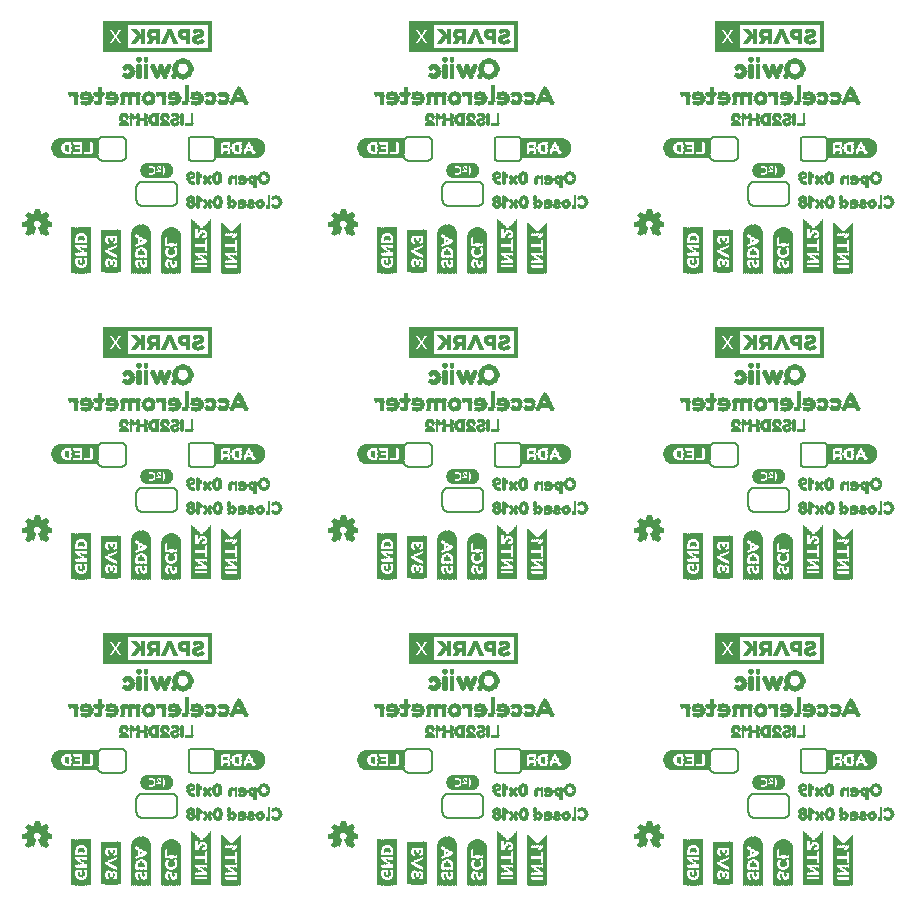
<source format=gbo>
G75*
%MOIN*%
%OFA0B0*%
%FSLAX25Y25*%
%IPPOS*%
%LPD*%
%AMOC8*
5,1,8,0,0,1.08239X$1,22.5*
%
%ADD10C,0.00299*%
%ADD11R,0.00157X0.13858*%
%ADD12R,0.00157X0.14331*%
%ADD13R,0.00157X0.14646*%
%ADD14R,0.00157X0.14961*%
%ADD15R,0.00157X0.15118*%
%ADD16R,0.00157X0.15276*%
%ADD17R,0.00157X0.15433*%
%ADD18R,0.00157X0.02835*%
%ADD19R,0.00157X0.11969*%
%ADD20R,0.00157X0.02520*%
%ADD21R,0.00157X0.01102*%
%ADD22R,0.00157X0.03150*%
%ADD23R,0.00157X0.04567*%
%ADD24R,0.00157X0.02205*%
%ADD25R,0.00157X0.00787*%
%ADD26R,0.00157X0.02677*%
%ADD27R,0.00157X0.04409*%
%ADD28R,0.00157X0.02047*%
%ADD29R,0.00157X0.00630*%
%ADD30R,0.00157X0.01890*%
%ADD31R,0.00157X0.01732*%
%ADD32R,0.00157X0.01575*%
%ADD33R,0.00157X0.00945*%
%ADD34R,0.00157X0.02362*%
%ADD35R,0.00157X0.01260*%
%ADD36R,0.00157X0.01417*%
%ADD37R,0.00157X0.04252*%
%ADD38R,0.00157X0.00315*%
%ADD39R,0.00157X0.04094*%
%ADD40R,0.00157X0.00472*%
%ADD41R,0.00157X0.03937*%
%ADD42R,0.00157X0.03307*%
%ADD43R,0.00157X0.03780*%
%ADD44R,0.00157X0.03465*%
%ADD45R,0.00157X0.02992*%
%ADD46R,0.00157X0.12913*%
%ADD47R,0.00157X0.13386*%
%ADD48R,0.00157X0.13701*%
%ADD49R,0.00157X0.14016*%
%ADD50R,0.00157X0.14173*%
%ADD51R,0.00157X0.14488*%
%ADD52R,0.00157X0.07087*%
%ADD53R,0.00157X0.04882*%
%ADD54R,0.00157X0.05039*%
%ADD55R,0.00157X0.05197*%
%ADD56R,0.00157X0.03622*%
%ADD57R,0.00157X0.00157*%
%ADD58R,0.00157X0.11024*%
%ADD59C,0.00800*%
%ADD60R,0.07205X0.00118*%
%ADD61R,0.07913X0.00118*%
%ADD62R,0.08386X0.00079*%
%ADD63R,0.08858X0.00157*%
%ADD64R,0.09094X0.00118*%
%ADD65R,0.09331X0.00118*%
%ADD66R,0.09567X0.00079*%
%ADD67R,0.03661X0.00118*%
%ADD68R,0.02126X0.00118*%
%ADD69R,0.02953X0.00118*%
%ADD70R,0.02244X0.00157*%
%ADD71R,0.00591X0.00157*%
%ADD72R,0.01535X0.00157*%
%ADD73R,0.02598X0.00157*%
%ADD74R,0.02244X0.00118*%
%ADD75R,0.00472X0.00118*%
%ADD76R,0.01181X0.00118*%
%ADD77R,0.02362X0.00118*%
%ADD78R,0.00945X0.00118*%
%ADD79R,0.00354X0.00118*%
%ADD80R,0.00827X0.00118*%
%ADD81R,0.02480X0.00157*%
%ADD82R,0.00354X0.00157*%
%ADD83R,0.00236X0.00157*%
%ADD84R,0.02480X0.00118*%
%ADD85R,0.02598X0.00118*%
%ADD86R,0.01063X0.00118*%
%ADD87R,0.02835X0.00118*%
%ADD88R,0.00472X0.00157*%
%ADD89R,0.04252X0.00157*%
%ADD90R,0.04370X0.00118*%
%ADD91R,0.00591X0.00118*%
%ADD92R,0.04488X0.00118*%
%ADD93R,0.00709X0.00157*%
%ADD94R,0.04488X0.00157*%
%ADD95R,0.00236X0.00118*%
%ADD96R,0.00118X0.00118*%
%ADD97R,0.00118X0.00157*%
%ADD98R,0.04370X0.00157*%
%ADD99R,0.04252X0.00118*%
%ADD100R,0.02717X0.00118*%
%ADD101R,0.03071X0.00157*%
%ADD102R,0.03425X0.00118*%
%ADD103R,0.09567X0.00118*%
%ADD104R,0.08858X0.00118*%
%ADD105R,0.08386X0.00118*%
%ADD106R,0.01024X0.00236*%
%ADD107R,0.01260X0.00236*%
%ADD108R,0.01535X0.00276*%
%ADD109R,0.01811X0.00276*%
%ADD110R,0.02795X0.00236*%
%ADD111R,0.01535X0.00236*%
%ADD112R,0.01811X0.00236*%
%ADD113R,0.03819X0.00276*%
%ADD114R,0.04370X0.00236*%
%ADD115R,0.04843X0.00276*%
%ADD116R,0.05394X0.00236*%
%ADD117R,0.00512X0.00236*%
%ADD118R,0.00748X0.00236*%
%ADD119R,0.05866X0.00276*%
%ADD120R,0.02283X0.00236*%
%ADD121R,0.02047X0.00276*%
%ADD122R,0.01024X0.00276*%
%ADD123R,0.01063X0.00276*%
%ADD124R,0.01260X0.00276*%
%ADD125R,0.01299X0.00276*%
%ADD126R,0.01772X0.00276*%
%ADD127R,0.01496X0.00236*%
%ADD128R,0.03346X0.00276*%
%ADD129R,0.01772X0.00236*%
%ADD130R,0.03819X0.00236*%
%ADD131R,0.04094X0.00276*%
%ADD132R,0.04094X0.00236*%
%ADD133R,0.02283X0.00276*%
%ADD134R,0.06102X0.00236*%
%ADD135R,0.00551X0.00236*%
%ADD136R,0.01575X0.00276*%
%ADD137R,0.05866X0.00236*%
%ADD138R,0.05630X0.00276*%
%ADD139R,0.02323X0.00236*%
%ADD140R,0.02047X0.00236*%
%ADD141R,0.05354X0.00236*%
%ADD142R,0.02559X0.00276*%
%ADD143R,0.02323X0.00276*%
%ADD144R,0.06614X0.00236*%
%ADD145R,0.06654X0.00276*%
%ADD146R,0.06378X0.00236*%
%ADD147R,0.06142X0.00276*%
%ADD148R,0.01496X0.00276*%
%ADD149R,0.03543X0.00236*%
%ADD150R,0.01299X0.00236*%
%ADD151R,0.02795X0.00276*%
%ADD152R,0.00748X0.00276*%
%ADD153R,0.00787X0.00236*%
%ADD154R,0.00157X0.16850*%
%ADD155R,0.00157X0.16693*%
%ADD156R,0.00157X0.16535*%
%ADD157R,0.00157X0.16378*%
%ADD158R,0.00157X0.16220*%
%ADD159R,0.00157X0.16063*%
%ADD160R,0.00157X0.15906*%
%ADD161R,0.00157X0.15748*%
%ADD162R,0.00157X0.17795*%
%ADD163R,0.00157X0.17638*%
%ADD164R,0.00157X0.17480*%
%ADD165R,0.00157X0.17323*%
%ADD166R,0.00157X0.17165*%
%ADD167R,0.00157X0.17008*%
%ADD168R,0.00157X0.12598*%
%ADD169R,0.00787X0.00157*%
%ADD170R,0.00315X0.00157*%
%ADD171R,0.00945X0.00157*%
%ADD172R,0.01732X0.00157*%
%ADD173R,0.01575X0.00157*%
%ADD174R,0.02047X0.00157*%
%ADD175R,0.01102X0.00157*%
%ADD176R,0.01890X0.00157*%
%ADD177R,0.02362X0.00157*%
%ADD178R,0.01260X0.00157*%
%ADD179R,0.02205X0.00157*%
%ADD180R,0.02520X0.00157*%
%ADD181R,0.01417X0.00157*%
%ADD182R,0.02677X0.00157*%
%ADD183R,0.02835X0.00157*%
%ADD184R,0.00630X0.00157*%
%ADD185R,0.14173X0.00157*%
%ADD186R,0.14646X0.00157*%
%ADD187R,0.14961X0.00157*%
%ADD188R,0.15276X0.00157*%
%ADD189R,0.15433X0.00157*%
%ADD190R,0.15591X0.00157*%
%ADD191R,0.15748X0.00157*%
%ADD192R,0.15906X0.00157*%
%ADD193R,0.04409X0.00157*%
%ADD194R,0.04094X0.00157*%
%ADD195R,0.03937X0.00157*%
%ADD196R,0.03780X0.00157*%
%ADD197R,0.03622X0.00157*%
%ADD198R,0.03465X0.00157*%
%ADD199R,0.03307X0.00157*%
%ADD200R,0.02992X0.00157*%
%ADD201R,0.03150X0.00157*%
%ADD202R,0.01181X0.00236*%
%ADD203R,0.00236X0.00236*%
%ADD204R,0.01654X0.00236*%
%ADD205R,0.00472X0.00236*%
%ADD206R,0.01417X0.00236*%
%ADD207R,0.01890X0.00236*%
%ADD208R,0.02126X0.00236*%
%ADD209R,0.02362X0.00236*%
%ADD210R,0.02598X0.00236*%
%ADD211R,0.02835X0.00236*%
%ADD212R,0.03307X0.00236*%
%ADD213R,0.03071X0.00236*%
%ADD214R,0.03780X0.00236*%
%ADD215R,0.04252X0.00236*%
%ADD216R,0.04488X0.00236*%
%ADD217R,0.04961X0.00236*%
%ADD218R,0.05433X0.00236*%
%ADD219R,0.04016X0.00236*%
%ADD220R,0.05906X0.00236*%
%ADD221R,0.00709X0.00236*%
%ADD222R,0.00945X0.00236*%
%ADD223R,0.13228X0.00157*%
%ADD224R,0.13701X0.00157*%
%ADD225R,0.14016X0.00157*%
%ADD226R,0.14331X0.00157*%
%ADD227R,0.14488X0.00157*%
%ADD228R,0.14803X0.00157*%
%ADD229C,0.00039*%
D10*
X0054458Y0050748D02*
X0055284Y0051850D01*
X0055245Y0051929D01*
X0055206Y0051968D01*
X0055166Y0052047D01*
X0055166Y0052086D01*
X0055127Y0052165D01*
X0055087Y0052204D01*
X0055048Y0052283D01*
X0055048Y0052322D01*
X0054969Y0052480D01*
X0054969Y0052519D01*
X0054930Y0052598D01*
X0054930Y0052637D01*
X0054891Y0052716D01*
X0054891Y0052795D01*
X0054851Y0052834D01*
X0053473Y0053070D01*
X0053473Y0054330D01*
X0054891Y0054566D01*
X0054891Y0054724D01*
X0054930Y0054763D01*
X0054930Y0054842D01*
X0054969Y0054881D01*
X0055009Y0054960D01*
X0055009Y0055039D01*
X0055048Y0055078D01*
X0055048Y0055157D01*
X0055087Y0055196D01*
X0055127Y0055275D01*
X0055166Y0055314D01*
X0055166Y0055393D01*
X0055206Y0055433D01*
X0055245Y0055511D01*
X0055284Y0055551D01*
X0054458Y0056692D01*
X0055363Y0057559D01*
X0056505Y0056771D01*
X0056544Y0056811D01*
X0056623Y0056850D01*
X0056662Y0056850D01*
X0056741Y0056889D01*
X0056780Y0056929D01*
X0056859Y0056968D01*
X0056898Y0056968D01*
X0056977Y0057007D01*
X0057017Y0057047D01*
X0057095Y0057047D01*
X0057174Y0057086D01*
X0057213Y0057086D01*
X0057292Y0057125D01*
X0057332Y0057125D01*
X0057410Y0057165D01*
X0057489Y0057165D01*
X0057725Y0058543D01*
X0058985Y0058543D01*
X0059221Y0057165D01*
X0059261Y0057165D01*
X0059339Y0057125D01*
X0059418Y0057125D01*
X0059458Y0057086D01*
X0059536Y0057086D01*
X0059615Y0057047D01*
X0059654Y0057047D01*
X0059733Y0057007D01*
X0059773Y0056968D01*
X0059851Y0056968D01*
X0059891Y0056929D01*
X0059969Y0056889D01*
X0060009Y0056850D01*
X0060087Y0056850D01*
X0060127Y0056811D01*
X0060206Y0056771D01*
X0061347Y0057559D01*
X0062213Y0056692D01*
X0061426Y0055551D01*
X0061465Y0055511D01*
X0061465Y0055433D01*
X0061505Y0055393D01*
X0061544Y0055314D01*
X0061584Y0055275D01*
X0061584Y0055196D01*
X0061623Y0055157D01*
X0061662Y0055078D01*
X0061662Y0055039D01*
X0061741Y0054881D01*
X0061741Y0054842D01*
X0061780Y0054763D01*
X0061780Y0054724D01*
X0061820Y0054645D01*
X0061820Y0054566D01*
X0063198Y0054330D01*
X0063198Y0053070D01*
X0061820Y0052834D01*
X0061820Y0052795D01*
X0061780Y0052716D01*
X0061780Y0052637D01*
X0061741Y0052598D01*
X0061741Y0052519D01*
X0061702Y0052480D01*
X0061662Y0052401D01*
X0061662Y0052322D01*
X0061623Y0052283D01*
X0061623Y0052204D01*
X0061584Y0052165D01*
X0061544Y0052086D01*
X0061505Y0052047D01*
X0061465Y0051968D01*
X0061465Y0051929D01*
X0061426Y0051850D01*
X0062213Y0050748D01*
X0061347Y0049842D01*
X0060206Y0050629D01*
X0060166Y0050629D01*
X0060127Y0050590D01*
X0060087Y0050590D01*
X0060048Y0050551D01*
X0060009Y0050551D01*
X0059969Y0050511D01*
X0059930Y0050511D01*
X0059891Y0050472D01*
X0059851Y0050472D01*
X0059812Y0050433D01*
X0059773Y0050433D01*
X0059733Y0050393D01*
X0059654Y0050393D01*
X0059615Y0050354D01*
X0058828Y0052480D01*
X0058946Y0052519D01*
X0059103Y0052598D01*
X0059182Y0052677D01*
X0059261Y0052716D01*
X0059339Y0052795D01*
X0059379Y0052873D01*
X0059458Y0052952D01*
X0059536Y0053110D01*
X0059576Y0053228D01*
X0059654Y0053385D01*
X0059654Y0053503D01*
X0059694Y0053622D01*
X0059694Y0053858D01*
X0059536Y0054330D01*
X0059379Y0054566D01*
X0059300Y0054645D01*
X0059182Y0054724D01*
X0059103Y0054803D01*
X0058985Y0054881D01*
X0058867Y0054921D01*
X0058749Y0054999D01*
X0058631Y0054999D01*
X0058473Y0055039D01*
X0058198Y0055039D01*
X0058080Y0054999D01*
X0057961Y0054999D01*
X0057843Y0054921D01*
X0057725Y0054881D01*
X0057489Y0054724D01*
X0057332Y0054566D01*
X0057174Y0054330D01*
X0057135Y0054212D01*
X0057056Y0054094D01*
X0057056Y0053976D01*
X0057017Y0053858D01*
X0057017Y0053503D01*
X0057056Y0053385D01*
X0057056Y0053307D01*
X0057095Y0053228D01*
X0057135Y0053110D01*
X0057174Y0053031D01*
X0057253Y0052952D01*
X0057292Y0052873D01*
X0057450Y0052716D01*
X0057528Y0052677D01*
X0057607Y0052598D01*
X0057843Y0052480D01*
X0057056Y0050354D01*
X0057056Y0050393D01*
X0056977Y0050393D01*
X0056938Y0050433D01*
X0056898Y0050433D01*
X0056859Y0050472D01*
X0056820Y0050472D01*
X0056780Y0050511D01*
X0056702Y0050511D01*
X0056662Y0050551D01*
X0056623Y0050551D01*
X0056544Y0050629D01*
X0056505Y0050629D01*
X0055363Y0049842D01*
X0054458Y0050748D01*
X0054483Y0050782D02*
X0057214Y0050782D01*
X0057325Y0051079D02*
X0054706Y0051079D01*
X0054930Y0051377D02*
X0057435Y0051377D01*
X0057545Y0051675D02*
X0055153Y0051675D01*
X0055203Y0051972D02*
X0057655Y0051972D01*
X0057766Y0052270D02*
X0055054Y0052270D01*
X0054945Y0052568D02*
X0057667Y0052568D01*
X0057300Y0052866D02*
X0054667Y0052866D01*
X0053473Y0053163D02*
X0057117Y0053163D01*
X0057031Y0053461D02*
X0053473Y0053461D01*
X0053473Y0053759D02*
X0057017Y0053759D01*
X0057056Y0054057D02*
X0053473Y0054057D01*
X0053618Y0054354D02*
X0057190Y0054354D01*
X0057417Y0054652D02*
X0054891Y0054652D01*
X0055004Y0054950D02*
X0057887Y0054950D01*
X0058824Y0054950D02*
X0061707Y0054950D01*
X0061816Y0054652D02*
X0059290Y0054652D01*
X0059520Y0054354D02*
X0063057Y0054354D01*
X0063198Y0054057D02*
X0059628Y0054057D01*
X0059694Y0053759D02*
X0063198Y0053759D01*
X0063198Y0053461D02*
X0059654Y0053461D01*
X0059554Y0053163D02*
X0063198Y0053163D01*
X0062004Y0052866D02*
X0059375Y0052866D01*
X0059043Y0052568D02*
X0061741Y0052568D01*
X0061623Y0052270D02*
X0058905Y0052270D01*
X0059016Y0051972D02*
X0061468Y0051972D01*
X0061551Y0051675D02*
X0059126Y0051675D01*
X0059236Y0051377D02*
X0061764Y0051377D01*
X0061976Y0051079D02*
X0059346Y0051079D01*
X0059457Y0050782D02*
X0062189Y0050782D01*
X0061961Y0050484D02*
X0060417Y0050484D01*
X0059903Y0050484D02*
X0059567Y0050484D01*
X0060848Y0050186D02*
X0061676Y0050186D01*
X0061392Y0049888D02*
X0061280Y0049888D01*
X0057104Y0050484D02*
X0056808Y0050484D01*
X0056294Y0050484D02*
X0054721Y0050484D01*
X0055019Y0050186D02*
X0055862Y0050186D01*
X0055430Y0049888D02*
X0055317Y0049888D01*
X0055113Y0055247D02*
X0061584Y0055247D01*
X0061432Y0055545D02*
X0055279Y0055545D01*
X0055073Y0055843D02*
X0061628Y0055843D01*
X0061833Y0056141D02*
X0054857Y0056141D01*
X0054642Y0056438D02*
X0062038Y0056438D01*
X0062170Y0056736D02*
X0054503Y0056736D01*
X0054814Y0057034D02*
X0056124Y0057034D01*
X0055692Y0057331D02*
X0055126Y0057331D01*
X0057004Y0057034D02*
X0059680Y0057034D01*
X0059193Y0057331D02*
X0057518Y0057331D01*
X0057569Y0057629D02*
X0059142Y0057629D01*
X0059091Y0057927D02*
X0057620Y0057927D01*
X0057671Y0058225D02*
X0059040Y0058225D01*
X0058989Y0058522D02*
X0057722Y0058522D01*
X0060586Y0057034D02*
X0061872Y0057034D01*
X0061574Y0057331D02*
X0061018Y0057331D01*
X0155473Y0054330D02*
X0156891Y0054566D01*
X0156891Y0054724D01*
X0156930Y0054763D01*
X0156930Y0054842D01*
X0156969Y0054881D01*
X0157009Y0054960D01*
X0157009Y0055039D01*
X0157048Y0055078D01*
X0157048Y0055157D01*
X0157087Y0055196D01*
X0157127Y0055275D01*
X0157166Y0055314D01*
X0157166Y0055393D01*
X0157206Y0055433D01*
X0157245Y0055511D01*
X0157284Y0055551D01*
X0156458Y0056692D01*
X0157363Y0057559D01*
X0158505Y0056771D01*
X0158544Y0056811D01*
X0158623Y0056850D01*
X0158662Y0056850D01*
X0158741Y0056889D01*
X0158780Y0056929D01*
X0158859Y0056968D01*
X0158898Y0056968D01*
X0158977Y0057007D01*
X0159017Y0057047D01*
X0159095Y0057047D01*
X0159174Y0057086D01*
X0159213Y0057086D01*
X0159292Y0057125D01*
X0159332Y0057125D01*
X0159410Y0057165D01*
X0159489Y0057165D01*
X0159725Y0058543D01*
X0160985Y0058543D01*
X0161221Y0057165D01*
X0161261Y0057165D01*
X0161339Y0057125D01*
X0161418Y0057125D01*
X0161458Y0057086D01*
X0161536Y0057086D01*
X0161615Y0057047D01*
X0161654Y0057047D01*
X0161733Y0057007D01*
X0161773Y0056968D01*
X0161851Y0056968D01*
X0161891Y0056929D01*
X0161969Y0056889D01*
X0162009Y0056850D01*
X0162087Y0056850D01*
X0162127Y0056811D01*
X0162206Y0056771D01*
X0163347Y0057559D01*
X0164213Y0056692D01*
X0163426Y0055551D01*
X0163465Y0055511D01*
X0163465Y0055433D01*
X0163505Y0055393D01*
X0163544Y0055314D01*
X0163584Y0055275D01*
X0163584Y0055196D01*
X0163623Y0055157D01*
X0163662Y0055078D01*
X0163662Y0055039D01*
X0163741Y0054881D01*
X0163741Y0054842D01*
X0163780Y0054763D01*
X0163780Y0054724D01*
X0163820Y0054645D01*
X0163820Y0054566D01*
X0165198Y0054330D01*
X0165198Y0053070D01*
X0163820Y0052834D01*
X0163820Y0052795D01*
X0163780Y0052716D01*
X0163780Y0052637D01*
X0163741Y0052598D01*
X0163741Y0052519D01*
X0163702Y0052480D01*
X0163662Y0052401D01*
X0163662Y0052322D01*
X0163623Y0052283D01*
X0163623Y0052204D01*
X0163584Y0052165D01*
X0163544Y0052086D01*
X0163505Y0052047D01*
X0163465Y0051968D01*
X0163465Y0051929D01*
X0163426Y0051850D01*
X0164213Y0050748D01*
X0163347Y0049842D01*
X0162206Y0050629D01*
X0162166Y0050629D01*
X0162127Y0050590D01*
X0162087Y0050590D01*
X0162048Y0050551D01*
X0162009Y0050551D01*
X0161969Y0050511D01*
X0161930Y0050511D01*
X0161891Y0050472D01*
X0161851Y0050472D01*
X0161812Y0050433D01*
X0161773Y0050433D01*
X0161733Y0050393D01*
X0161654Y0050393D01*
X0161615Y0050354D01*
X0160828Y0052480D01*
X0160946Y0052519D01*
X0161103Y0052598D01*
X0161182Y0052677D01*
X0161261Y0052716D01*
X0161339Y0052795D01*
X0161379Y0052873D01*
X0161458Y0052952D01*
X0161536Y0053110D01*
X0161576Y0053228D01*
X0161654Y0053385D01*
X0161654Y0053503D01*
X0161694Y0053622D01*
X0161694Y0053858D01*
X0161536Y0054330D01*
X0161379Y0054566D01*
X0161300Y0054645D01*
X0161182Y0054724D01*
X0161103Y0054803D01*
X0160985Y0054881D01*
X0160867Y0054921D01*
X0160749Y0054999D01*
X0160631Y0054999D01*
X0160473Y0055039D01*
X0160198Y0055039D01*
X0160080Y0054999D01*
X0159961Y0054999D01*
X0159843Y0054921D01*
X0159725Y0054881D01*
X0159489Y0054724D01*
X0159332Y0054566D01*
X0159174Y0054330D01*
X0159135Y0054212D01*
X0159056Y0054094D01*
X0159056Y0053976D01*
X0159017Y0053858D01*
X0159017Y0053503D01*
X0159056Y0053385D01*
X0159056Y0053307D01*
X0159095Y0053228D01*
X0159135Y0053110D01*
X0159174Y0053031D01*
X0159253Y0052952D01*
X0159292Y0052873D01*
X0159450Y0052716D01*
X0159528Y0052677D01*
X0159607Y0052598D01*
X0159843Y0052480D01*
X0159056Y0050354D01*
X0159056Y0050393D01*
X0158977Y0050393D01*
X0158938Y0050433D01*
X0158898Y0050433D01*
X0158859Y0050472D01*
X0158820Y0050472D01*
X0158780Y0050511D01*
X0158702Y0050511D01*
X0158662Y0050551D01*
X0158623Y0050551D01*
X0158544Y0050629D01*
X0158505Y0050629D01*
X0157363Y0049842D01*
X0156458Y0050748D01*
X0157284Y0051850D01*
X0157245Y0051929D01*
X0157206Y0051968D01*
X0157166Y0052047D01*
X0157166Y0052086D01*
X0157127Y0052165D01*
X0157087Y0052204D01*
X0157048Y0052283D01*
X0157048Y0052322D01*
X0156969Y0052480D01*
X0156969Y0052519D01*
X0156930Y0052598D01*
X0156930Y0052637D01*
X0156891Y0052716D01*
X0156891Y0052795D01*
X0156851Y0052834D01*
X0155473Y0053070D01*
X0155473Y0054330D01*
X0155618Y0054354D02*
X0159190Y0054354D01*
X0159056Y0054057D02*
X0155473Y0054057D01*
X0155473Y0053759D02*
X0159017Y0053759D01*
X0159031Y0053461D02*
X0155473Y0053461D01*
X0155473Y0053163D02*
X0159117Y0053163D01*
X0159300Y0052866D02*
X0156667Y0052866D01*
X0156945Y0052568D02*
X0159667Y0052568D01*
X0159766Y0052270D02*
X0157054Y0052270D01*
X0157203Y0051972D02*
X0159655Y0051972D01*
X0159545Y0051675D02*
X0157153Y0051675D01*
X0156930Y0051377D02*
X0159435Y0051377D01*
X0159325Y0051079D02*
X0156706Y0051079D01*
X0156483Y0050782D02*
X0159214Y0050782D01*
X0159104Y0050484D02*
X0158808Y0050484D01*
X0158294Y0050484D02*
X0156721Y0050484D01*
X0157019Y0050186D02*
X0157862Y0050186D01*
X0157430Y0049888D02*
X0157317Y0049888D01*
X0161236Y0051377D02*
X0163764Y0051377D01*
X0163976Y0051079D02*
X0161346Y0051079D01*
X0161457Y0050782D02*
X0164189Y0050782D01*
X0163961Y0050484D02*
X0162417Y0050484D01*
X0161903Y0050484D02*
X0161567Y0050484D01*
X0161126Y0051675D02*
X0163551Y0051675D01*
X0163468Y0051972D02*
X0161016Y0051972D01*
X0160905Y0052270D02*
X0163623Y0052270D01*
X0163741Y0052568D02*
X0161043Y0052568D01*
X0161375Y0052866D02*
X0164004Y0052866D01*
X0165198Y0053163D02*
X0161554Y0053163D01*
X0161654Y0053461D02*
X0165198Y0053461D01*
X0165198Y0053759D02*
X0161694Y0053759D01*
X0161628Y0054057D02*
X0165198Y0054057D01*
X0165057Y0054354D02*
X0161520Y0054354D01*
X0161290Y0054652D02*
X0163816Y0054652D01*
X0163707Y0054950D02*
X0160824Y0054950D01*
X0159887Y0054950D02*
X0157004Y0054950D01*
X0157113Y0055247D02*
X0163584Y0055247D01*
X0163432Y0055545D02*
X0157279Y0055545D01*
X0157073Y0055843D02*
X0163628Y0055843D01*
X0163833Y0056141D02*
X0156857Y0056141D01*
X0156642Y0056438D02*
X0164038Y0056438D01*
X0164170Y0056736D02*
X0156503Y0056736D01*
X0156814Y0057034D02*
X0158124Y0057034D01*
X0157692Y0057331D02*
X0157126Y0057331D01*
X0159004Y0057034D02*
X0161680Y0057034D01*
X0161193Y0057331D02*
X0159518Y0057331D01*
X0159569Y0057629D02*
X0161142Y0057629D01*
X0161091Y0057927D02*
X0159620Y0057927D01*
X0159671Y0058225D02*
X0161040Y0058225D01*
X0160989Y0058522D02*
X0159722Y0058522D01*
X0162586Y0057034D02*
X0163872Y0057034D01*
X0163574Y0057331D02*
X0163018Y0057331D01*
X0159417Y0054652D02*
X0156891Y0054652D01*
X0162848Y0050186D02*
X0163676Y0050186D01*
X0163392Y0049888D02*
X0163280Y0049888D01*
X0257473Y0053070D02*
X0258851Y0052834D01*
X0258891Y0052795D01*
X0258891Y0052716D01*
X0258930Y0052637D01*
X0258930Y0052598D01*
X0258969Y0052519D01*
X0258969Y0052480D01*
X0259048Y0052322D01*
X0259048Y0052283D01*
X0259087Y0052204D01*
X0259127Y0052165D01*
X0259166Y0052086D01*
X0259166Y0052047D01*
X0259206Y0051968D01*
X0259245Y0051929D01*
X0259284Y0051850D01*
X0258458Y0050748D01*
X0259363Y0049842D01*
X0260505Y0050629D01*
X0260544Y0050629D01*
X0260623Y0050551D01*
X0260662Y0050551D01*
X0260702Y0050511D01*
X0260780Y0050511D01*
X0260820Y0050472D01*
X0260859Y0050472D01*
X0260898Y0050433D01*
X0260938Y0050433D01*
X0260977Y0050393D01*
X0261056Y0050393D01*
X0261056Y0050354D01*
X0261843Y0052480D01*
X0261607Y0052598D01*
X0261528Y0052677D01*
X0261450Y0052716D01*
X0261292Y0052873D01*
X0261253Y0052952D01*
X0261174Y0053031D01*
X0261135Y0053110D01*
X0261095Y0053228D01*
X0261056Y0053307D01*
X0261056Y0053385D01*
X0261017Y0053503D01*
X0261017Y0053858D01*
X0261056Y0053976D01*
X0261056Y0054094D01*
X0261135Y0054212D01*
X0261174Y0054330D01*
X0261332Y0054566D01*
X0261489Y0054724D01*
X0261725Y0054881D01*
X0261843Y0054921D01*
X0261961Y0054999D01*
X0262080Y0054999D01*
X0262198Y0055039D01*
X0262473Y0055039D01*
X0262631Y0054999D01*
X0262749Y0054999D01*
X0262867Y0054921D01*
X0262985Y0054881D01*
X0263103Y0054803D01*
X0263182Y0054724D01*
X0263300Y0054645D01*
X0263379Y0054566D01*
X0263536Y0054330D01*
X0263694Y0053858D01*
X0263694Y0053622D01*
X0263654Y0053503D01*
X0263654Y0053385D01*
X0263576Y0053228D01*
X0263536Y0053110D01*
X0263458Y0052952D01*
X0263379Y0052873D01*
X0263339Y0052795D01*
X0263261Y0052716D01*
X0263182Y0052677D01*
X0263103Y0052598D01*
X0262946Y0052519D01*
X0262828Y0052480D01*
X0263615Y0050354D01*
X0263654Y0050393D01*
X0263733Y0050393D01*
X0263773Y0050433D01*
X0263812Y0050433D01*
X0263851Y0050472D01*
X0263891Y0050472D01*
X0263930Y0050511D01*
X0263969Y0050511D01*
X0264009Y0050551D01*
X0264048Y0050551D01*
X0264087Y0050590D01*
X0264127Y0050590D01*
X0264166Y0050629D01*
X0264206Y0050629D01*
X0265347Y0049842D01*
X0266213Y0050748D01*
X0265426Y0051850D01*
X0265465Y0051929D01*
X0265465Y0051968D01*
X0265505Y0052047D01*
X0265544Y0052086D01*
X0265584Y0052165D01*
X0265623Y0052204D01*
X0265623Y0052283D01*
X0265662Y0052322D01*
X0265662Y0052401D01*
X0265702Y0052480D01*
X0265741Y0052519D01*
X0265741Y0052598D01*
X0265780Y0052637D01*
X0265780Y0052716D01*
X0265820Y0052795D01*
X0265820Y0052834D01*
X0267198Y0053070D01*
X0267198Y0054330D01*
X0265820Y0054566D01*
X0265820Y0054645D01*
X0265780Y0054724D01*
X0265780Y0054763D01*
X0265741Y0054842D01*
X0265741Y0054881D01*
X0265662Y0055039D01*
X0265662Y0055078D01*
X0265623Y0055157D01*
X0265584Y0055196D01*
X0265584Y0055275D01*
X0265544Y0055314D01*
X0265505Y0055393D01*
X0265465Y0055433D01*
X0265465Y0055511D01*
X0265426Y0055551D01*
X0266213Y0056692D01*
X0265347Y0057559D01*
X0264206Y0056771D01*
X0264127Y0056811D01*
X0264087Y0056850D01*
X0264009Y0056850D01*
X0263969Y0056889D01*
X0263891Y0056929D01*
X0263851Y0056968D01*
X0263773Y0056968D01*
X0263733Y0057007D01*
X0263654Y0057047D01*
X0263615Y0057047D01*
X0263536Y0057086D01*
X0263458Y0057086D01*
X0263418Y0057125D01*
X0263339Y0057125D01*
X0263261Y0057165D01*
X0263221Y0057165D01*
X0262985Y0058543D01*
X0261725Y0058543D01*
X0261489Y0057165D01*
X0261410Y0057165D01*
X0261332Y0057125D01*
X0261292Y0057125D01*
X0261213Y0057086D01*
X0261174Y0057086D01*
X0261095Y0057047D01*
X0261017Y0057047D01*
X0260977Y0057007D01*
X0260898Y0056968D01*
X0260859Y0056968D01*
X0260780Y0056929D01*
X0260741Y0056889D01*
X0260662Y0056850D01*
X0260623Y0056850D01*
X0260544Y0056811D01*
X0260505Y0056771D01*
X0259363Y0057559D01*
X0258458Y0056692D01*
X0259284Y0055551D01*
X0259245Y0055511D01*
X0259206Y0055433D01*
X0259166Y0055393D01*
X0259166Y0055314D01*
X0259127Y0055275D01*
X0259087Y0055196D01*
X0259048Y0055157D01*
X0259048Y0055078D01*
X0259009Y0055039D01*
X0259009Y0054960D01*
X0258969Y0054881D01*
X0258930Y0054842D01*
X0258930Y0054763D01*
X0258891Y0054724D01*
X0258891Y0054566D01*
X0257473Y0054330D01*
X0257473Y0053070D01*
X0257473Y0053163D02*
X0261117Y0053163D01*
X0261031Y0053461D02*
X0257473Y0053461D01*
X0257473Y0053759D02*
X0261017Y0053759D01*
X0261056Y0054057D02*
X0257473Y0054057D01*
X0257618Y0054354D02*
X0261190Y0054354D01*
X0261417Y0054652D02*
X0258891Y0054652D01*
X0259004Y0054950D02*
X0261887Y0054950D01*
X0262824Y0054950D02*
X0265707Y0054950D01*
X0265816Y0054652D02*
X0263290Y0054652D01*
X0263520Y0054354D02*
X0267057Y0054354D01*
X0267198Y0054057D02*
X0263628Y0054057D01*
X0263694Y0053759D02*
X0267198Y0053759D01*
X0267198Y0053461D02*
X0263654Y0053461D01*
X0263554Y0053163D02*
X0267198Y0053163D01*
X0266004Y0052866D02*
X0263375Y0052866D01*
X0263043Y0052568D02*
X0265741Y0052568D01*
X0265623Y0052270D02*
X0262905Y0052270D01*
X0263016Y0051972D02*
X0265468Y0051972D01*
X0265551Y0051675D02*
X0263126Y0051675D01*
X0263236Y0051377D02*
X0265764Y0051377D01*
X0265976Y0051079D02*
X0263346Y0051079D01*
X0263457Y0050782D02*
X0266189Y0050782D01*
X0265961Y0050484D02*
X0264417Y0050484D01*
X0263903Y0050484D02*
X0263567Y0050484D01*
X0264848Y0050186D02*
X0265676Y0050186D01*
X0265392Y0049888D02*
X0265280Y0049888D01*
X0261435Y0051377D02*
X0258930Y0051377D01*
X0259153Y0051675D02*
X0261545Y0051675D01*
X0261655Y0051972D02*
X0259203Y0051972D01*
X0259054Y0052270D02*
X0261766Y0052270D01*
X0261667Y0052568D02*
X0258945Y0052568D01*
X0258667Y0052866D02*
X0261300Y0052866D01*
X0261325Y0051079D02*
X0258706Y0051079D01*
X0258483Y0050782D02*
X0261214Y0050782D01*
X0261104Y0050484D02*
X0260808Y0050484D01*
X0260294Y0050484D02*
X0258721Y0050484D01*
X0259019Y0050186D02*
X0259862Y0050186D01*
X0259430Y0049888D02*
X0259317Y0049888D01*
X0259113Y0055247D02*
X0265584Y0055247D01*
X0265432Y0055545D02*
X0259279Y0055545D01*
X0259073Y0055843D02*
X0265628Y0055843D01*
X0265833Y0056141D02*
X0258857Y0056141D01*
X0258642Y0056438D02*
X0266038Y0056438D01*
X0266170Y0056736D02*
X0258503Y0056736D01*
X0258814Y0057034D02*
X0260124Y0057034D01*
X0259692Y0057331D02*
X0259126Y0057331D01*
X0261004Y0057034D02*
X0263680Y0057034D01*
X0263193Y0057331D02*
X0261518Y0057331D01*
X0261569Y0057629D02*
X0263142Y0057629D01*
X0263091Y0057927D02*
X0261620Y0057927D01*
X0261671Y0058225D02*
X0263040Y0058225D01*
X0262989Y0058522D02*
X0261722Y0058522D01*
X0264586Y0057034D02*
X0265872Y0057034D01*
X0265574Y0057331D02*
X0265018Y0057331D01*
X0265347Y0151842D02*
X0264206Y0152629D01*
X0264166Y0152629D01*
X0264127Y0152590D01*
X0264087Y0152590D01*
X0264048Y0152551D01*
X0264009Y0152551D01*
X0263969Y0152511D01*
X0263930Y0152511D01*
X0263891Y0152472D01*
X0263851Y0152472D01*
X0263812Y0152433D01*
X0263773Y0152433D01*
X0263733Y0152393D01*
X0263654Y0152393D01*
X0263615Y0152354D01*
X0262828Y0154480D01*
X0262946Y0154519D01*
X0263103Y0154598D01*
X0263182Y0154677D01*
X0263261Y0154716D01*
X0263339Y0154795D01*
X0263379Y0154873D01*
X0263458Y0154952D01*
X0263536Y0155110D01*
X0263576Y0155228D01*
X0263654Y0155385D01*
X0263654Y0155503D01*
X0263694Y0155622D01*
X0263694Y0155858D01*
X0263536Y0156330D01*
X0263379Y0156566D01*
X0263300Y0156645D01*
X0263182Y0156724D01*
X0263103Y0156803D01*
X0262985Y0156881D01*
X0262867Y0156921D01*
X0262749Y0156999D01*
X0262631Y0156999D01*
X0262473Y0157039D01*
X0262198Y0157039D01*
X0262080Y0156999D01*
X0261961Y0156999D01*
X0261843Y0156921D01*
X0261725Y0156881D01*
X0261489Y0156724D01*
X0261332Y0156566D01*
X0261174Y0156330D01*
X0261135Y0156212D01*
X0261056Y0156094D01*
X0261056Y0155976D01*
X0261017Y0155858D01*
X0261017Y0155503D01*
X0261056Y0155385D01*
X0261056Y0155307D01*
X0261095Y0155228D01*
X0261135Y0155110D01*
X0261174Y0155031D01*
X0261253Y0154952D01*
X0261292Y0154873D01*
X0261450Y0154716D01*
X0261528Y0154677D01*
X0261607Y0154598D01*
X0261843Y0154480D01*
X0261056Y0152354D01*
X0261056Y0152393D01*
X0260977Y0152393D01*
X0260938Y0152433D01*
X0260898Y0152433D01*
X0260859Y0152472D01*
X0260820Y0152472D01*
X0260780Y0152511D01*
X0260702Y0152511D01*
X0260662Y0152551D01*
X0260623Y0152551D01*
X0260544Y0152629D01*
X0260505Y0152629D01*
X0259363Y0151842D01*
X0258458Y0152748D01*
X0259284Y0153850D01*
X0259245Y0153929D01*
X0259206Y0153968D01*
X0259166Y0154047D01*
X0259166Y0154086D01*
X0259127Y0154165D01*
X0259087Y0154204D01*
X0259048Y0154283D01*
X0259048Y0154322D01*
X0258969Y0154480D01*
X0258969Y0154519D01*
X0258930Y0154598D01*
X0258930Y0154637D01*
X0258891Y0154716D01*
X0258891Y0154795D01*
X0258851Y0154834D01*
X0257473Y0155070D01*
X0257473Y0156330D01*
X0258891Y0156566D01*
X0258891Y0156724D01*
X0258930Y0156763D01*
X0258930Y0156842D01*
X0258969Y0156881D01*
X0259009Y0156960D01*
X0259009Y0157039D01*
X0259048Y0157078D01*
X0259048Y0157157D01*
X0259087Y0157196D01*
X0259127Y0157275D01*
X0259166Y0157314D01*
X0259166Y0157393D01*
X0259206Y0157433D01*
X0259245Y0157511D01*
X0259284Y0157551D01*
X0258458Y0158692D01*
X0259363Y0159559D01*
X0260505Y0158771D01*
X0260544Y0158811D01*
X0260623Y0158850D01*
X0260662Y0158850D01*
X0260741Y0158889D01*
X0260780Y0158929D01*
X0260859Y0158968D01*
X0260898Y0158968D01*
X0260977Y0159007D01*
X0261017Y0159047D01*
X0261095Y0159047D01*
X0261174Y0159086D01*
X0261213Y0159086D01*
X0261292Y0159125D01*
X0261332Y0159125D01*
X0261410Y0159165D01*
X0261489Y0159165D01*
X0261725Y0160543D01*
X0262985Y0160543D01*
X0263221Y0159165D01*
X0263261Y0159165D01*
X0263339Y0159125D01*
X0263418Y0159125D01*
X0263458Y0159086D01*
X0263536Y0159086D01*
X0263615Y0159047D01*
X0263654Y0159047D01*
X0263733Y0159007D01*
X0263773Y0158968D01*
X0263851Y0158968D01*
X0263891Y0158929D01*
X0263969Y0158889D01*
X0264009Y0158850D01*
X0264087Y0158850D01*
X0264127Y0158811D01*
X0264206Y0158771D01*
X0265347Y0159559D01*
X0266213Y0158692D01*
X0265426Y0157551D01*
X0265465Y0157511D01*
X0265465Y0157433D01*
X0265505Y0157393D01*
X0265544Y0157314D01*
X0265584Y0157275D01*
X0265584Y0157196D01*
X0265623Y0157157D01*
X0265662Y0157078D01*
X0265662Y0157039D01*
X0265741Y0156881D01*
X0265741Y0156842D01*
X0265780Y0156763D01*
X0265780Y0156724D01*
X0265820Y0156645D01*
X0265820Y0156566D01*
X0267198Y0156330D01*
X0267198Y0155070D01*
X0265820Y0154834D01*
X0265820Y0154795D01*
X0265780Y0154716D01*
X0265780Y0154637D01*
X0265741Y0154598D01*
X0265741Y0154519D01*
X0265702Y0154480D01*
X0265662Y0154401D01*
X0265662Y0154322D01*
X0265623Y0154283D01*
X0265623Y0154204D01*
X0265584Y0154165D01*
X0265544Y0154086D01*
X0265505Y0154047D01*
X0265465Y0153968D01*
X0265465Y0153929D01*
X0265426Y0153850D01*
X0266213Y0152748D01*
X0265347Y0151842D01*
X0265506Y0152008D02*
X0265107Y0152008D01*
X0264675Y0152305D02*
X0265791Y0152305D01*
X0266075Y0152603D02*
X0264244Y0152603D01*
X0264140Y0152603D02*
X0263523Y0152603D01*
X0263412Y0152901D02*
X0266104Y0152901D01*
X0265891Y0153199D02*
X0263302Y0153199D01*
X0263192Y0153496D02*
X0265679Y0153496D01*
X0265466Y0153794D02*
X0263082Y0153794D01*
X0262971Y0154092D02*
X0265547Y0154092D01*
X0265662Y0154389D02*
X0262861Y0154389D01*
X0263203Y0154687D02*
X0265780Y0154687D01*
X0266699Y0154985D02*
X0263474Y0154985D01*
X0263603Y0155283D02*
X0267198Y0155283D01*
X0267198Y0155580D02*
X0263680Y0155580D01*
X0263687Y0155878D02*
X0267198Y0155878D01*
X0267198Y0156176D02*
X0263588Y0156176D01*
X0263441Y0156474D02*
X0266361Y0156474D01*
X0265776Y0156771D02*
X0263135Y0156771D01*
X0261560Y0156771D02*
X0258930Y0156771D01*
X0259039Y0157069D02*
X0265662Y0157069D01*
X0265518Y0157367D02*
X0259166Y0157367D01*
X0259202Y0157664D02*
X0265505Y0157664D01*
X0265710Y0157962D02*
X0258986Y0157962D01*
X0258771Y0158260D02*
X0265915Y0158260D01*
X0266121Y0158558D02*
X0258555Y0158558D01*
X0258628Y0158855D02*
X0260383Y0158855D01*
X0260673Y0158855D02*
X0264003Y0158855D01*
X0264328Y0158855D02*
X0266051Y0158855D01*
X0265753Y0159153D02*
X0264759Y0159153D01*
X0265191Y0159451D02*
X0265455Y0159451D01*
X0263284Y0159153D02*
X0261387Y0159153D01*
X0261538Y0159451D02*
X0263172Y0159451D01*
X0263121Y0159749D02*
X0261589Y0159749D01*
X0261640Y0160046D02*
X0263070Y0160046D01*
X0263019Y0160344D02*
X0261691Y0160344D01*
X0259951Y0159153D02*
X0258939Y0159153D01*
X0259250Y0159451D02*
X0259519Y0159451D01*
X0258334Y0156474D02*
X0261270Y0156474D01*
X0261111Y0156176D02*
X0257473Y0156176D01*
X0257473Y0155878D02*
X0261023Y0155878D01*
X0261017Y0155580D02*
X0257473Y0155580D01*
X0257473Y0155283D02*
X0261068Y0155283D01*
X0261220Y0154985D02*
X0257972Y0154985D01*
X0258905Y0154687D02*
X0261507Y0154687D01*
X0261810Y0154389D02*
X0259015Y0154389D01*
X0259163Y0154092D02*
X0261700Y0154092D01*
X0261589Y0153794D02*
X0259242Y0153794D01*
X0259019Y0153496D02*
X0261479Y0153496D01*
X0261369Y0153199D02*
X0258796Y0153199D01*
X0258573Y0152901D02*
X0261259Y0152901D01*
X0261148Y0152603D02*
X0260570Y0152603D01*
X0260467Y0152603D02*
X0258602Y0152603D01*
X0258900Y0152305D02*
X0260035Y0152305D01*
X0259603Y0152008D02*
X0259197Y0152008D01*
X0165198Y0155070D02*
X0163820Y0154834D01*
X0163820Y0154795D01*
X0163780Y0154716D01*
X0163780Y0154637D01*
X0163741Y0154598D01*
X0163741Y0154519D01*
X0163702Y0154480D01*
X0163662Y0154401D01*
X0163662Y0154322D01*
X0163623Y0154283D01*
X0163623Y0154204D01*
X0163584Y0154165D01*
X0163544Y0154086D01*
X0163505Y0154047D01*
X0163465Y0153968D01*
X0163465Y0153929D01*
X0163426Y0153850D01*
X0164213Y0152748D01*
X0163347Y0151842D01*
X0162206Y0152629D01*
X0162166Y0152629D01*
X0162127Y0152590D01*
X0162087Y0152590D01*
X0162048Y0152551D01*
X0162009Y0152551D01*
X0161969Y0152511D01*
X0161930Y0152511D01*
X0161891Y0152472D01*
X0161851Y0152472D01*
X0161812Y0152433D01*
X0161773Y0152433D01*
X0161733Y0152393D01*
X0161654Y0152393D01*
X0161615Y0152354D01*
X0160828Y0154480D01*
X0160946Y0154519D01*
X0161103Y0154598D01*
X0161182Y0154677D01*
X0161261Y0154716D01*
X0161339Y0154795D01*
X0161379Y0154873D01*
X0161458Y0154952D01*
X0161536Y0155110D01*
X0161576Y0155228D01*
X0161654Y0155385D01*
X0161654Y0155503D01*
X0161694Y0155622D01*
X0161694Y0155858D01*
X0161536Y0156330D01*
X0161379Y0156566D01*
X0161300Y0156645D01*
X0161182Y0156724D01*
X0161103Y0156803D01*
X0160985Y0156881D01*
X0160867Y0156921D01*
X0160749Y0156999D01*
X0160631Y0156999D01*
X0160473Y0157039D01*
X0160198Y0157039D01*
X0160080Y0156999D01*
X0159961Y0156999D01*
X0159843Y0156921D01*
X0159725Y0156881D01*
X0159489Y0156724D01*
X0159332Y0156566D01*
X0159174Y0156330D01*
X0159135Y0156212D01*
X0159056Y0156094D01*
X0159056Y0155976D01*
X0159017Y0155858D01*
X0159017Y0155503D01*
X0159056Y0155385D01*
X0159056Y0155307D01*
X0159095Y0155228D01*
X0159135Y0155110D01*
X0159174Y0155031D01*
X0159253Y0154952D01*
X0159292Y0154873D01*
X0159450Y0154716D01*
X0159528Y0154677D01*
X0159607Y0154598D01*
X0159843Y0154480D01*
X0159056Y0152354D01*
X0159056Y0152393D01*
X0158977Y0152393D01*
X0158938Y0152433D01*
X0158898Y0152433D01*
X0158859Y0152472D01*
X0158820Y0152472D01*
X0158780Y0152511D01*
X0158702Y0152511D01*
X0158662Y0152551D01*
X0158623Y0152551D01*
X0158544Y0152629D01*
X0158505Y0152629D01*
X0157363Y0151842D01*
X0156458Y0152748D01*
X0157284Y0153850D01*
X0157245Y0153929D01*
X0157206Y0153968D01*
X0157166Y0154047D01*
X0157166Y0154086D01*
X0157127Y0154165D01*
X0157087Y0154204D01*
X0157048Y0154283D01*
X0157048Y0154322D01*
X0156969Y0154480D01*
X0156969Y0154519D01*
X0156930Y0154598D01*
X0156930Y0154637D01*
X0156891Y0154716D01*
X0156891Y0154795D01*
X0156851Y0154834D01*
X0155473Y0155070D01*
X0155473Y0156330D01*
X0156891Y0156566D01*
X0156891Y0156724D01*
X0156930Y0156763D01*
X0156930Y0156842D01*
X0156969Y0156881D01*
X0157009Y0156960D01*
X0157009Y0157039D01*
X0157048Y0157078D01*
X0157048Y0157157D01*
X0157087Y0157196D01*
X0157127Y0157275D01*
X0157166Y0157314D01*
X0157166Y0157393D01*
X0157206Y0157433D01*
X0157245Y0157511D01*
X0157284Y0157551D01*
X0156458Y0158692D01*
X0157363Y0159559D01*
X0158505Y0158771D01*
X0158544Y0158811D01*
X0158623Y0158850D01*
X0158662Y0158850D01*
X0158741Y0158889D01*
X0158780Y0158929D01*
X0158859Y0158968D01*
X0158898Y0158968D01*
X0158977Y0159007D01*
X0159017Y0159047D01*
X0159095Y0159047D01*
X0159174Y0159086D01*
X0159213Y0159086D01*
X0159292Y0159125D01*
X0159332Y0159125D01*
X0159410Y0159165D01*
X0159489Y0159165D01*
X0159725Y0160543D01*
X0160985Y0160543D01*
X0161221Y0159165D01*
X0161261Y0159165D01*
X0161339Y0159125D01*
X0161418Y0159125D01*
X0161458Y0159086D01*
X0161536Y0159086D01*
X0161615Y0159047D01*
X0161654Y0159047D01*
X0161733Y0159007D01*
X0161773Y0158968D01*
X0161851Y0158968D01*
X0161891Y0158929D01*
X0161969Y0158889D01*
X0162009Y0158850D01*
X0162087Y0158850D01*
X0162127Y0158811D01*
X0162206Y0158771D01*
X0163347Y0159559D01*
X0164213Y0158692D01*
X0163426Y0157551D01*
X0163465Y0157511D01*
X0163465Y0157433D01*
X0163505Y0157393D01*
X0163544Y0157314D01*
X0163584Y0157275D01*
X0163584Y0157196D01*
X0163623Y0157157D01*
X0163662Y0157078D01*
X0163662Y0157039D01*
X0163741Y0156881D01*
X0163741Y0156842D01*
X0163780Y0156763D01*
X0163780Y0156724D01*
X0163820Y0156645D01*
X0163820Y0156566D01*
X0165198Y0156330D01*
X0165198Y0155070D01*
X0165198Y0155283D02*
X0161603Y0155283D01*
X0161680Y0155580D02*
X0165198Y0155580D01*
X0165198Y0155878D02*
X0161687Y0155878D01*
X0161588Y0156176D02*
X0165198Y0156176D01*
X0164361Y0156474D02*
X0161441Y0156474D01*
X0161135Y0156771D02*
X0163776Y0156771D01*
X0163662Y0157069D02*
X0157039Y0157069D01*
X0156930Y0156771D02*
X0159560Y0156771D01*
X0159270Y0156474D02*
X0156334Y0156474D01*
X0155473Y0156176D02*
X0159111Y0156176D01*
X0159023Y0155878D02*
X0155473Y0155878D01*
X0155473Y0155580D02*
X0159017Y0155580D01*
X0159068Y0155283D02*
X0155473Y0155283D01*
X0155972Y0154985D02*
X0159220Y0154985D01*
X0159507Y0154687D02*
X0156905Y0154687D01*
X0157015Y0154389D02*
X0159810Y0154389D01*
X0159700Y0154092D02*
X0157163Y0154092D01*
X0157242Y0153794D02*
X0159589Y0153794D01*
X0159479Y0153496D02*
X0157019Y0153496D01*
X0156796Y0153199D02*
X0159369Y0153199D01*
X0159259Y0152901D02*
X0156573Y0152901D01*
X0156602Y0152603D02*
X0158467Y0152603D01*
X0158570Y0152603D02*
X0159148Y0152603D01*
X0158035Y0152305D02*
X0156900Y0152305D01*
X0157197Y0152008D02*
X0157603Y0152008D01*
X0161192Y0153496D02*
X0163679Y0153496D01*
X0163891Y0153199D02*
X0161302Y0153199D01*
X0161412Y0152901D02*
X0164104Y0152901D01*
X0164075Y0152603D02*
X0162244Y0152603D01*
X0162140Y0152603D02*
X0161523Y0152603D01*
X0162675Y0152305D02*
X0163791Y0152305D01*
X0163506Y0152008D02*
X0163107Y0152008D01*
X0163466Y0153794D02*
X0161082Y0153794D01*
X0160971Y0154092D02*
X0163547Y0154092D01*
X0163662Y0154389D02*
X0160861Y0154389D01*
X0161203Y0154687D02*
X0163780Y0154687D01*
X0164699Y0154985D02*
X0161474Y0154985D01*
X0163518Y0157367D02*
X0157166Y0157367D01*
X0157202Y0157664D02*
X0163505Y0157664D01*
X0163710Y0157962D02*
X0156986Y0157962D01*
X0156771Y0158260D02*
X0163915Y0158260D01*
X0164121Y0158558D02*
X0156555Y0158558D01*
X0156628Y0158855D02*
X0158383Y0158855D01*
X0158673Y0158855D02*
X0162003Y0158855D01*
X0162328Y0158855D02*
X0164051Y0158855D01*
X0163753Y0159153D02*
X0162759Y0159153D01*
X0163191Y0159451D02*
X0163455Y0159451D01*
X0161284Y0159153D02*
X0159387Y0159153D01*
X0159538Y0159451D02*
X0161172Y0159451D01*
X0161121Y0159749D02*
X0159589Y0159749D01*
X0159640Y0160046D02*
X0161070Y0160046D01*
X0161019Y0160344D02*
X0159691Y0160344D01*
X0157951Y0159153D02*
X0156939Y0159153D01*
X0157250Y0159451D02*
X0157519Y0159451D01*
X0063198Y0156330D02*
X0063198Y0155070D01*
X0061820Y0154834D01*
X0061820Y0154795D01*
X0061780Y0154716D01*
X0061780Y0154637D01*
X0061741Y0154598D01*
X0061741Y0154519D01*
X0061702Y0154480D01*
X0061662Y0154401D01*
X0061662Y0154322D01*
X0061623Y0154283D01*
X0061623Y0154204D01*
X0061584Y0154165D01*
X0061544Y0154086D01*
X0061505Y0154047D01*
X0061465Y0153968D01*
X0061465Y0153929D01*
X0061426Y0153850D01*
X0062213Y0152748D01*
X0061347Y0151842D01*
X0060206Y0152629D01*
X0060166Y0152629D01*
X0060127Y0152590D01*
X0060087Y0152590D01*
X0060048Y0152551D01*
X0060009Y0152551D01*
X0059969Y0152511D01*
X0059930Y0152511D01*
X0059891Y0152472D01*
X0059851Y0152472D01*
X0059812Y0152433D01*
X0059773Y0152433D01*
X0059733Y0152393D01*
X0059654Y0152393D01*
X0059615Y0152354D01*
X0058828Y0154480D01*
X0058946Y0154519D01*
X0059103Y0154598D01*
X0059182Y0154677D01*
X0059261Y0154716D01*
X0059339Y0154795D01*
X0059379Y0154873D01*
X0059458Y0154952D01*
X0059536Y0155110D01*
X0059576Y0155228D01*
X0059654Y0155385D01*
X0059654Y0155503D01*
X0059694Y0155622D01*
X0059694Y0155858D01*
X0059536Y0156330D01*
X0059379Y0156566D01*
X0059300Y0156645D01*
X0059182Y0156724D01*
X0059103Y0156803D01*
X0058985Y0156881D01*
X0058867Y0156921D01*
X0058749Y0156999D01*
X0058631Y0156999D01*
X0058473Y0157039D01*
X0058198Y0157039D01*
X0058080Y0156999D01*
X0057961Y0156999D01*
X0057843Y0156921D01*
X0057725Y0156881D01*
X0057489Y0156724D01*
X0057332Y0156566D01*
X0057174Y0156330D01*
X0057135Y0156212D01*
X0057056Y0156094D01*
X0057056Y0155976D01*
X0057017Y0155858D01*
X0057017Y0155503D01*
X0057056Y0155385D01*
X0057056Y0155307D01*
X0057095Y0155228D01*
X0057135Y0155110D01*
X0057174Y0155031D01*
X0057253Y0154952D01*
X0057292Y0154873D01*
X0057450Y0154716D01*
X0057528Y0154677D01*
X0057607Y0154598D01*
X0057843Y0154480D01*
X0057056Y0152354D01*
X0057056Y0152393D01*
X0056977Y0152393D01*
X0056938Y0152433D01*
X0056898Y0152433D01*
X0056859Y0152472D01*
X0056820Y0152472D01*
X0056780Y0152511D01*
X0056702Y0152511D01*
X0056662Y0152551D01*
X0056623Y0152551D01*
X0056544Y0152629D01*
X0056505Y0152629D01*
X0055363Y0151842D01*
X0054458Y0152748D01*
X0055284Y0153850D01*
X0055245Y0153929D01*
X0055206Y0153968D01*
X0055166Y0154047D01*
X0055166Y0154086D01*
X0055127Y0154165D01*
X0055087Y0154204D01*
X0055048Y0154283D01*
X0055048Y0154322D01*
X0054969Y0154480D01*
X0054969Y0154519D01*
X0054930Y0154598D01*
X0054930Y0154637D01*
X0054891Y0154716D01*
X0054891Y0154795D01*
X0054851Y0154834D01*
X0053473Y0155070D01*
X0053473Y0156330D01*
X0054891Y0156566D01*
X0054891Y0156724D01*
X0054930Y0156763D01*
X0054930Y0156842D01*
X0054969Y0156881D01*
X0055009Y0156960D01*
X0055009Y0157039D01*
X0055048Y0157078D01*
X0055048Y0157157D01*
X0055087Y0157196D01*
X0055127Y0157275D01*
X0055166Y0157314D01*
X0055166Y0157393D01*
X0055206Y0157433D01*
X0055245Y0157511D01*
X0055284Y0157551D01*
X0054458Y0158692D01*
X0055363Y0159559D01*
X0056505Y0158771D01*
X0056544Y0158811D01*
X0056623Y0158850D01*
X0056662Y0158850D01*
X0056741Y0158889D01*
X0056780Y0158929D01*
X0056859Y0158968D01*
X0056898Y0158968D01*
X0056977Y0159007D01*
X0057017Y0159047D01*
X0057095Y0159047D01*
X0057174Y0159086D01*
X0057213Y0159086D01*
X0057292Y0159125D01*
X0057332Y0159125D01*
X0057410Y0159165D01*
X0057489Y0159165D01*
X0057725Y0160543D01*
X0058985Y0160543D01*
X0059221Y0159165D01*
X0059261Y0159165D01*
X0059339Y0159125D01*
X0059418Y0159125D01*
X0059458Y0159086D01*
X0059536Y0159086D01*
X0059615Y0159047D01*
X0059654Y0159047D01*
X0059733Y0159007D01*
X0059773Y0158968D01*
X0059851Y0158968D01*
X0059891Y0158929D01*
X0059969Y0158889D01*
X0060009Y0158850D01*
X0060087Y0158850D01*
X0060127Y0158811D01*
X0060206Y0158771D01*
X0061347Y0159559D01*
X0062213Y0158692D01*
X0061426Y0157551D01*
X0061465Y0157511D01*
X0061465Y0157433D01*
X0061505Y0157393D01*
X0061544Y0157314D01*
X0061584Y0157275D01*
X0061584Y0157196D01*
X0061623Y0157157D01*
X0061662Y0157078D01*
X0061662Y0157039D01*
X0061741Y0156881D01*
X0061741Y0156842D01*
X0061780Y0156763D01*
X0061780Y0156724D01*
X0061820Y0156645D01*
X0061820Y0156566D01*
X0063198Y0156330D01*
X0063198Y0156176D02*
X0059588Y0156176D01*
X0059687Y0155878D02*
X0063198Y0155878D01*
X0063198Y0155580D02*
X0059680Y0155580D01*
X0059603Y0155283D02*
X0063198Y0155283D01*
X0062699Y0154985D02*
X0059474Y0154985D01*
X0059203Y0154687D02*
X0061780Y0154687D01*
X0061662Y0154389D02*
X0058861Y0154389D01*
X0058971Y0154092D02*
X0061547Y0154092D01*
X0061466Y0153794D02*
X0059082Y0153794D01*
X0059192Y0153496D02*
X0061679Y0153496D01*
X0061891Y0153199D02*
X0059302Y0153199D01*
X0059412Y0152901D02*
X0062104Y0152901D01*
X0062075Y0152603D02*
X0060244Y0152603D01*
X0060140Y0152603D02*
X0059523Y0152603D01*
X0060675Y0152305D02*
X0061791Y0152305D01*
X0061506Y0152008D02*
X0061107Y0152008D01*
X0057479Y0153496D02*
X0055019Y0153496D01*
X0054796Y0153199D02*
X0057369Y0153199D01*
X0057259Y0152901D02*
X0054573Y0152901D01*
X0054602Y0152603D02*
X0056467Y0152603D01*
X0056570Y0152603D02*
X0057148Y0152603D01*
X0056035Y0152305D02*
X0054900Y0152305D01*
X0055197Y0152008D02*
X0055603Y0152008D01*
X0055242Y0153794D02*
X0057589Y0153794D01*
X0057700Y0154092D02*
X0055163Y0154092D01*
X0055015Y0154389D02*
X0057810Y0154389D01*
X0057507Y0154687D02*
X0054905Y0154687D01*
X0053972Y0154985D02*
X0057220Y0154985D01*
X0057068Y0155283D02*
X0053473Y0155283D01*
X0053473Y0155580D02*
X0057017Y0155580D01*
X0057023Y0155878D02*
X0053473Y0155878D01*
X0053473Y0156176D02*
X0057111Y0156176D01*
X0057270Y0156474D02*
X0054334Y0156474D01*
X0054930Y0156771D02*
X0057560Y0156771D01*
X0059135Y0156771D02*
X0061776Y0156771D01*
X0061662Y0157069D02*
X0055039Y0157069D01*
X0055166Y0157367D02*
X0061518Y0157367D01*
X0061505Y0157664D02*
X0055202Y0157664D01*
X0054986Y0157962D02*
X0061710Y0157962D01*
X0061915Y0158260D02*
X0054771Y0158260D01*
X0054555Y0158558D02*
X0062121Y0158558D01*
X0062051Y0158855D02*
X0060328Y0158855D01*
X0060003Y0158855D02*
X0056673Y0158855D01*
X0056383Y0158855D02*
X0054628Y0158855D01*
X0054939Y0159153D02*
X0055951Y0159153D01*
X0055519Y0159451D02*
X0055250Y0159451D01*
X0057387Y0159153D02*
X0059284Y0159153D01*
X0059172Y0159451D02*
X0057538Y0159451D01*
X0057589Y0159749D02*
X0059121Y0159749D01*
X0059070Y0160046D02*
X0057640Y0160046D01*
X0057691Y0160344D02*
X0059019Y0160344D01*
X0060759Y0159153D02*
X0061753Y0159153D01*
X0061455Y0159451D02*
X0061191Y0159451D01*
X0062361Y0156474D02*
X0059441Y0156474D01*
X0061347Y0253842D02*
X0060206Y0254629D01*
X0060166Y0254629D01*
X0060127Y0254590D01*
X0060087Y0254590D01*
X0060048Y0254551D01*
X0060009Y0254551D01*
X0059969Y0254511D01*
X0059930Y0254511D01*
X0059891Y0254472D01*
X0059851Y0254472D01*
X0059812Y0254433D01*
X0059773Y0254433D01*
X0059733Y0254393D01*
X0059654Y0254393D01*
X0059615Y0254354D01*
X0058828Y0256480D01*
X0058946Y0256519D01*
X0059103Y0256598D01*
X0059182Y0256677D01*
X0059261Y0256716D01*
X0059339Y0256795D01*
X0059379Y0256873D01*
X0059458Y0256952D01*
X0059536Y0257110D01*
X0059576Y0257228D01*
X0059654Y0257385D01*
X0059654Y0257503D01*
X0059694Y0257622D01*
X0059694Y0257858D01*
X0059536Y0258330D01*
X0059379Y0258566D01*
X0059300Y0258645D01*
X0059182Y0258724D01*
X0059103Y0258803D01*
X0058985Y0258881D01*
X0058867Y0258921D01*
X0058749Y0258999D01*
X0058631Y0258999D01*
X0058473Y0259039D01*
X0058198Y0259039D01*
X0058080Y0258999D01*
X0057961Y0258999D01*
X0057843Y0258921D01*
X0057725Y0258881D01*
X0057489Y0258724D01*
X0057332Y0258566D01*
X0057174Y0258330D01*
X0057135Y0258212D01*
X0057056Y0258094D01*
X0057056Y0257976D01*
X0057017Y0257858D01*
X0057017Y0257503D01*
X0057056Y0257385D01*
X0057056Y0257307D01*
X0057095Y0257228D01*
X0057135Y0257110D01*
X0057174Y0257031D01*
X0057253Y0256952D01*
X0057292Y0256873D01*
X0057450Y0256716D01*
X0057528Y0256677D01*
X0057607Y0256598D01*
X0057843Y0256480D01*
X0057056Y0254354D01*
X0057056Y0254393D01*
X0056977Y0254393D01*
X0056938Y0254433D01*
X0056898Y0254433D01*
X0056859Y0254472D01*
X0056820Y0254472D01*
X0056780Y0254511D01*
X0056702Y0254511D01*
X0056662Y0254551D01*
X0056623Y0254551D01*
X0056544Y0254629D01*
X0056505Y0254629D01*
X0055363Y0253842D01*
X0054458Y0254748D01*
X0055284Y0255850D01*
X0055245Y0255929D01*
X0055206Y0255968D01*
X0055166Y0256047D01*
X0055166Y0256086D01*
X0055127Y0256165D01*
X0055087Y0256204D01*
X0055048Y0256283D01*
X0055048Y0256322D01*
X0054969Y0256480D01*
X0054969Y0256519D01*
X0054930Y0256598D01*
X0054930Y0256637D01*
X0054891Y0256716D01*
X0054891Y0256795D01*
X0054851Y0256834D01*
X0053473Y0257070D01*
X0053473Y0258330D01*
X0054891Y0258566D01*
X0054891Y0258724D01*
X0054930Y0258763D01*
X0054930Y0258842D01*
X0054969Y0258881D01*
X0055009Y0258960D01*
X0055009Y0259039D01*
X0055048Y0259078D01*
X0055048Y0259157D01*
X0055087Y0259196D01*
X0055127Y0259275D01*
X0055166Y0259314D01*
X0055166Y0259393D01*
X0055206Y0259433D01*
X0055245Y0259511D01*
X0055284Y0259551D01*
X0054458Y0260692D01*
X0055363Y0261559D01*
X0056505Y0260771D01*
X0056544Y0260811D01*
X0056623Y0260850D01*
X0056662Y0260850D01*
X0056741Y0260889D01*
X0056780Y0260929D01*
X0056859Y0260968D01*
X0056898Y0260968D01*
X0056977Y0261007D01*
X0057017Y0261047D01*
X0057095Y0261047D01*
X0057174Y0261086D01*
X0057213Y0261086D01*
X0057292Y0261125D01*
X0057332Y0261125D01*
X0057410Y0261165D01*
X0057489Y0261165D01*
X0057725Y0262543D01*
X0058985Y0262543D01*
X0059221Y0261165D01*
X0059261Y0261165D01*
X0059339Y0261125D01*
X0059418Y0261125D01*
X0059458Y0261086D01*
X0059536Y0261086D01*
X0059615Y0261047D01*
X0059654Y0261047D01*
X0059733Y0261007D01*
X0059773Y0260968D01*
X0059851Y0260968D01*
X0059891Y0260929D01*
X0059969Y0260889D01*
X0060009Y0260850D01*
X0060087Y0260850D01*
X0060127Y0260811D01*
X0060206Y0260771D01*
X0061347Y0261559D01*
X0062213Y0260692D01*
X0061426Y0259551D01*
X0061465Y0259511D01*
X0061465Y0259433D01*
X0061505Y0259393D01*
X0061544Y0259314D01*
X0061584Y0259275D01*
X0061584Y0259196D01*
X0061623Y0259157D01*
X0061662Y0259078D01*
X0061662Y0259039D01*
X0061741Y0258881D01*
X0061741Y0258842D01*
X0061780Y0258763D01*
X0061780Y0258724D01*
X0061820Y0258645D01*
X0061820Y0258566D01*
X0063198Y0258330D01*
X0063198Y0257070D01*
X0061820Y0256834D01*
X0061820Y0256795D01*
X0061780Y0256716D01*
X0061780Y0256637D01*
X0061741Y0256598D01*
X0061741Y0256519D01*
X0061702Y0256480D01*
X0061662Y0256401D01*
X0061662Y0256322D01*
X0061623Y0256283D01*
X0061623Y0256204D01*
X0061584Y0256165D01*
X0061544Y0256086D01*
X0061505Y0256047D01*
X0061465Y0255968D01*
X0061465Y0255929D01*
X0061426Y0255850D01*
X0062213Y0254748D01*
X0061347Y0253842D01*
X0061620Y0254127D02*
X0060934Y0254127D01*
X0060502Y0254425D02*
X0061905Y0254425D01*
X0062189Y0254722D02*
X0059479Y0254722D01*
X0059589Y0254425D02*
X0059765Y0254425D01*
X0059368Y0255020D02*
X0062019Y0255020D01*
X0061806Y0255318D02*
X0059258Y0255318D01*
X0059148Y0255616D02*
X0061593Y0255616D01*
X0061458Y0255913D02*
X0059037Y0255913D01*
X0058927Y0256211D02*
X0061623Y0256211D01*
X0061731Y0256509D02*
X0058915Y0256509D01*
X0059345Y0256807D02*
X0061820Y0256807D01*
X0063198Y0257104D02*
X0059534Y0257104D01*
X0059654Y0257402D02*
X0063198Y0257402D01*
X0063198Y0257700D02*
X0059694Y0257700D01*
X0059647Y0257997D02*
X0063198Y0257997D01*
X0063198Y0258295D02*
X0059548Y0258295D01*
X0059352Y0258593D02*
X0061820Y0258593D01*
X0061736Y0258891D02*
X0058957Y0258891D01*
X0057753Y0258891D02*
X0054974Y0258891D01*
X0054891Y0258593D02*
X0057358Y0258593D01*
X0057162Y0258295D02*
X0053473Y0258295D01*
X0053473Y0257997D02*
X0057056Y0257997D01*
X0057017Y0257700D02*
X0053473Y0257700D01*
X0053473Y0257402D02*
X0057050Y0257402D01*
X0057137Y0257104D02*
X0053473Y0257104D01*
X0054879Y0256807D02*
X0057359Y0256807D01*
X0057785Y0256509D02*
X0054969Y0256509D01*
X0055084Y0256211D02*
X0057744Y0256211D01*
X0057634Y0255913D02*
X0055253Y0255913D01*
X0055109Y0255616D02*
X0057523Y0255616D01*
X0057413Y0255318D02*
X0054885Y0255318D01*
X0054662Y0255020D02*
X0057303Y0255020D01*
X0057193Y0254722D02*
X0054483Y0254722D01*
X0054780Y0254425D02*
X0056208Y0254425D01*
X0055776Y0254127D02*
X0055078Y0254127D01*
X0056946Y0254425D02*
X0057082Y0254425D01*
X0055079Y0259188D02*
X0061592Y0259188D01*
X0061465Y0259486D02*
X0055232Y0259486D01*
X0055116Y0259784D02*
X0061587Y0259784D01*
X0061792Y0260081D02*
X0054900Y0260081D01*
X0054684Y0260379D02*
X0061997Y0260379D01*
X0062203Y0260677D02*
X0054469Y0260677D01*
X0054753Y0260975D02*
X0056210Y0260975D01*
X0055778Y0261272D02*
X0055064Y0261272D01*
X0056912Y0260975D02*
X0059766Y0260975D01*
X0059203Y0261272D02*
X0057507Y0261272D01*
X0057559Y0261570D02*
X0059152Y0261570D01*
X0059101Y0261868D02*
X0057610Y0261868D01*
X0057661Y0262166D02*
X0059050Y0262166D01*
X0058999Y0262463D02*
X0057712Y0262463D01*
X0060501Y0260975D02*
X0061931Y0260975D01*
X0061633Y0261272D02*
X0060932Y0261272D01*
X0155473Y0258330D02*
X0156891Y0258566D01*
X0156891Y0258724D01*
X0156930Y0258763D01*
X0156930Y0258842D01*
X0156969Y0258881D01*
X0157009Y0258960D01*
X0157009Y0259039D01*
X0157048Y0259078D01*
X0157048Y0259157D01*
X0157087Y0259196D01*
X0157127Y0259275D01*
X0157166Y0259314D01*
X0157166Y0259393D01*
X0157206Y0259433D01*
X0157245Y0259511D01*
X0157284Y0259551D01*
X0156458Y0260692D01*
X0157363Y0261559D01*
X0158505Y0260771D01*
X0158544Y0260811D01*
X0158623Y0260850D01*
X0158662Y0260850D01*
X0158741Y0260889D01*
X0158780Y0260929D01*
X0158859Y0260968D01*
X0158898Y0260968D01*
X0158977Y0261007D01*
X0159017Y0261047D01*
X0159095Y0261047D01*
X0159174Y0261086D01*
X0159213Y0261086D01*
X0159292Y0261125D01*
X0159332Y0261125D01*
X0159410Y0261165D01*
X0159489Y0261165D01*
X0159725Y0262543D01*
X0160985Y0262543D01*
X0161221Y0261165D01*
X0161261Y0261165D01*
X0161339Y0261125D01*
X0161418Y0261125D01*
X0161458Y0261086D01*
X0161536Y0261086D01*
X0161615Y0261047D01*
X0161654Y0261047D01*
X0161733Y0261007D01*
X0161773Y0260968D01*
X0161851Y0260968D01*
X0161891Y0260929D01*
X0161969Y0260889D01*
X0162009Y0260850D01*
X0162087Y0260850D01*
X0162127Y0260811D01*
X0162206Y0260771D01*
X0163347Y0261559D01*
X0164213Y0260692D01*
X0163426Y0259551D01*
X0163465Y0259511D01*
X0163465Y0259433D01*
X0163505Y0259393D01*
X0163544Y0259314D01*
X0163584Y0259275D01*
X0163584Y0259196D01*
X0163623Y0259157D01*
X0163662Y0259078D01*
X0163662Y0259039D01*
X0163741Y0258881D01*
X0163741Y0258842D01*
X0163780Y0258763D01*
X0163780Y0258724D01*
X0163820Y0258645D01*
X0163820Y0258566D01*
X0165198Y0258330D01*
X0165198Y0257070D01*
X0163820Y0256834D01*
X0163820Y0256795D01*
X0163780Y0256716D01*
X0163780Y0256637D01*
X0163741Y0256598D01*
X0163741Y0256519D01*
X0163702Y0256480D01*
X0163662Y0256401D01*
X0163662Y0256322D01*
X0163623Y0256283D01*
X0163623Y0256204D01*
X0163584Y0256165D01*
X0163544Y0256086D01*
X0163505Y0256047D01*
X0163465Y0255968D01*
X0163465Y0255929D01*
X0163426Y0255850D01*
X0164213Y0254748D01*
X0163347Y0253842D01*
X0162206Y0254629D01*
X0162166Y0254629D01*
X0162127Y0254590D01*
X0162087Y0254590D01*
X0162048Y0254551D01*
X0162009Y0254551D01*
X0161969Y0254511D01*
X0161930Y0254511D01*
X0161891Y0254472D01*
X0161851Y0254472D01*
X0161812Y0254433D01*
X0161773Y0254433D01*
X0161733Y0254393D01*
X0161654Y0254393D01*
X0161615Y0254354D01*
X0160828Y0256480D01*
X0160946Y0256519D01*
X0161103Y0256598D01*
X0161182Y0256677D01*
X0161261Y0256716D01*
X0161339Y0256795D01*
X0161379Y0256873D01*
X0161458Y0256952D01*
X0161536Y0257110D01*
X0161576Y0257228D01*
X0161654Y0257385D01*
X0161654Y0257503D01*
X0161694Y0257622D01*
X0161694Y0257858D01*
X0161536Y0258330D01*
X0161379Y0258566D01*
X0161300Y0258645D01*
X0161182Y0258724D01*
X0161103Y0258803D01*
X0160985Y0258881D01*
X0160867Y0258921D01*
X0160749Y0258999D01*
X0160631Y0258999D01*
X0160473Y0259039D01*
X0160198Y0259039D01*
X0160080Y0258999D01*
X0159961Y0258999D01*
X0159843Y0258921D01*
X0159725Y0258881D01*
X0159489Y0258724D01*
X0159332Y0258566D01*
X0159174Y0258330D01*
X0159135Y0258212D01*
X0159056Y0258094D01*
X0159056Y0257976D01*
X0159017Y0257858D01*
X0159017Y0257503D01*
X0159056Y0257385D01*
X0159056Y0257307D01*
X0159095Y0257228D01*
X0159135Y0257110D01*
X0159174Y0257031D01*
X0159253Y0256952D01*
X0159292Y0256873D01*
X0159450Y0256716D01*
X0159528Y0256677D01*
X0159607Y0256598D01*
X0159843Y0256480D01*
X0159056Y0254354D01*
X0159056Y0254393D01*
X0158977Y0254393D01*
X0158938Y0254433D01*
X0158898Y0254433D01*
X0158859Y0254472D01*
X0158820Y0254472D01*
X0158780Y0254511D01*
X0158702Y0254511D01*
X0158662Y0254551D01*
X0158623Y0254551D01*
X0158544Y0254629D01*
X0158505Y0254629D01*
X0157363Y0253842D01*
X0156458Y0254748D01*
X0157284Y0255850D01*
X0157245Y0255929D01*
X0157206Y0255968D01*
X0157166Y0256047D01*
X0157166Y0256086D01*
X0157127Y0256165D01*
X0157087Y0256204D01*
X0157048Y0256283D01*
X0157048Y0256322D01*
X0156969Y0256480D01*
X0156969Y0256519D01*
X0156930Y0256598D01*
X0156930Y0256637D01*
X0156891Y0256716D01*
X0156891Y0256795D01*
X0156851Y0256834D01*
X0155473Y0257070D01*
X0155473Y0258330D01*
X0155473Y0258295D02*
X0159162Y0258295D01*
X0159056Y0257997D02*
X0155473Y0257997D01*
X0155473Y0257700D02*
X0159017Y0257700D01*
X0159050Y0257402D02*
X0155473Y0257402D01*
X0155473Y0257104D02*
X0159137Y0257104D01*
X0159359Y0256807D02*
X0156879Y0256807D01*
X0156969Y0256509D02*
X0159785Y0256509D01*
X0159744Y0256211D02*
X0157084Y0256211D01*
X0157253Y0255913D02*
X0159634Y0255913D01*
X0159523Y0255616D02*
X0157109Y0255616D01*
X0156885Y0255318D02*
X0159413Y0255318D01*
X0159303Y0255020D02*
X0156662Y0255020D01*
X0156483Y0254722D02*
X0159193Y0254722D01*
X0159082Y0254425D02*
X0158946Y0254425D01*
X0158208Y0254425D02*
X0156780Y0254425D01*
X0157078Y0254127D02*
X0157776Y0254127D01*
X0161258Y0255318D02*
X0163806Y0255318D01*
X0163593Y0255616D02*
X0161148Y0255616D01*
X0161037Y0255913D02*
X0163458Y0255913D01*
X0163623Y0256211D02*
X0160927Y0256211D01*
X0160915Y0256509D02*
X0163731Y0256509D01*
X0163820Y0256807D02*
X0161345Y0256807D01*
X0161534Y0257104D02*
X0165198Y0257104D01*
X0165198Y0257402D02*
X0161654Y0257402D01*
X0161694Y0257700D02*
X0165198Y0257700D01*
X0165198Y0257997D02*
X0161647Y0257997D01*
X0161548Y0258295D02*
X0165198Y0258295D01*
X0163820Y0258593D02*
X0161352Y0258593D01*
X0160957Y0258891D02*
X0163736Y0258891D01*
X0163592Y0259188D02*
X0157079Y0259188D01*
X0156974Y0258891D02*
X0159753Y0258891D01*
X0159358Y0258593D02*
X0156891Y0258593D01*
X0157232Y0259486D02*
X0163465Y0259486D01*
X0163587Y0259784D02*
X0157116Y0259784D01*
X0156900Y0260081D02*
X0163792Y0260081D01*
X0163997Y0260379D02*
X0156684Y0260379D01*
X0156469Y0260677D02*
X0164203Y0260677D01*
X0163931Y0260975D02*
X0162501Y0260975D01*
X0162932Y0261272D02*
X0163633Y0261272D01*
X0161766Y0260975D02*
X0158912Y0260975D01*
X0159507Y0261272D02*
X0161203Y0261272D01*
X0161152Y0261570D02*
X0159559Y0261570D01*
X0159610Y0261868D02*
X0161101Y0261868D01*
X0161050Y0262166D02*
X0159661Y0262166D01*
X0159712Y0262463D02*
X0160999Y0262463D01*
X0158210Y0260975D02*
X0156753Y0260975D01*
X0157064Y0261272D02*
X0157778Y0261272D01*
X0161368Y0255020D02*
X0164019Y0255020D01*
X0164189Y0254722D02*
X0161479Y0254722D01*
X0161589Y0254425D02*
X0161765Y0254425D01*
X0162502Y0254425D02*
X0163905Y0254425D01*
X0163620Y0254127D02*
X0162934Y0254127D01*
X0257473Y0257070D02*
X0258851Y0256834D01*
X0258891Y0256795D01*
X0258891Y0256716D01*
X0258930Y0256637D01*
X0258930Y0256598D01*
X0258969Y0256519D01*
X0258969Y0256480D01*
X0259048Y0256322D01*
X0259048Y0256283D01*
X0259087Y0256204D01*
X0259127Y0256165D01*
X0259166Y0256086D01*
X0259166Y0256047D01*
X0259206Y0255968D01*
X0259245Y0255929D01*
X0259284Y0255850D01*
X0258458Y0254748D01*
X0259363Y0253842D01*
X0260505Y0254629D01*
X0260544Y0254629D01*
X0260623Y0254551D01*
X0260662Y0254551D01*
X0260702Y0254511D01*
X0260780Y0254511D01*
X0260820Y0254472D01*
X0260859Y0254472D01*
X0260898Y0254433D01*
X0260938Y0254433D01*
X0260977Y0254393D01*
X0261056Y0254393D01*
X0261056Y0254354D01*
X0261843Y0256480D01*
X0261607Y0256598D01*
X0261528Y0256677D01*
X0261450Y0256716D01*
X0261292Y0256873D01*
X0261253Y0256952D01*
X0261174Y0257031D01*
X0261135Y0257110D01*
X0261095Y0257228D01*
X0261056Y0257307D01*
X0261056Y0257385D01*
X0261017Y0257503D01*
X0261017Y0257858D01*
X0261056Y0257976D01*
X0261056Y0258094D01*
X0261135Y0258212D01*
X0261174Y0258330D01*
X0261332Y0258566D01*
X0261489Y0258724D01*
X0261725Y0258881D01*
X0261843Y0258921D01*
X0261961Y0258999D01*
X0262080Y0258999D01*
X0262198Y0259039D01*
X0262473Y0259039D01*
X0262631Y0258999D01*
X0262749Y0258999D01*
X0262867Y0258921D01*
X0262985Y0258881D01*
X0263103Y0258803D01*
X0263182Y0258724D01*
X0263300Y0258645D01*
X0263379Y0258566D01*
X0263536Y0258330D01*
X0263694Y0257858D01*
X0263694Y0257622D01*
X0263654Y0257503D01*
X0263654Y0257385D01*
X0263576Y0257228D01*
X0263536Y0257110D01*
X0263458Y0256952D01*
X0263379Y0256873D01*
X0263339Y0256795D01*
X0263261Y0256716D01*
X0263182Y0256677D01*
X0263103Y0256598D01*
X0262946Y0256519D01*
X0262828Y0256480D01*
X0263615Y0254354D01*
X0263654Y0254393D01*
X0263733Y0254393D01*
X0263773Y0254433D01*
X0263812Y0254433D01*
X0263851Y0254472D01*
X0263891Y0254472D01*
X0263930Y0254511D01*
X0263969Y0254511D01*
X0264009Y0254551D01*
X0264048Y0254551D01*
X0264087Y0254590D01*
X0264127Y0254590D01*
X0264166Y0254629D01*
X0264206Y0254629D01*
X0265347Y0253842D01*
X0266213Y0254748D01*
X0265426Y0255850D01*
X0265465Y0255929D01*
X0265465Y0255968D01*
X0265505Y0256047D01*
X0265544Y0256086D01*
X0265584Y0256165D01*
X0265623Y0256204D01*
X0265623Y0256283D01*
X0265662Y0256322D01*
X0265662Y0256401D01*
X0265702Y0256480D01*
X0265741Y0256519D01*
X0265741Y0256598D01*
X0265780Y0256637D01*
X0265780Y0256716D01*
X0265820Y0256795D01*
X0265820Y0256834D01*
X0267198Y0257070D01*
X0267198Y0258330D01*
X0265820Y0258566D01*
X0265820Y0258645D01*
X0265780Y0258724D01*
X0265780Y0258763D01*
X0265741Y0258842D01*
X0265741Y0258881D01*
X0265662Y0259039D01*
X0265662Y0259078D01*
X0265623Y0259157D01*
X0265584Y0259196D01*
X0265584Y0259275D01*
X0265544Y0259314D01*
X0265505Y0259393D01*
X0265465Y0259433D01*
X0265465Y0259511D01*
X0265426Y0259551D01*
X0266213Y0260692D01*
X0265347Y0261559D01*
X0264206Y0260771D01*
X0264127Y0260811D01*
X0264087Y0260850D01*
X0264009Y0260850D01*
X0263969Y0260889D01*
X0263891Y0260929D01*
X0263851Y0260968D01*
X0263773Y0260968D01*
X0263733Y0261007D01*
X0263654Y0261047D01*
X0263615Y0261047D01*
X0263536Y0261086D01*
X0263458Y0261086D01*
X0263418Y0261125D01*
X0263339Y0261125D01*
X0263261Y0261165D01*
X0263221Y0261165D01*
X0262985Y0262543D01*
X0261725Y0262543D01*
X0261489Y0261165D01*
X0261410Y0261165D01*
X0261332Y0261125D01*
X0261292Y0261125D01*
X0261213Y0261086D01*
X0261174Y0261086D01*
X0261095Y0261047D01*
X0261017Y0261047D01*
X0260977Y0261007D01*
X0260898Y0260968D01*
X0260859Y0260968D01*
X0260780Y0260929D01*
X0260741Y0260889D01*
X0260662Y0260850D01*
X0260623Y0260850D01*
X0260544Y0260811D01*
X0260505Y0260771D01*
X0259363Y0261559D01*
X0258458Y0260692D01*
X0259284Y0259551D01*
X0259245Y0259511D01*
X0259206Y0259433D01*
X0259166Y0259393D01*
X0259166Y0259314D01*
X0259127Y0259275D01*
X0259087Y0259196D01*
X0259048Y0259157D01*
X0259048Y0259078D01*
X0259009Y0259039D01*
X0259009Y0258960D01*
X0258969Y0258881D01*
X0258930Y0258842D01*
X0258930Y0258763D01*
X0258891Y0258724D01*
X0258891Y0258566D01*
X0257473Y0258330D01*
X0257473Y0257070D01*
X0257473Y0257104D02*
X0261137Y0257104D01*
X0261050Y0257402D02*
X0257473Y0257402D01*
X0257473Y0257700D02*
X0261017Y0257700D01*
X0261056Y0257997D02*
X0257473Y0257997D01*
X0257473Y0258295D02*
X0261162Y0258295D01*
X0261358Y0258593D02*
X0258891Y0258593D01*
X0258974Y0258891D02*
X0261753Y0258891D01*
X0262957Y0258891D02*
X0265736Y0258891D01*
X0265820Y0258593D02*
X0263352Y0258593D01*
X0263548Y0258295D02*
X0267198Y0258295D01*
X0267198Y0257997D02*
X0263647Y0257997D01*
X0263694Y0257700D02*
X0267198Y0257700D01*
X0267198Y0257402D02*
X0263654Y0257402D01*
X0263534Y0257104D02*
X0267198Y0257104D01*
X0265820Y0256807D02*
X0263345Y0256807D01*
X0262915Y0256509D02*
X0265731Y0256509D01*
X0265623Y0256211D02*
X0262927Y0256211D01*
X0263037Y0255913D02*
X0265458Y0255913D01*
X0265593Y0255616D02*
X0263148Y0255616D01*
X0263258Y0255318D02*
X0265806Y0255318D01*
X0266019Y0255020D02*
X0263368Y0255020D01*
X0263479Y0254722D02*
X0266189Y0254722D01*
X0265905Y0254425D02*
X0264502Y0254425D01*
X0264934Y0254127D02*
X0265620Y0254127D01*
X0263765Y0254425D02*
X0263589Y0254425D01*
X0261413Y0255318D02*
X0258885Y0255318D01*
X0258662Y0255020D02*
X0261303Y0255020D01*
X0261193Y0254722D02*
X0258483Y0254722D01*
X0258780Y0254425D02*
X0260208Y0254425D01*
X0259776Y0254127D02*
X0259078Y0254127D01*
X0259109Y0255616D02*
X0261523Y0255616D01*
X0261634Y0255913D02*
X0259253Y0255913D01*
X0259084Y0256211D02*
X0261744Y0256211D01*
X0261785Y0256509D02*
X0258969Y0256509D01*
X0258879Y0256807D02*
X0261359Y0256807D01*
X0261082Y0254425D02*
X0260946Y0254425D01*
X0259079Y0259188D02*
X0265592Y0259188D01*
X0265465Y0259486D02*
X0259232Y0259486D01*
X0259116Y0259784D02*
X0265587Y0259784D01*
X0265792Y0260081D02*
X0258900Y0260081D01*
X0258684Y0260379D02*
X0265997Y0260379D01*
X0266203Y0260677D02*
X0258469Y0260677D01*
X0258753Y0260975D02*
X0260210Y0260975D01*
X0259778Y0261272D02*
X0259064Y0261272D01*
X0260912Y0260975D02*
X0263766Y0260975D01*
X0263203Y0261272D02*
X0261507Y0261272D01*
X0261559Y0261570D02*
X0263152Y0261570D01*
X0263101Y0261868D02*
X0261610Y0261868D01*
X0261661Y0262166D02*
X0263050Y0262166D01*
X0262999Y0262463D02*
X0261712Y0262463D01*
X0264501Y0260975D02*
X0265931Y0260975D01*
X0265633Y0261272D02*
X0264932Y0261272D01*
D11*
X0294192Y0248069D03*
X0300491Y0248069D03*
X0198491Y0248069D03*
X0192192Y0248069D03*
X0096491Y0248069D03*
X0090192Y0248069D03*
X0090192Y0146069D03*
X0096491Y0146069D03*
X0192192Y0146069D03*
X0198491Y0146069D03*
X0294192Y0146069D03*
X0300491Y0146069D03*
X0300491Y0044069D03*
X0294192Y0044069D03*
X0198491Y0044069D03*
X0192192Y0044069D03*
X0096491Y0044069D03*
X0090192Y0044069D03*
D12*
X0090350Y0044305D03*
X0086491Y0044463D03*
X0086334Y0044463D03*
X0086176Y0044463D03*
X0086019Y0044463D03*
X0085861Y0044463D03*
X0085704Y0044463D03*
X0085547Y0044463D03*
X0081137Y0044463D03*
X0080980Y0044463D03*
X0080822Y0044463D03*
X0080665Y0044463D03*
X0080507Y0044463D03*
X0080350Y0044463D03*
X0080192Y0044463D03*
X0096334Y0044305D03*
X0100980Y0044305D03*
X0105704Y0044305D03*
X0182192Y0044463D03*
X0182350Y0044463D03*
X0182507Y0044463D03*
X0182665Y0044463D03*
X0182822Y0044463D03*
X0182980Y0044463D03*
X0183137Y0044463D03*
X0187547Y0044463D03*
X0187704Y0044463D03*
X0187861Y0044463D03*
X0188019Y0044463D03*
X0188176Y0044463D03*
X0188334Y0044463D03*
X0188491Y0044463D03*
X0192350Y0044305D03*
X0198334Y0044305D03*
X0202980Y0044305D03*
X0207704Y0044305D03*
X0284192Y0044463D03*
X0284350Y0044463D03*
X0284507Y0044463D03*
X0284665Y0044463D03*
X0284822Y0044463D03*
X0284980Y0044463D03*
X0285137Y0044463D03*
X0289547Y0044463D03*
X0289704Y0044463D03*
X0289861Y0044463D03*
X0290019Y0044463D03*
X0290176Y0044463D03*
X0290334Y0044463D03*
X0290491Y0044463D03*
X0294350Y0044305D03*
X0300334Y0044305D03*
X0304980Y0044305D03*
X0309704Y0044305D03*
X0309704Y0146305D03*
X0304980Y0146305D03*
X0300334Y0146305D03*
X0294350Y0146305D03*
X0290491Y0146463D03*
X0290334Y0146463D03*
X0290176Y0146463D03*
X0290019Y0146463D03*
X0289861Y0146463D03*
X0289704Y0146463D03*
X0289547Y0146463D03*
X0285137Y0146463D03*
X0284980Y0146463D03*
X0284822Y0146463D03*
X0284665Y0146463D03*
X0284507Y0146463D03*
X0284350Y0146463D03*
X0284192Y0146463D03*
X0207704Y0146305D03*
X0202980Y0146305D03*
X0198334Y0146305D03*
X0192350Y0146305D03*
X0188491Y0146463D03*
X0188334Y0146463D03*
X0188176Y0146463D03*
X0188019Y0146463D03*
X0187861Y0146463D03*
X0187704Y0146463D03*
X0187547Y0146463D03*
X0183137Y0146463D03*
X0182980Y0146463D03*
X0182822Y0146463D03*
X0182665Y0146463D03*
X0182507Y0146463D03*
X0182350Y0146463D03*
X0182192Y0146463D03*
X0105704Y0146305D03*
X0100980Y0146305D03*
X0096334Y0146305D03*
X0090350Y0146305D03*
X0086491Y0146463D03*
X0086334Y0146463D03*
X0086176Y0146463D03*
X0086019Y0146463D03*
X0085861Y0146463D03*
X0085704Y0146463D03*
X0085547Y0146463D03*
X0081137Y0146463D03*
X0080980Y0146463D03*
X0080822Y0146463D03*
X0080665Y0146463D03*
X0080507Y0146463D03*
X0080350Y0146463D03*
X0080192Y0146463D03*
X0080192Y0248463D03*
X0080350Y0248463D03*
X0080507Y0248463D03*
X0080665Y0248463D03*
X0080822Y0248463D03*
X0080980Y0248463D03*
X0081137Y0248463D03*
X0085547Y0248463D03*
X0085704Y0248463D03*
X0085861Y0248463D03*
X0086019Y0248463D03*
X0086176Y0248463D03*
X0086334Y0248463D03*
X0086491Y0248463D03*
X0090350Y0248305D03*
X0096334Y0248305D03*
X0100980Y0248305D03*
X0105704Y0248305D03*
X0182192Y0248463D03*
X0182350Y0248463D03*
X0182507Y0248463D03*
X0182665Y0248463D03*
X0182822Y0248463D03*
X0182980Y0248463D03*
X0183137Y0248463D03*
X0187547Y0248463D03*
X0187704Y0248463D03*
X0187861Y0248463D03*
X0188019Y0248463D03*
X0188176Y0248463D03*
X0188334Y0248463D03*
X0188491Y0248463D03*
X0192350Y0248305D03*
X0198334Y0248305D03*
X0202980Y0248305D03*
X0207704Y0248305D03*
X0284192Y0248463D03*
X0284350Y0248463D03*
X0284507Y0248463D03*
X0284665Y0248463D03*
X0284822Y0248463D03*
X0284980Y0248463D03*
X0285137Y0248463D03*
X0289547Y0248463D03*
X0289704Y0248463D03*
X0289861Y0248463D03*
X0290019Y0248463D03*
X0290176Y0248463D03*
X0290334Y0248463D03*
X0290491Y0248463D03*
X0294350Y0248305D03*
X0300334Y0248305D03*
X0304980Y0248305D03*
X0309704Y0248305D03*
D13*
X0300176Y0248463D03*
X0294507Y0248463D03*
X0198176Y0248463D03*
X0192507Y0248463D03*
X0096176Y0248463D03*
X0090507Y0248463D03*
X0090507Y0146463D03*
X0096176Y0146463D03*
X0192507Y0146463D03*
X0198176Y0146463D03*
X0294507Y0146463D03*
X0300176Y0146463D03*
X0300176Y0044463D03*
X0294507Y0044463D03*
X0198176Y0044463D03*
X0192507Y0044463D03*
X0096176Y0044463D03*
X0090507Y0044463D03*
D14*
X0090665Y0044620D03*
X0096019Y0044620D03*
X0192665Y0044620D03*
X0198019Y0044620D03*
X0294665Y0044620D03*
X0300019Y0044620D03*
X0300019Y0146620D03*
X0294665Y0146620D03*
X0198019Y0146620D03*
X0192665Y0146620D03*
X0096019Y0146620D03*
X0090665Y0146620D03*
X0090665Y0248620D03*
X0096019Y0248620D03*
X0192665Y0248620D03*
X0198019Y0248620D03*
X0294665Y0248620D03*
X0300019Y0248620D03*
D15*
X0299861Y0248699D03*
X0294822Y0248699D03*
X0197861Y0248699D03*
X0192822Y0248699D03*
X0095861Y0248699D03*
X0090822Y0248699D03*
X0090822Y0146699D03*
X0095861Y0146699D03*
X0192822Y0146699D03*
X0197861Y0146699D03*
X0294822Y0146699D03*
X0299861Y0146699D03*
X0299861Y0044699D03*
X0294822Y0044699D03*
X0197861Y0044699D03*
X0192822Y0044699D03*
X0095861Y0044699D03*
X0090822Y0044699D03*
D16*
X0090980Y0044778D03*
X0095704Y0044778D03*
X0076491Y0044778D03*
X0076334Y0044778D03*
X0076176Y0044778D03*
X0076019Y0044778D03*
X0075861Y0044778D03*
X0075704Y0044778D03*
X0075547Y0044778D03*
X0071137Y0044778D03*
X0070980Y0044778D03*
X0070822Y0044778D03*
X0070665Y0044778D03*
X0070507Y0044778D03*
X0070350Y0044778D03*
X0070192Y0044778D03*
X0172192Y0044778D03*
X0172350Y0044778D03*
X0172507Y0044778D03*
X0172665Y0044778D03*
X0172822Y0044778D03*
X0172980Y0044778D03*
X0173137Y0044778D03*
X0177547Y0044778D03*
X0177704Y0044778D03*
X0177861Y0044778D03*
X0178019Y0044778D03*
X0178176Y0044778D03*
X0178334Y0044778D03*
X0178491Y0044778D03*
X0192980Y0044778D03*
X0197704Y0044778D03*
X0274192Y0044778D03*
X0274350Y0044778D03*
X0274507Y0044778D03*
X0274665Y0044778D03*
X0274822Y0044778D03*
X0274980Y0044778D03*
X0275137Y0044778D03*
X0279547Y0044778D03*
X0279704Y0044778D03*
X0279861Y0044778D03*
X0280019Y0044778D03*
X0280176Y0044778D03*
X0280334Y0044778D03*
X0280491Y0044778D03*
X0294980Y0044778D03*
X0299704Y0044778D03*
X0299704Y0146778D03*
X0294980Y0146778D03*
X0280491Y0146778D03*
X0280334Y0146778D03*
X0280176Y0146778D03*
X0280019Y0146778D03*
X0279861Y0146778D03*
X0279704Y0146778D03*
X0279547Y0146778D03*
X0275137Y0146778D03*
X0274980Y0146778D03*
X0274822Y0146778D03*
X0274665Y0146778D03*
X0274507Y0146778D03*
X0274350Y0146778D03*
X0274192Y0146778D03*
X0197704Y0146778D03*
X0192980Y0146778D03*
X0178491Y0146778D03*
X0178334Y0146778D03*
X0178176Y0146778D03*
X0178019Y0146778D03*
X0177861Y0146778D03*
X0177704Y0146778D03*
X0177547Y0146778D03*
X0173137Y0146778D03*
X0172980Y0146778D03*
X0172822Y0146778D03*
X0172665Y0146778D03*
X0172507Y0146778D03*
X0172350Y0146778D03*
X0172192Y0146778D03*
X0095704Y0146778D03*
X0090980Y0146778D03*
X0076491Y0146778D03*
X0076334Y0146778D03*
X0076176Y0146778D03*
X0076019Y0146778D03*
X0075861Y0146778D03*
X0075704Y0146778D03*
X0075547Y0146778D03*
X0071137Y0146778D03*
X0070980Y0146778D03*
X0070822Y0146778D03*
X0070665Y0146778D03*
X0070507Y0146778D03*
X0070350Y0146778D03*
X0070192Y0146778D03*
X0070192Y0248778D03*
X0070350Y0248778D03*
X0070507Y0248778D03*
X0070665Y0248778D03*
X0070822Y0248778D03*
X0070980Y0248778D03*
X0071137Y0248778D03*
X0075547Y0248778D03*
X0075704Y0248778D03*
X0075861Y0248778D03*
X0076019Y0248778D03*
X0076176Y0248778D03*
X0076334Y0248778D03*
X0076491Y0248778D03*
X0090980Y0248778D03*
X0095704Y0248778D03*
X0172192Y0248778D03*
X0172350Y0248778D03*
X0172507Y0248778D03*
X0172665Y0248778D03*
X0172822Y0248778D03*
X0172980Y0248778D03*
X0173137Y0248778D03*
X0177547Y0248778D03*
X0177704Y0248778D03*
X0177861Y0248778D03*
X0178019Y0248778D03*
X0178176Y0248778D03*
X0178334Y0248778D03*
X0178491Y0248778D03*
X0192980Y0248778D03*
X0197704Y0248778D03*
X0274192Y0248778D03*
X0274350Y0248778D03*
X0274507Y0248778D03*
X0274665Y0248778D03*
X0274822Y0248778D03*
X0274980Y0248778D03*
X0275137Y0248778D03*
X0279547Y0248778D03*
X0279704Y0248778D03*
X0279861Y0248778D03*
X0280019Y0248778D03*
X0280176Y0248778D03*
X0280334Y0248778D03*
X0280491Y0248778D03*
X0294980Y0248778D03*
X0299704Y0248778D03*
D17*
X0299547Y0248856D03*
X0295137Y0248856D03*
X0197547Y0248856D03*
X0193137Y0248856D03*
X0095547Y0248856D03*
X0091137Y0248856D03*
X0091137Y0146856D03*
X0095547Y0146856D03*
X0193137Y0146856D03*
X0197547Y0146856D03*
X0295137Y0146856D03*
X0299547Y0146856D03*
X0299547Y0044856D03*
X0295137Y0044856D03*
X0197547Y0044856D03*
X0193137Y0044856D03*
X0095547Y0044856D03*
X0091137Y0044856D03*
D18*
X0091452Y0051470D03*
X0091610Y0051470D03*
X0085389Y0050211D03*
X0074129Y0041549D03*
X0071452Y0038557D03*
X0083027Y0038715D03*
X0083184Y0038715D03*
X0083342Y0038715D03*
X0083499Y0038715D03*
X0083657Y0038715D03*
X0083814Y0038715D03*
X0085389Y0038715D03*
X0093027Y0038557D03*
X0095389Y0038557D03*
X0102712Y0044699D03*
X0102869Y0044699D03*
X0103027Y0044699D03*
X0103184Y0044699D03*
X0103342Y0044699D03*
X0103499Y0044699D03*
X0103657Y0044699D03*
X0103814Y0044699D03*
X0101295Y0050368D03*
X0101452Y0050526D03*
X0101610Y0050526D03*
X0105389Y0038557D03*
X0115232Y0052415D03*
X0071452Y0050998D03*
X0071452Y0140557D03*
X0074129Y0143549D03*
X0083027Y0140715D03*
X0083184Y0140715D03*
X0083342Y0140715D03*
X0083499Y0140715D03*
X0083657Y0140715D03*
X0083814Y0140715D03*
X0085389Y0140715D03*
X0093027Y0140557D03*
X0095389Y0140557D03*
X0102712Y0146699D03*
X0102869Y0146699D03*
X0103027Y0146699D03*
X0103184Y0146699D03*
X0103342Y0146699D03*
X0103499Y0146699D03*
X0103657Y0146699D03*
X0103814Y0146699D03*
X0101295Y0152368D03*
X0101452Y0152526D03*
X0101610Y0152526D03*
X0091610Y0153470D03*
X0091452Y0153470D03*
X0085389Y0152211D03*
X0071452Y0152998D03*
X0105389Y0140557D03*
X0115232Y0154415D03*
X0173452Y0152998D03*
X0176129Y0143549D03*
X0173452Y0140557D03*
X0185027Y0140715D03*
X0185184Y0140715D03*
X0185342Y0140715D03*
X0185499Y0140715D03*
X0185657Y0140715D03*
X0185814Y0140715D03*
X0187389Y0140715D03*
X0195027Y0140557D03*
X0197389Y0140557D03*
X0204712Y0146699D03*
X0204869Y0146699D03*
X0205027Y0146699D03*
X0205184Y0146699D03*
X0205342Y0146699D03*
X0205499Y0146699D03*
X0205657Y0146699D03*
X0205814Y0146699D03*
X0203295Y0152368D03*
X0203452Y0152526D03*
X0203610Y0152526D03*
X0193610Y0153470D03*
X0193452Y0153470D03*
X0187389Y0152211D03*
X0207389Y0140557D03*
X0217232Y0154415D03*
X0275452Y0152998D03*
X0278129Y0143549D03*
X0275452Y0140557D03*
X0287027Y0140715D03*
X0287184Y0140715D03*
X0287342Y0140715D03*
X0287499Y0140715D03*
X0287657Y0140715D03*
X0287814Y0140715D03*
X0289389Y0140715D03*
X0297027Y0140557D03*
X0299389Y0140557D03*
X0306712Y0146699D03*
X0306869Y0146699D03*
X0307027Y0146699D03*
X0307184Y0146699D03*
X0307342Y0146699D03*
X0307499Y0146699D03*
X0307657Y0146699D03*
X0307814Y0146699D03*
X0305295Y0152368D03*
X0305452Y0152526D03*
X0305610Y0152526D03*
X0295610Y0153470D03*
X0295452Y0153470D03*
X0289389Y0152211D03*
X0309389Y0140557D03*
X0319232Y0154415D03*
X0309389Y0242557D03*
X0307814Y0248699D03*
X0307657Y0248699D03*
X0307499Y0248699D03*
X0307342Y0248699D03*
X0307184Y0248699D03*
X0307027Y0248699D03*
X0306869Y0248699D03*
X0306712Y0248699D03*
X0305295Y0254368D03*
X0305452Y0254526D03*
X0305610Y0254526D03*
X0295610Y0255470D03*
X0295452Y0255470D03*
X0289389Y0254211D03*
X0278129Y0245549D03*
X0275452Y0242557D03*
X0287027Y0242715D03*
X0287184Y0242715D03*
X0287342Y0242715D03*
X0287499Y0242715D03*
X0287657Y0242715D03*
X0287814Y0242715D03*
X0289389Y0242715D03*
X0297027Y0242557D03*
X0299389Y0242557D03*
X0319232Y0256415D03*
X0275452Y0254998D03*
X0217232Y0256415D03*
X0205814Y0248699D03*
X0205657Y0248699D03*
X0205499Y0248699D03*
X0205342Y0248699D03*
X0205184Y0248699D03*
X0205027Y0248699D03*
X0204869Y0248699D03*
X0204712Y0248699D03*
X0207389Y0242557D03*
X0197389Y0242557D03*
X0195027Y0242557D03*
X0187389Y0242715D03*
X0185814Y0242715D03*
X0185657Y0242715D03*
X0185499Y0242715D03*
X0185342Y0242715D03*
X0185184Y0242715D03*
X0185027Y0242715D03*
X0176129Y0245549D03*
X0173452Y0242557D03*
X0173452Y0254998D03*
X0187389Y0254211D03*
X0193452Y0255470D03*
X0193610Y0255470D03*
X0203295Y0254368D03*
X0203452Y0254526D03*
X0203610Y0254526D03*
X0115232Y0256415D03*
X0101610Y0254526D03*
X0101452Y0254526D03*
X0101295Y0254368D03*
X0102712Y0248699D03*
X0102869Y0248699D03*
X0103027Y0248699D03*
X0103184Y0248699D03*
X0103342Y0248699D03*
X0103499Y0248699D03*
X0103657Y0248699D03*
X0103814Y0248699D03*
X0105389Y0242557D03*
X0095389Y0242557D03*
X0093027Y0242557D03*
X0085389Y0242715D03*
X0083814Y0242715D03*
X0083657Y0242715D03*
X0083499Y0242715D03*
X0083342Y0242715D03*
X0083184Y0242715D03*
X0083027Y0242715D03*
X0074129Y0245549D03*
X0071452Y0242557D03*
X0071452Y0254998D03*
X0085389Y0254211D03*
X0091452Y0255470D03*
X0091610Y0255470D03*
X0217232Y0052415D03*
X0205814Y0044699D03*
X0205657Y0044699D03*
X0205499Y0044699D03*
X0205342Y0044699D03*
X0205184Y0044699D03*
X0205027Y0044699D03*
X0204869Y0044699D03*
X0204712Y0044699D03*
X0203295Y0050368D03*
X0203452Y0050526D03*
X0203610Y0050526D03*
X0193610Y0051470D03*
X0193452Y0051470D03*
X0187389Y0050211D03*
X0187389Y0038715D03*
X0185814Y0038715D03*
X0185657Y0038715D03*
X0185499Y0038715D03*
X0185342Y0038715D03*
X0185184Y0038715D03*
X0185027Y0038715D03*
X0176129Y0041549D03*
X0173452Y0038557D03*
X0173452Y0050998D03*
X0195027Y0038557D03*
X0197389Y0038557D03*
X0207389Y0038557D03*
X0275452Y0038557D03*
X0278129Y0041549D03*
X0287027Y0038715D03*
X0287184Y0038715D03*
X0287342Y0038715D03*
X0287499Y0038715D03*
X0287657Y0038715D03*
X0287814Y0038715D03*
X0289389Y0038715D03*
X0297027Y0038557D03*
X0299389Y0038557D03*
X0306712Y0044699D03*
X0306869Y0044699D03*
X0307027Y0044699D03*
X0307184Y0044699D03*
X0307342Y0044699D03*
X0307499Y0044699D03*
X0307657Y0044699D03*
X0307814Y0044699D03*
X0305295Y0050368D03*
X0305452Y0050526D03*
X0305610Y0050526D03*
X0295610Y0051470D03*
X0295452Y0051470D03*
X0289389Y0050211D03*
X0275452Y0050998D03*
X0309389Y0038557D03*
X0319232Y0052415D03*
D19*
X0299389Y0046746D03*
X0197389Y0046746D03*
X0095389Y0046746D03*
X0095389Y0148746D03*
X0197389Y0148746D03*
X0299389Y0148746D03*
X0299389Y0250746D03*
X0197389Y0250746D03*
X0095389Y0250746D03*
D20*
X0101295Y0246337D03*
X0101295Y0242400D03*
X0095232Y0242400D03*
X0081295Y0242557D03*
X0081452Y0246809D03*
X0081452Y0250116D03*
X0081295Y0254368D03*
X0074917Y0255156D03*
X0071610Y0255156D03*
X0071610Y0242400D03*
X0074917Y0242400D03*
X0112712Y0252163D03*
X0112239Y0255785D03*
X0115074Y0256415D03*
X0121295Y0255628D03*
X0173610Y0255156D03*
X0176917Y0255156D03*
X0183295Y0254368D03*
X0183452Y0250116D03*
X0183452Y0246809D03*
X0183295Y0242557D03*
X0176917Y0242400D03*
X0173610Y0242400D03*
X0197232Y0242400D03*
X0203295Y0242400D03*
X0203295Y0246337D03*
X0214712Y0252163D03*
X0214239Y0255785D03*
X0217074Y0256415D03*
X0223295Y0255628D03*
X0275610Y0255156D03*
X0278917Y0255156D03*
X0285295Y0254368D03*
X0285452Y0250116D03*
X0285452Y0246809D03*
X0285295Y0242557D03*
X0278917Y0242400D03*
X0275610Y0242400D03*
X0299232Y0242400D03*
X0305295Y0242400D03*
X0305295Y0246337D03*
X0316712Y0252163D03*
X0316239Y0255785D03*
X0319074Y0256415D03*
X0325295Y0255628D03*
X0319074Y0154415D03*
X0316239Y0153785D03*
X0316712Y0150163D03*
X0325295Y0153628D03*
X0305295Y0144337D03*
X0305295Y0140400D03*
X0299232Y0140400D03*
X0285295Y0140557D03*
X0285452Y0144809D03*
X0285452Y0148116D03*
X0285295Y0152368D03*
X0278917Y0153156D03*
X0275610Y0153156D03*
X0275610Y0140400D03*
X0278917Y0140400D03*
X0223295Y0153628D03*
X0217074Y0154415D03*
X0214239Y0153785D03*
X0214712Y0150163D03*
X0203295Y0144337D03*
X0203295Y0140400D03*
X0197232Y0140400D03*
X0183295Y0140557D03*
X0183452Y0144809D03*
X0183452Y0148116D03*
X0183295Y0152368D03*
X0176917Y0153156D03*
X0173610Y0153156D03*
X0173610Y0140400D03*
X0176917Y0140400D03*
X0121295Y0153628D03*
X0115074Y0154415D03*
X0112239Y0153785D03*
X0112712Y0150163D03*
X0101295Y0144337D03*
X0101295Y0140400D03*
X0095232Y0140400D03*
X0081295Y0140557D03*
X0081452Y0144809D03*
X0081452Y0148116D03*
X0081295Y0152368D03*
X0074917Y0153156D03*
X0071610Y0153156D03*
X0071610Y0140400D03*
X0074917Y0140400D03*
X0115074Y0052415D03*
X0112239Y0051785D03*
X0112712Y0048163D03*
X0121295Y0051628D03*
X0101295Y0042337D03*
X0101295Y0038400D03*
X0095232Y0038400D03*
X0081295Y0038557D03*
X0081452Y0042809D03*
X0081452Y0046116D03*
X0081295Y0050368D03*
X0074917Y0051156D03*
X0071610Y0051156D03*
X0071610Y0038400D03*
X0074917Y0038400D03*
X0173610Y0038400D03*
X0176917Y0038400D03*
X0183295Y0038557D03*
X0183452Y0042809D03*
X0183452Y0046116D03*
X0183295Y0050368D03*
X0176917Y0051156D03*
X0173610Y0051156D03*
X0197232Y0038400D03*
X0203295Y0038400D03*
X0203295Y0042337D03*
X0214712Y0048163D03*
X0214239Y0051785D03*
X0217074Y0052415D03*
X0223295Y0051628D03*
X0275610Y0051156D03*
X0278917Y0051156D03*
X0285295Y0050368D03*
X0285452Y0046116D03*
X0285452Y0042809D03*
X0285295Y0038557D03*
X0278917Y0038400D03*
X0275610Y0038400D03*
X0299232Y0038400D03*
X0305295Y0038400D03*
X0305295Y0042337D03*
X0316712Y0048163D03*
X0316239Y0051785D03*
X0319074Y0052415D03*
X0325295Y0051628D03*
D21*
X0326554Y0051077D03*
X0328129Y0051077D03*
X0328917Y0048872D03*
X0328444Y0042573D03*
X0326082Y0042100D03*
X0318444Y0042573D03*
X0316082Y0042100D03*
X0308759Y0042258D03*
X0308602Y0042100D03*
X0308287Y0041943D03*
X0307657Y0041628D03*
X0306397Y0040368D03*
X0305767Y0042258D03*
X0308287Y0044305D03*
X0309232Y0045722D03*
X0317657Y0050132D03*
X0316869Y0051864D03*
X0318129Y0052179D03*
X0319232Y0048872D03*
X0299232Y0041785D03*
X0296397Y0040368D03*
X0295452Y0045407D03*
X0289232Y0046982D03*
X0287972Y0048242D03*
X0288129Y0048400D03*
X0286554Y0048400D03*
X0286397Y0048400D03*
X0287657Y0044463D03*
X0287814Y0044463D03*
X0287657Y0042415D03*
X0289232Y0041943D03*
X0288129Y0040526D03*
X0287972Y0040368D03*
X0286554Y0040526D03*
X0286397Y0040526D03*
X0278287Y0040998D03*
X0277657Y0040368D03*
X0276082Y0044620D03*
X0278444Y0045093D03*
X0278129Y0048715D03*
X0276397Y0048715D03*
X0226917Y0048872D03*
X0226129Y0051077D03*
X0224554Y0051077D03*
X0217232Y0048872D03*
X0215657Y0050132D03*
X0214869Y0051864D03*
X0216129Y0052179D03*
X0207232Y0045722D03*
X0206287Y0044305D03*
X0206759Y0042258D03*
X0206602Y0042100D03*
X0206287Y0041943D03*
X0205657Y0041628D03*
X0204397Y0040368D03*
X0203767Y0042258D03*
X0197232Y0041785D03*
X0194397Y0040368D03*
X0193452Y0045407D03*
X0187232Y0046982D03*
X0185972Y0048242D03*
X0186129Y0048400D03*
X0184554Y0048400D03*
X0184397Y0048400D03*
X0185657Y0044463D03*
X0185814Y0044463D03*
X0185657Y0042415D03*
X0187232Y0041943D03*
X0186129Y0040526D03*
X0185972Y0040368D03*
X0184554Y0040526D03*
X0184397Y0040526D03*
X0176287Y0040998D03*
X0175657Y0040368D03*
X0174082Y0044620D03*
X0176444Y0045093D03*
X0176129Y0048715D03*
X0174397Y0048715D03*
X0214082Y0042100D03*
X0216444Y0042573D03*
X0224082Y0042100D03*
X0226444Y0042573D03*
X0124917Y0048872D03*
X0124129Y0051077D03*
X0122554Y0051077D03*
X0115232Y0048872D03*
X0113657Y0050132D03*
X0112869Y0051864D03*
X0114129Y0052179D03*
X0105232Y0045722D03*
X0104287Y0044305D03*
X0104759Y0042258D03*
X0104602Y0042100D03*
X0104287Y0041943D03*
X0103657Y0041628D03*
X0102397Y0040368D03*
X0101767Y0042258D03*
X0095232Y0041785D03*
X0092397Y0040368D03*
X0091452Y0045407D03*
X0085232Y0046982D03*
X0083972Y0048242D03*
X0084129Y0048400D03*
X0082554Y0048400D03*
X0082397Y0048400D03*
X0083657Y0044463D03*
X0083814Y0044463D03*
X0083657Y0042415D03*
X0085232Y0041943D03*
X0084129Y0040526D03*
X0083972Y0040368D03*
X0082554Y0040526D03*
X0082397Y0040526D03*
X0074287Y0040998D03*
X0073657Y0040368D03*
X0072082Y0044620D03*
X0074444Y0045093D03*
X0074129Y0048715D03*
X0072397Y0048715D03*
X0112082Y0042100D03*
X0114444Y0042573D03*
X0122082Y0042100D03*
X0124444Y0042573D03*
X0122082Y0144100D03*
X0124444Y0144573D03*
X0124917Y0150872D03*
X0124129Y0153077D03*
X0122554Y0153077D03*
X0115232Y0150872D03*
X0113657Y0152132D03*
X0112869Y0153864D03*
X0114129Y0154179D03*
X0114444Y0144573D03*
X0112082Y0144100D03*
X0104759Y0144258D03*
X0104602Y0144100D03*
X0104287Y0143943D03*
X0103657Y0143628D03*
X0102397Y0142368D03*
X0101767Y0144258D03*
X0104287Y0146305D03*
X0105232Y0147722D03*
X0095232Y0143785D03*
X0092397Y0142368D03*
X0091452Y0147407D03*
X0085232Y0148982D03*
X0083972Y0150242D03*
X0084129Y0150400D03*
X0082554Y0150400D03*
X0082397Y0150400D03*
X0083657Y0146463D03*
X0083814Y0146463D03*
X0083657Y0144415D03*
X0085232Y0143943D03*
X0084129Y0142526D03*
X0083972Y0142368D03*
X0082554Y0142526D03*
X0082397Y0142526D03*
X0074287Y0142998D03*
X0073657Y0142368D03*
X0072082Y0146620D03*
X0074444Y0147093D03*
X0074129Y0150715D03*
X0072397Y0150715D03*
X0073657Y0244368D03*
X0074287Y0244998D03*
X0074444Y0249093D03*
X0072082Y0248620D03*
X0072397Y0252715D03*
X0074129Y0252715D03*
X0082397Y0252400D03*
X0082554Y0252400D03*
X0083972Y0252242D03*
X0084129Y0252400D03*
X0085232Y0250982D03*
X0083814Y0248463D03*
X0083657Y0248463D03*
X0083657Y0246415D03*
X0085232Y0245943D03*
X0084129Y0244526D03*
X0083972Y0244368D03*
X0082554Y0244526D03*
X0082397Y0244526D03*
X0092397Y0244368D03*
X0095232Y0245785D03*
X0091452Y0249407D03*
X0101767Y0246258D03*
X0103657Y0245628D03*
X0104287Y0245943D03*
X0104602Y0246100D03*
X0104759Y0246258D03*
X0104287Y0248305D03*
X0105232Y0249722D03*
X0112082Y0246100D03*
X0114444Y0246573D03*
X0122082Y0246100D03*
X0124444Y0246573D03*
X0124917Y0252872D03*
X0124129Y0255077D03*
X0122554Y0255077D03*
X0115232Y0252872D03*
X0113657Y0254132D03*
X0112869Y0255864D03*
X0114129Y0256179D03*
X0102397Y0244368D03*
X0174082Y0248620D03*
X0176444Y0249093D03*
X0176129Y0252715D03*
X0174397Y0252715D03*
X0176287Y0244998D03*
X0175657Y0244368D03*
X0184397Y0244526D03*
X0184554Y0244526D03*
X0185972Y0244368D03*
X0186129Y0244526D03*
X0187232Y0245943D03*
X0185657Y0246415D03*
X0185657Y0248463D03*
X0185814Y0248463D03*
X0187232Y0250982D03*
X0185972Y0252242D03*
X0186129Y0252400D03*
X0184554Y0252400D03*
X0184397Y0252400D03*
X0193452Y0249407D03*
X0197232Y0245785D03*
X0194397Y0244368D03*
X0203767Y0246258D03*
X0205657Y0245628D03*
X0206287Y0245943D03*
X0206602Y0246100D03*
X0206759Y0246258D03*
X0206287Y0248305D03*
X0207232Y0249722D03*
X0204397Y0244368D03*
X0214082Y0246100D03*
X0216444Y0246573D03*
X0217232Y0252872D03*
X0215657Y0254132D03*
X0214869Y0255864D03*
X0216129Y0256179D03*
X0224554Y0255077D03*
X0226129Y0255077D03*
X0226917Y0252872D03*
X0226444Y0246573D03*
X0224082Y0246100D03*
X0276082Y0248620D03*
X0278444Y0249093D03*
X0278129Y0252715D03*
X0276397Y0252715D03*
X0278287Y0244998D03*
X0277657Y0244368D03*
X0286397Y0244526D03*
X0286554Y0244526D03*
X0287972Y0244368D03*
X0288129Y0244526D03*
X0289232Y0245943D03*
X0287657Y0246415D03*
X0287657Y0248463D03*
X0287814Y0248463D03*
X0289232Y0250982D03*
X0287972Y0252242D03*
X0288129Y0252400D03*
X0286554Y0252400D03*
X0286397Y0252400D03*
X0295452Y0249407D03*
X0299232Y0245785D03*
X0296397Y0244368D03*
X0305767Y0246258D03*
X0307657Y0245628D03*
X0308287Y0245943D03*
X0308602Y0246100D03*
X0308759Y0246258D03*
X0308287Y0248305D03*
X0309232Y0249722D03*
X0306397Y0244368D03*
X0316082Y0246100D03*
X0318444Y0246573D03*
X0319232Y0252872D03*
X0317657Y0254132D03*
X0316869Y0255864D03*
X0318129Y0256179D03*
X0326554Y0255077D03*
X0328129Y0255077D03*
X0328917Y0252872D03*
X0328444Y0246573D03*
X0326082Y0246100D03*
X0318129Y0154179D03*
X0316869Y0153864D03*
X0317657Y0152132D03*
X0319232Y0150872D03*
X0318444Y0144573D03*
X0316082Y0144100D03*
X0308759Y0144258D03*
X0308602Y0144100D03*
X0308287Y0143943D03*
X0307657Y0143628D03*
X0306397Y0142368D03*
X0305767Y0144258D03*
X0308287Y0146305D03*
X0309232Y0147722D03*
X0299232Y0143785D03*
X0296397Y0142368D03*
X0295452Y0147407D03*
X0289232Y0148982D03*
X0287972Y0150242D03*
X0288129Y0150400D03*
X0286554Y0150400D03*
X0286397Y0150400D03*
X0287657Y0146463D03*
X0287814Y0146463D03*
X0287657Y0144415D03*
X0289232Y0143943D03*
X0288129Y0142526D03*
X0287972Y0142368D03*
X0286554Y0142526D03*
X0286397Y0142526D03*
X0278287Y0142998D03*
X0277657Y0142368D03*
X0276082Y0146620D03*
X0278444Y0147093D03*
X0278129Y0150715D03*
X0276397Y0150715D03*
X0226917Y0150872D03*
X0226129Y0153077D03*
X0224554Y0153077D03*
X0217232Y0150872D03*
X0215657Y0152132D03*
X0214869Y0153864D03*
X0216129Y0154179D03*
X0216444Y0144573D03*
X0214082Y0144100D03*
X0206759Y0144258D03*
X0206602Y0144100D03*
X0206287Y0143943D03*
X0205657Y0143628D03*
X0204397Y0142368D03*
X0203767Y0144258D03*
X0206287Y0146305D03*
X0207232Y0147722D03*
X0197232Y0143785D03*
X0194397Y0142368D03*
X0193452Y0147407D03*
X0187232Y0148982D03*
X0185972Y0150242D03*
X0186129Y0150400D03*
X0184554Y0150400D03*
X0184397Y0150400D03*
X0185657Y0146463D03*
X0185814Y0146463D03*
X0185657Y0144415D03*
X0187232Y0143943D03*
X0186129Y0142526D03*
X0185972Y0142368D03*
X0184554Y0142526D03*
X0184397Y0142526D03*
X0176287Y0142998D03*
X0175657Y0142368D03*
X0174082Y0146620D03*
X0176444Y0147093D03*
X0176129Y0150715D03*
X0174397Y0150715D03*
X0224082Y0144100D03*
X0226444Y0144573D03*
X0326082Y0144100D03*
X0328444Y0144573D03*
X0328917Y0150872D03*
X0328129Y0153077D03*
X0326554Y0153077D03*
D22*
X0299232Y0148116D03*
X0295924Y0153470D03*
X0275295Y0140715D03*
X0197232Y0148116D03*
X0193924Y0153470D03*
X0173295Y0140715D03*
X0095232Y0148116D03*
X0091924Y0153470D03*
X0071295Y0140715D03*
X0091924Y0051470D03*
X0095232Y0046116D03*
X0071295Y0038715D03*
X0173295Y0038715D03*
X0193924Y0051470D03*
X0197232Y0046116D03*
X0275295Y0038715D03*
X0295924Y0051470D03*
X0299232Y0046116D03*
X0275295Y0242715D03*
X0295924Y0255470D03*
X0299232Y0250116D03*
X0197232Y0250116D03*
X0193924Y0255470D03*
X0173295Y0242715D03*
X0095232Y0250116D03*
X0091924Y0255470D03*
X0071295Y0242715D03*
D23*
X0094129Y0255077D03*
X0094602Y0254919D03*
X0094917Y0254762D03*
X0095232Y0254604D03*
X0196129Y0255077D03*
X0196602Y0254919D03*
X0196917Y0254762D03*
X0197232Y0254604D03*
X0298129Y0255077D03*
X0298602Y0254919D03*
X0298917Y0254762D03*
X0299232Y0254604D03*
X0298129Y0153077D03*
X0298602Y0152919D03*
X0298917Y0152762D03*
X0299232Y0152604D03*
X0197232Y0152604D03*
X0196917Y0152762D03*
X0196602Y0152919D03*
X0196129Y0153077D03*
X0095232Y0152604D03*
X0094917Y0152762D03*
X0094602Y0152919D03*
X0094129Y0153077D03*
X0094129Y0051077D03*
X0094602Y0050919D03*
X0094917Y0050762D03*
X0095232Y0050604D03*
X0196129Y0051077D03*
X0196602Y0050919D03*
X0196917Y0050762D03*
X0197232Y0050604D03*
X0298129Y0051077D03*
X0298602Y0050919D03*
X0298917Y0050762D03*
X0299232Y0050604D03*
D24*
X0298917Y0046274D03*
X0295452Y0048006D03*
X0289074Y0050526D03*
X0287342Y0050526D03*
X0285452Y0050526D03*
X0287184Y0046904D03*
X0287342Y0046904D03*
X0285610Y0046116D03*
X0285610Y0042809D03*
X0285452Y0038400D03*
X0287972Y0038400D03*
X0289074Y0038400D03*
X0297342Y0038242D03*
X0299074Y0038242D03*
X0297972Y0041234D03*
X0307342Y0038242D03*
X0309074Y0038242D03*
X0307972Y0041234D03*
X0315295Y0045014D03*
X0315295Y0047848D03*
X0316554Y0048006D03*
X0316397Y0051785D03*
X0315295Y0052888D03*
X0318917Y0052415D03*
X0325452Y0051628D03*
X0329232Y0051628D03*
X0325295Y0045014D03*
X0278759Y0038242D03*
X0278602Y0038242D03*
X0275924Y0038242D03*
X0275924Y0051313D03*
X0278602Y0051313D03*
X0227232Y0051628D03*
X0223452Y0051628D03*
X0223295Y0045014D03*
X0214554Y0048006D03*
X0213295Y0047848D03*
X0213295Y0045014D03*
X0214397Y0051785D03*
X0213295Y0052888D03*
X0216917Y0052415D03*
X0205972Y0041234D03*
X0205342Y0038242D03*
X0207074Y0038242D03*
X0197074Y0038242D03*
X0195342Y0038242D03*
X0195972Y0041234D03*
X0196917Y0046274D03*
X0193452Y0048006D03*
X0187074Y0050526D03*
X0185342Y0050526D03*
X0183452Y0050526D03*
X0185184Y0046904D03*
X0185342Y0046904D03*
X0183610Y0046116D03*
X0183610Y0042809D03*
X0183452Y0038400D03*
X0185972Y0038400D03*
X0187074Y0038400D03*
X0176759Y0038242D03*
X0176602Y0038242D03*
X0173924Y0038242D03*
X0173924Y0051313D03*
X0176602Y0051313D03*
X0125232Y0051628D03*
X0121452Y0051628D03*
X0114917Y0052415D03*
X0112397Y0051785D03*
X0111295Y0052888D03*
X0111295Y0047848D03*
X0112554Y0048006D03*
X0111295Y0045014D03*
X0103972Y0041234D03*
X0103342Y0038242D03*
X0105074Y0038242D03*
X0095074Y0038242D03*
X0093342Y0038242D03*
X0093972Y0041234D03*
X0094917Y0046274D03*
X0091452Y0048006D03*
X0085074Y0050526D03*
X0083342Y0050526D03*
X0081452Y0050526D03*
X0083184Y0046904D03*
X0083342Y0046904D03*
X0081610Y0046116D03*
X0081610Y0042809D03*
X0081452Y0038400D03*
X0083972Y0038400D03*
X0085074Y0038400D03*
X0074759Y0038242D03*
X0074602Y0038242D03*
X0071924Y0038242D03*
X0071924Y0051313D03*
X0074602Y0051313D03*
X0121295Y0045014D03*
X0105074Y0140242D03*
X0103342Y0140242D03*
X0103972Y0143234D03*
X0111295Y0147014D03*
X0111295Y0149848D03*
X0112554Y0150006D03*
X0112397Y0153785D03*
X0111295Y0154888D03*
X0114917Y0154415D03*
X0121452Y0153628D03*
X0125232Y0153628D03*
X0121295Y0147014D03*
X0094917Y0148274D03*
X0091452Y0150006D03*
X0085074Y0152526D03*
X0083342Y0152526D03*
X0081452Y0152526D03*
X0083184Y0148904D03*
X0083342Y0148904D03*
X0081610Y0148116D03*
X0081610Y0144809D03*
X0081452Y0140400D03*
X0083972Y0140400D03*
X0085074Y0140400D03*
X0093342Y0140242D03*
X0095074Y0140242D03*
X0093972Y0143234D03*
X0074759Y0140242D03*
X0074602Y0140242D03*
X0071924Y0140242D03*
X0071924Y0153313D03*
X0074602Y0153313D03*
X0074602Y0242242D03*
X0074759Y0242242D03*
X0071924Y0242242D03*
X0081452Y0242400D03*
X0083972Y0242400D03*
X0085074Y0242400D03*
X0081610Y0246809D03*
X0081610Y0250116D03*
X0083184Y0250904D03*
X0083342Y0250904D03*
X0083342Y0254526D03*
X0085074Y0254526D03*
X0081452Y0254526D03*
X0074602Y0255313D03*
X0071924Y0255313D03*
X0091452Y0252006D03*
X0094917Y0250274D03*
X0093972Y0245234D03*
X0093342Y0242242D03*
X0095074Y0242242D03*
X0103342Y0242242D03*
X0105074Y0242242D03*
X0103972Y0245234D03*
X0111295Y0249014D03*
X0111295Y0251848D03*
X0112554Y0252006D03*
X0112397Y0255785D03*
X0111295Y0256888D03*
X0114917Y0256415D03*
X0121452Y0255628D03*
X0125232Y0255628D03*
X0121295Y0249014D03*
X0173924Y0255313D03*
X0176602Y0255313D03*
X0183452Y0254526D03*
X0185342Y0254526D03*
X0187074Y0254526D03*
X0185342Y0250904D03*
X0185184Y0250904D03*
X0183610Y0250116D03*
X0183610Y0246809D03*
X0183452Y0242400D03*
X0185972Y0242400D03*
X0187074Y0242400D03*
X0195342Y0242242D03*
X0197074Y0242242D03*
X0195972Y0245234D03*
X0196917Y0250274D03*
X0193452Y0252006D03*
X0205972Y0245234D03*
X0205342Y0242242D03*
X0207074Y0242242D03*
X0213295Y0249014D03*
X0213295Y0251848D03*
X0214554Y0252006D03*
X0214397Y0255785D03*
X0213295Y0256888D03*
X0216917Y0256415D03*
X0223452Y0255628D03*
X0227232Y0255628D03*
X0223295Y0249014D03*
X0176759Y0242242D03*
X0176602Y0242242D03*
X0173924Y0242242D03*
X0173924Y0153313D03*
X0176602Y0153313D03*
X0183452Y0152526D03*
X0185342Y0152526D03*
X0187074Y0152526D03*
X0185342Y0148904D03*
X0185184Y0148904D03*
X0183610Y0148116D03*
X0183610Y0144809D03*
X0183452Y0140400D03*
X0185972Y0140400D03*
X0187074Y0140400D03*
X0195342Y0140242D03*
X0197074Y0140242D03*
X0195972Y0143234D03*
X0196917Y0148274D03*
X0193452Y0150006D03*
X0205972Y0143234D03*
X0205342Y0140242D03*
X0207074Y0140242D03*
X0213295Y0147014D03*
X0213295Y0149848D03*
X0214554Y0150006D03*
X0214397Y0153785D03*
X0213295Y0154888D03*
X0216917Y0154415D03*
X0223452Y0153628D03*
X0227232Y0153628D03*
X0223295Y0147014D03*
X0176759Y0140242D03*
X0176602Y0140242D03*
X0173924Y0140242D03*
X0275924Y0140242D03*
X0278602Y0140242D03*
X0278759Y0140242D03*
X0285452Y0140400D03*
X0287972Y0140400D03*
X0289074Y0140400D03*
X0285610Y0144809D03*
X0285610Y0148116D03*
X0287184Y0148904D03*
X0287342Y0148904D03*
X0287342Y0152526D03*
X0289074Y0152526D03*
X0285452Y0152526D03*
X0278602Y0153313D03*
X0275924Y0153313D03*
X0295452Y0150006D03*
X0298917Y0148274D03*
X0297972Y0143234D03*
X0297342Y0140242D03*
X0299074Y0140242D03*
X0307342Y0140242D03*
X0309074Y0140242D03*
X0307972Y0143234D03*
X0315295Y0147014D03*
X0315295Y0149848D03*
X0316554Y0150006D03*
X0316397Y0153785D03*
X0315295Y0154888D03*
X0318917Y0154415D03*
X0325452Y0153628D03*
X0329232Y0153628D03*
X0325295Y0147014D03*
X0309074Y0242242D03*
X0307342Y0242242D03*
X0307972Y0245234D03*
X0315295Y0249014D03*
X0315295Y0251848D03*
X0316554Y0252006D03*
X0316397Y0255785D03*
X0315295Y0256888D03*
X0318917Y0256415D03*
X0325452Y0255628D03*
X0329232Y0255628D03*
X0325295Y0249014D03*
X0298917Y0250274D03*
X0295452Y0252006D03*
X0289074Y0254526D03*
X0287342Y0254526D03*
X0285452Y0254526D03*
X0287184Y0250904D03*
X0287342Y0250904D03*
X0285610Y0250116D03*
X0285610Y0246809D03*
X0285452Y0242400D03*
X0287972Y0242400D03*
X0289074Y0242400D03*
X0297342Y0242242D03*
X0299074Y0242242D03*
X0297972Y0245234D03*
X0278759Y0242242D03*
X0278602Y0242242D03*
X0275924Y0242242D03*
X0275924Y0255313D03*
X0278602Y0255313D03*
D25*
X0275295Y0250825D03*
X0276397Y0248463D03*
X0276554Y0248463D03*
X0277972Y0249250D03*
X0278287Y0246573D03*
X0279074Y0246573D03*
X0276239Y0244998D03*
X0286239Y0244526D03*
X0288287Y0244526D03*
X0289074Y0245943D03*
X0287972Y0246415D03*
X0287499Y0248463D03*
X0287342Y0248463D03*
X0288129Y0250667D03*
X0288287Y0250667D03*
X0289074Y0250982D03*
X0288287Y0252400D03*
X0286239Y0252400D03*
X0295610Y0245943D03*
X0297499Y0245943D03*
X0298444Y0245943D03*
X0299074Y0245943D03*
X0297499Y0250352D03*
X0297342Y0250352D03*
X0306239Y0248305D03*
X0306082Y0246258D03*
X0305924Y0246258D03*
X0307499Y0245785D03*
X0308129Y0249722D03*
X0316554Y0245943D03*
X0317972Y0246730D03*
X0318129Y0246730D03*
X0319074Y0252872D03*
X0317657Y0256022D03*
X0317499Y0256022D03*
X0317342Y0256022D03*
X0317972Y0256179D03*
X0326869Y0254919D03*
X0327027Y0254919D03*
X0327184Y0254919D03*
X0327342Y0254919D03*
X0327499Y0254919D03*
X0327657Y0254919D03*
X0327814Y0254919D03*
X0328602Y0252557D03*
X0327972Y0246730D03*
X0326554Y0245943D03*
X0326397Y0245943D03*
X0325295Y0244211D03*
X0317972Y0154179D03*
X0317657Y0154022D03*
X0317499Y0154022D03*
X0317342Y0154022D03*
X0319074Y0150872D03*
X0318129Y0144730D03*
X0317972Y0144730D03*
X0316554Y0143943D03*
X0325295Y0142211D03*
X0326397Y0143943D03*
X0326554Y0143943D03*
X0327972Y0144730D03*
X0328602Y0150557D03*
X0327814Y0152919D03*
X0327657Y0152919D03*
X0327499Y0152919D03*
X0327342Y0152919D03*
X0327184Y0152919D03*
X0327027Y0152919D03*
X0326869Y0152919D03*
X0308129Y0147722D03*
X0306239Y0146305D03*
X0306082Y0144258D03*
X0305924Y0144258D03*
X0307499Y0143785D03*
X0299074Y0143943D03*
X0298444Y0143943D03*
X0297499Y0143943D03*
X0295610Y0143943D03*
X0297342Y0148352D03*
X0297499Y0148352D03*
X0289074Y0148982D03*
X0288287Y0148667D03*
X0288129Y0148667D03*
X0288287Y0150400D03*
X0286239Y0150400D03*
X0287342Y0146463D03*
X0287499Y0146463D03*
X0287972Y0144415D03*
X0289074Y0143943D03*
X0288287Y0142526D03*
X0286239Y0142526D03*
X0279074Y0144573D03*
X0278287Y0144573D03*
X0276554Y0146463D03*
X0276397Y0146463D03*
X0277972Y0147250D03*
X0275295Y0148825D03*
X0276239Y0142998D03*
X0226602Y0150557D03*
X0225814Y0152919D03*
X0225657Y0152919D03*
X0225499Y0152919D03*
X0225342Y0152919D03*
X0225184Y0152919D03*
X0225027Y0152919D03*
X0224869Y0152919D03*
X0217074Y0150872D03*
X0215657Y0154022D03*
X0215499Y0154022D03*
X0215342Y0154022D03*
X0215972Y0154179D03*
X0215972Y0144730D03*
X0216129Y0144730D03*
X0214554Y0143943D03*
X0223295Y0142211D03*
X0224397Y0143943D03*
X0224554Y0143943D03*
X0225972Y0144730D03*
X0206129Y0147722D03*
X0204239Y0146305D03*
X0204082Y0144258D03*
X0203924Y0144258D03*
X0205499Y0143785D03*
X0197074Y0143943D03*
X0196444Y0143943D03*
X0195499Y0143943D03*
X0193610Y0143943D03*
X0195342Y0148352D03*
X0195499Y0148352D03*
X0187074Y0148982D03*
X0186287Y0148667D03*
X0186129Y0148667D03*
X0186287Y0150400D03*
X0184239Y0150400D03*
X0185342Y0146463D03*
X0185499Y0146463D03*
X0185972Y0144415D03*
X0187074Y0143943D03*
X0186287Y0142526D03*
X0184239Y0142526D03*
X0177074Y0144573D03*
X0176287Y0144573D03*
X0174554Y0146463D03*
X0174397Y0146463D03*
X0175972Y0147250D03*
X0173295Y0148825D03*
X0174239Y0142998D03*
X0124602Y0150557D03*
X0123814Y0152919D03*
X0123657Y0152919D03*
X0123499Y0152919D03*
X0123342Y0152919D03*
X0123184Y0152919D03*
X0123027Y0152919D03*
X0122869Y0152919D03*
X0115074Y0150872D03*
X0113657Y0154022D03*
X0113499Y0154022D03*
X0113342Y0154022D03*
X0113972Y0154179D03*
X0113972Y0144730D03*
X0114129Y0144730D03*
X0112554Y0143943D03*
X0121295Y0142211D03*
X0122397Y0143943D03*
X0122554Y0143943D03*
X0123972Y0144730D03*
X0104129Y0147722D03*
X0102239Y0146305D03*
X0102082Y0144258D03*
X0101924Y0144258D03*
X0103499Y0143785D03*
X0095074Y0143943D03*
X0094444Y0143943D03*
X0093499Y0143943D03*
X0091610Y0143943D03*
X0093342Y0148352D03*
X0093499Y0148352D03*
X0085074Y0148982D03*
X0084287Y0148667D03*
X0084129Y0148667D03*
X0084287Y0150400D03*
X0082239Y0150400D03*
X0083342Y0146463D03*
X0083499Y0146463D03*
X0083972Y0144415D03*
X0085074Y0143943D03*
X0084287Y0142526D03*
X0082239Y0142526D03*
X0075074Y0144573D03*
X0074287Y0144573D03*
X0072554Y0146463D03*
X0072397Y0146463D03*
X0073972Y0147250D03*
X0071295Y0148825D03*
X0072239Y0142998D03*
X0113972Y0052179D03*
X0113657Y0052022D03*
X0113499Y0052022D03*
X0113342Y0052022D03*
X0115074Y0048872D03*
X0122869Y0050919D03*
X0123027Y0050919D03*
X0123184Y0050919D03*
X0123342Y0050919D03*
X0123499Y0050919D03*
X0123657Y0050919D03*
X0123814Y0050919D03*
X0124602Y0048557D03*
X0123972Y0042730D03*
X0122554Y0041943D03*
X0122397Y0041943D03*
X0121295Y0040211D03*
X0114129Y0042730D03*
X0113972Y0042730D03*
X0112554Y0041943D03*
X0103499Y0041785D03*
X0102082Y0042258D03*
X0101924Y0042258D03*
X0102239Y0044305D03*
X0104129Y0045722D03*
X0095074Y0041943D03*
X0094444Y0041943D03*
X0093499Y0041943D03*
X0091610Y0041943D03*
X0093342Y0046352D03*
X0093499Y0046352D03*
X0085074Y0046982D03*
X0084287Y0046667D03*
X0084129Y0046667D03*
X0084287Y0048400D03*
X0082239Y0048400D03*
X0083342Y0044463D03*
X0083499Y0044463D03*
X0083972Y0042415D03*
X0085074Y0041943D03*
X0084287Y0040526D03*
X0082239Y0040526D03*
X0075074Y0042573D03*
X0074287Y0042573D03*
X0072554Y0044463D03*
X0072397Y0044463D03*
X0073972Y0045250D03*
X0071295Y0046825D03*
X0072239Y0040998D03*
X0173295Y0046825D03*
X0174397Y0044463D03*
X0174554Y0044463D03*
X0175972Y0045250D03*
X0176287Y0042573D03*
X0177074Y0042573D03*
X0174239Y0040998D03*
X0184239Y0040526D03*
X0186287Y0040526D03*
X0187074Y0041943D03*
X0185972Y0042415D03*
X0185499Y0044463D03*
X0185342Y0044463D03*
X0186129Y0046667D03*
X0186287Y0046667D03*
X0187074Y0046982D03*
X0186287Y0048400D03*
X0184239Y0048400D03*
X0195342Y0046352D03*
X0195499Y0046352D03*
X0195499Y0041943D03*
X0196444Y0041943D03*
X0197074Y0041943D03*
X0193610Y0041943D03*
X0203924Y0042258D03*
X0204082Y0042258D03*
X0205499Y0041785D03*
X0204239Y0044305D03*
X0206129Y0045722D03*
X0214554Y0041943D03*
X0215972Y0042730D03*
X0216129Y0042730D03*
X0217074Y0048872D03*
X0215657Y0052022D03*
X0215499Y0052022D03*
X0215342Y0052022D03*
X0215972Y0052179D03*
X0224869Y0050919D03*
X0225027Y0050919D03*
X0225184Y0050919D03*
X0225342Y0050919D03*
X0225499Y0050919D03*
X0225657Y0050919D03*
X0225814Y0050919D03*
X0226602Y0048557D03*
X0225972Y0042730D03*
X0224554Y0041943D03*
X0224397Y0041943D03*
X0223295Y0040211D03*
X0275295Y0046825D03*
X0276397Y0044463D03*
X0276554Y0044463D03*
X0277972Y0045250D03*
X0278287Y0042573D03*
X0279074Y0042573D03*
X0276239Y0040998D03*
X0286239Y0040526D03*
X0288287Y0040526D03*
X0289074Y0041943D03*
X0287972Y0042415D03*
X0287499Y0044463D03*
X0287342Y0044463D03*
X0288129Y0046667D03*
X0288287Y0046667D03*
X0289074Y0046982D03*
X0288287Y0048400D03*
X0286239Y0048400D03*
X0295610Y0041943D03*
X0297499Y0041943D03*
X0298444Y0041943D03*
X0299074Y0041943D03*
X0297499Y0046352D03*
X0297342Y0046352D03*
X0306239Y0044305D03*
X0306082Y0042258D03*
X0305924Y0042258D03*
X0307499Y0041785D03*
X0308129Y0045722D03*
X0316554Y0041943D03*
X0317972Y0042730D03*
X0318129Y0042730D03*
X0319074Y0048872D03*
X0317657Y0052022D03*
X0317499Y0052022D03*
X0317342Y0052022D03*
X0317972Y0052179D03*
X0326869Y0050919D03*
X0327027Y0050919D03*
X0327184Y0050919D03*
X0327342Y0050919D03*
X0327499Y0050919D03*
X0327657Y0050919D03*
X0327814Y0050919D03*
X0328602Y0048557D03*
X0327972Y0042730D03*
X0326554Y0041943D03*
X0326397Y0041943D03*
X0325295Y0040211D03*
X0223295Y0244211D03*
X0224397Y0245943D03*
X0224554Y0245943D03*
X0225972Y0246730D03*
X0226602Y0252557D03*
X0225814Y0254919D03*
X0225657Y0254919D03*
X0225499Y0254919D03*
X0225342Y0254919D03*
X0225184Y0254919D03*
X0225027Y0254919D03*
X0224869Y0254919D03*
X0217074Y0252872D03*
X0215657Y0256022D03*
X0215499Y0256022D03*
X0215342Y0256022D03*
X0215972Y0256179D03*
X0215972Y0246730D03*
X0216129Y0246730D03*
X0214554Y0245943D03*
X0205499Y0245785D03*
X0204082Y0246258D03*
X0203924Y0246258D03*
X0204239Y0248305D03*
X0206129Y0249722D03*
X0197074Y0245943D03*
X0196444Y0245943D03*
X0195499Y0245943D03*
X0193610Y0245943D03*
X0195342Y0250352D03*
X0195499Y0250352D03*
X0187074Y0250982D03*
X0186287Y0250667D03*
X0186129Y0250667D03*
X0186287Y0252400D03*
X0184239Y0252400D03*
X0185342Y0248463D03*
X0185499Y0248463D03*
X0185972Y0246415D03*
X0187074Y0245943D03*
X0186287Y0244526D03*
X0184239Y0244526D03*
X0177074Y0246573D03*
X0176287Y0246573D03*
X0174554Y0248463D03*
X0174397Y0248463D03*
X0175972Y0249250D03*
X0173295Y0250825D03*
X0174239Y0244998D03*
X0124602Y0252557D03*
X0123814Y0254919D03*
X0123657Y0254919D03*
X0123499Y0254919D03*
X0123342Y0254919D03*
X0123184Y0254919D03*
X0123027Y0254919D03*
X0122869Y0254919D03*
X0115074Y0252872D03*
X0113657Y0256022D03*
X0113499Y0256022D03*
X0113342Y0256022D03*
X0113972Y0256179D03*
X0113972Y0246730D03*
X0114129Y0246730D03*
X0112554Y0245943D03*
X0121295Y0244211D03*
X0122397Y0245943D03*
X0122554Y0245943D03*
X0123972Y0246730D03*
X0104129Y0249722D03*
X0102239Y0248305D03*
X0102082Y0246258D03*
X0101924Y0246258D03*
X0103499Y0245785D03*
X0095074Y0245943D03*
X0094444Y0245943D03*
X0093499Y0245943D03*
X0091610Y0245943D03*
X0093342Y0250352D03*
X0093499Y0250352D03*
X0085074Y0250982D03*
X0084287Y0250667D03*
X0084129Y0250667D03*
X0084287Y0252400D03*
X0082239Y0252400D03*
X0083342Y0248463D03*
X0083499Y0248463D03*
X0083972Y0246415D03*
X0085074Y0245943D03*
X0084287Y0244526D03*
X0082239Y0244526D03*
X0075074Y0246573D03*
X0074287Y0246573D03*
X0072554Y0248463D03*
X0072397Y0248463D03*
X0073972Y0249250D03*
X0071295Y0250825D03*
X0072239Y0244998D03*
D26*
X0075074Y0242478D03*
X0075074Y0255077D03*
X0091295Y0242478D03*
X0095074Y0250195D03*
X0102554Y0248778D03*
X0103972Y0248778D03*
X0103027Y0242478D03*
X0112869Y0252242D03*
X0121452Y0252242D03*
X0121610Y0252242D03*
X0121767Y0252242D03*
X0121924Y0252242D03*
X0122082Y0252242D03*
X0122239Y0252242D03*
X0122397Y0252242D03*
X0122554Y0252242D03*
X0122712Y0252242D03*
X0122869Y0252242D03*
X0123027Y0252242D03*
X0123184Y0252242D03*
X0123342Y0252242D03*
X0123499Y0252242D03*
X0177074Y0255077D03*
X0177074Y0242478D03*
X0193295Y0242478D03*
X0197074Y0250195D03*
X0204554Y0248778D03*
X0205972Y0248778D03*
X0205027Y0242478D03*
X0214869Y0252242D03*
X0223452Y0252242D03*
X0223610Y0252242D03*
X0223767Y0252242D03*
X0223924Y0252242D03*
X0224082Y0252242D03*
X0224239Y0252242D03*
X0224397Y0252242D03*
X0224554Y0252242D03*
X0224712Y0252242D03*
X0224869Y0252242D03*
X0225027Y0252242D03*
X0225184Y0252242D03*
X0225342Y0252242D03*
X0225499Y0252242D03*
X0279074Y0255077D03*
X0279074Y0242478D03*
X0295295Y0242478D03*
X0299074Y0250195D03*
X0306554Y0248778D03*
X0307972Y0248778D03*
X0307027Y0242478D03*
X0316869Y0252242D03*
X0325452Y0252242D03*
X0325610Y0252242D03*
X0325767Y0252242D03*
X0325924Y0252242D03*
X0326082Y0252242D03*
X0326239Y0252242D03*
X0326397Y0252242D03*
X0326554Y0252242D03*
X0326712Y0252242D03*
X0326869Y0252242D03*
X0327027Y0252242D03*
X0327184Y0252242D03*
X0327342Y0252242D03*
X0327499Y0252242D03*
X0279074Y0153077D03*
X0279074Y0140478D03*
X0295295Y0140478D03*
X0299074Y0148195D03*
X0306554Y0146778D03*
X0307972Y0146778D03*
X0307027Y0140478D03*
X0316869Y0150242D03*
X0325452Y0150242D03*
X0325610Y0150242D03*
X0325767Y0150242D03*
X0325924Y0150242D03*
X0326082Y0150242D03*
X0326239Y0150242D03*
X0326397Y0150242D03*
X0326554Y0150242D03*
X0326712Y0150242D03*
X0326869Y0150242D03*
X0327027Y0150242D03*
X0327184Y0150242D03*
X0327342Y0150242D03*
X0327499Y0150242D03*
X0225499Y0150242D03*
X0225342Y0150242D03*
X0225184Y0150242D03*
X0225027Y0150242D03*
X0224869Y0150242D03*
X0224712Y0150242D03*
X0224554Y0150242D03*
X0224397Y0150242D03*
X0224239Y0150242D03*
X0224082Y0150242D03*
X0223924Y0150242D03*
X0223767Y0150242D03*
X0223610Y0150242D03*
X0223452Y0150242D03*
X0214869Y0150242D03*
X0205972Y0146778D03*
X0204554Y0146778D03*
X0205027Y0140478D03*
X0197074Y0148195D03*
X0193295Y0140478D03*
X0177074Y0140478D03*
X0177074Y0153077D03*
X0123499Y0150242D03*
X0123342Y0150242D03*
X0123184Y0150242D03*
X0123027Y0150242D03*
X0122869Y0150242D03*
X0122712Y0150242D03*
X0122554Y0150242D03*
X0122397Y0150242D03*
X0122239Y0150242D03*
X0122082Y0150242D03*
X0121924Y0150242D03*
X0121767Y0150242D03*
X0121610Y0150242D03*
X0121452Y0150242D03*
X0112869Y0150242D03*
X0103972Y0146778D03*
X0102554Y0146778D03*
X0103027Y0140478D03*
X0095074Y0148195D03*
X0091295Y0140478D03*
X0075074Y0140478D03*
X0075074Y0153077D03*
X0075074Y0051077D03*
X0075074Y0038478D03*
X0091295Y0038478D03*
X0095074Y0046195D03*
X0102554Y0044778D03*
X0103972Y0044778D03*
X0103027Y0038478D03*
X0112869Y0048242D03*
X0121452Y0048242D03*
X0121610Y0048242D03*
X0121767Y0048242D03*
X0121924Y0048242D03*
X0122082Y0048242D03*
X0122239Y0048242D03*
X0122397Y0048242D03*
X0122554Y0048242D03*
X0122712Y0048242D03*
X0122869Y0048242D03*
X0123027Y0048242D03*
X0123184Y0048242D03*
X0123342Y0048242D03*
X0123499Y0048242D03*
X0177074Y0051077D03*
X0177074Y0038478D03*
X0193295Y0038478D03*
X0197074Y0046195D03*
X0204554Y0044778D03*
X0205972Y0044778D03*
X0205027Y0038478D03*
X0214869Y0048242D03*
X0223452Y0048242D03*
X0223610Y0048242D03*
X0223767Y0048242D03*
X0223924Y0048242D03*
X0224082Y0048242D03*
X0224239Y0048242D03*
X0224397Y0048242D03*
X0224554Y0048242D03*
X0224712Y0048242D03*
X0224869Y0048242D03*
X0225027Y0048242D03*
X0225184Y0048242D03*
X0225342Y0048242D03*
X0225499Y0048242D03*
X0279074Y0051077D03*
X0279074Y0038478D03*
X0295295Y0038478D03*
X0299074Y0046195D03*
X0306554Y0044778D03*
X0307972Y0044778D03*
X0307027Y0038478D03*
X0316869Y0048242D03*
X0325452Y0048242D03*
X0325610Y0048242D03*
X0325767Y0048242D03*
X0325924Y0048242D03*
X0326082Y0048242D03*
X0326239Y0048242D03*
X0326397Y0048242D03*
X0326554Y0048242D03*
X0326712Y0048242D03*
X0326869Y0048242D03*
X0327027Y0048242D03*
X0327184Y0048242D03*
X0327342Y0048242D03*
X0327499Y0048242D03*
D27*
X0299074Y0050683D03*
X0298759Y0050841D03*
X0298444Y0050998D03*
X0298287Y0050998D03*
X0297972Y0051156D03*
X0297814Y0051156D03*
X0197074Y0050683D03*
X0196759Y0050841D03*
X0196444Y0050998D03*
X0196287Y0050998D03*
X0195972Y0051156D03*
X0195814Y0051156D03*
X0095074Y0050683D03*
X0094759Y0050841D03*
X0094444Y0050998D03*
X0094287Y0050998D03*
X0093972Y0051156D03*
X0093814Y0051156D03*
X0095074Y0152683D03*
X0094759Y0152841D03*
X0094444Y0152998D03*
X0094287Y0152998D03*
X0093972Y0153156D03*
X0093814Y0153156D03*
X0195814Y0153156D03*
X0195972Y0153156D03*
X0196287Y0152998D03*
X0196444Y0152998D03*
X0196759Y0152841D03*
X0197074Y0152683D03*
X0297814Y0153156D03*
X0297972Y0153156D03*
X0298287Y0152998D03*
X0298444Y0152998D03*
X0298759Y0152841D03*
X0299074Y0152683D03*
X0299074Y0254683D03*
X0298759Y0254841D03*
X0298444Y0254998D03*
X0298287Y0254998D03*
X0297972Y0255156D03*
X0297814Y0255156D03*
X0197074Y0254683D03*
X0196759Y0254841D03*
X0196444Y0254998D03*
X0196287Y0254998D03*
X0195972Y0255156D03*
X0195814Y0255156D03*
X0095074Y0254683D03*
X0094759Y0254841D03*
X0094444Y0254998D03*
X0094287Y0254998D03*
X0093972Y0255156D03*
X0093814Y0255156D03*
D28*
X0091610Y0251927D03*
X0094759Y0250352D03*
X0094759Y0242163D03*
X0094917Y0242163D03*
X0093657Y0242163D03*
X0093499Y0242163D03*
X0092554Y0242163D03*
X0091767Y0242163D03*
X0091610Y0242163D03*
X0084917Y0242321D03*
X0081610Y0242321D03*
X0081767Y0246888D03*
X0081767Y0250037D03*
X0083499Y0250982D03*
X0083657Y0250982D03*
X0084759Y0248463D03*
X0084917Y0248463D03*
X0084917Y0254604D03*
X0083499Y0254604D03*
X0081610Y0254604D03*
X0074444Y0255392D03*
X0072239Y0255392D03*
X0072082Y0255392D03*
X0072082Y0242163D03*
X0072239Y0242163D03*
X0074444Y0242163D03*
X0101610Y0242163D03*
X0102554Y0242163D03*
X0103499Y0242163D03*
X0104759Y0242163D03*
X0104917Y0242163D03*
X0112397Y0251927D03*
X0111452Y0256809D03*
X0121610Y0255549D03*
X0125074Y0255549D03*
X0121295Y0242163D03*
X0174082Y0242163D03*
X0174239Y0242163D03*
X0176444Y0242163D03*
X0183610Y0242321D03*
X0186917Y0242321D03*
X0183767Y0246888D03*
X0183767Y0250037D03*
X0185499Y0250982D03*
X0185657Y0250982D03*
X0186759Y0248463D03*
X0186917Y0248463D03*
X0193610Y0251927D03*
X0196759Y0250352D03*
X0196759Y0242163D03*
X0196917Y0242163D03*
X0195657Y0242163D03*
X0195499Y0242163D03*
X0194554Y0242163D03*
X0193767Y0242163D03*
X0193610Y0242163D03*
X0203610Y0242163D03*
X0204554Y0242163D03*
X0205499Y0242163D03*
X0206759Y0242163D03*
X0206917Y0242163D03*
X0214397Y0251927D03*
X0213452Y0256809D03*
X0223610Y0255549D03*
X0227074Y0255549D03*
X0223295Y0242163D03*
X0186917Y0254604D03*
X0185499Y0254604D03*
X0183610Y0254604D03*
X0176444Y0255392D03*
X0174239Y0255392D03*
X0174082Y0255392D03*
X0276082Y0255392D03*
X0276239Y0255392D03*
X0278444Y0255392D03*
X0285610Y0254604D03*
X0287499Y0254604D03*
X0288917Y0254604D03*
X0287657Y0250982D03*
X0287499Y0250982D03*
X0285767Y0250037D03*
X0285767Y0246888D03*
X0288759Y0248463D03*
X0288917Y0248463D03*
X0288917Y0242321D03*
X0285610Y0242321D03*
X0278444Y0242163D03*
X0276239Y0242163D03*
X0276082Y0242163D03*
X0295610Y0242163D03*
X0295767Y0242163D03*
X0296554Y0242163D03*
X0297499Y0242163D03*
X0297657Y0242163D03*
X0298759Y0242163D03*
X0298917Y0242163D03*
X0305610Y0242163D03*
X0306554Y0242163D03*
X0307499Y0242163D03*
X0308759Y0242163D03*
X0308917Y0242163D03*
X0316397Y0251927D03*
X0315452Y0256809D03*
X0325610Y0255549D03*
X0329074Y0255549D03*
X0325295Y0242163D03*
X0298759Y0250352D03*
X0295610Y0251927D03*
X0315452Y0154809D03*
X0316397Y0149927D03*
X0325610Y0153549D03*
X0329074Y0153549D03*
X0325295Y0140163D03*
X0308917Y0140163D03*
X0308759Y0140163D03*
X0307499Y0140163D03*
X0306554Y0140163D03*
X0305610Y0140163D03*
X0298917Y0140163D03*
X0298759Y0140163D03*
X0297657Y0140163D03*
X0297499Y0140163D03*
X0296554Y0140163D03*
X0295767Y0140163D03*
X0295610Y0140163D03*
X0288917Y0140321D03*
X0285610Y0140321D03*
X0278444Y0140163D03*
X0276239Y0140163D03*
X0276082Y0140163D03*
X0285767Y0144888D03*
X0285767Y0148037D03*
X0287499Y0148982D03*
X0287657Y0148982D03*
X0288759Y0146463D03*
X0288917Y0146463D03*
X0295610Y0149927D03*
X0298759Y0148352D03*
X0288917Y0152604D03*
X0287499Y0152604D03*
X0285610Y0152604D03*
X0278444Y0153392D03*
X0276239Y0153392D03*
X0276082Y0153392D03*
X0227074Y0153549D03*
X0223610Y0153549D03*
X0214397Y0149927D03*
X0213452Y0154809D03*
X0196759Y0148352D03*
X0193610Y0149927D03*
X0186917Y0152604D03*
X0185499Y0152604D03*
X0183610Y0152604D03*
X0185499Y0148982D03*
X0185657Y0148982D03*
X0183767Y0148037D03*
X0183767Y0144888D03*
X0186759Y0146463D03*
X0186917Y0146463D03*
X0186917Y0140321D03*
X0183610Y0140321D03*
X0176444Y0140163D03*
X0174239Y0140163D03*
X0174082Y0140163D03*
X0174082Y0153392D03*
X0174239Y0153392D03*
X0176444Y0153392D03*
X0193610Y0140163D03*
X0193767Y0140163D03*
X0194554Y0140163D03*
X0195499Y0140163D03*
X0195657Y0140163D03*
X0196759Y0140163D03*
X0196917Y0140163D03*
X0203610Y0140163D03*
X0204554Y0140163D03*
X0205499Y0140163D03*
X0206759Y0140163D03*
X0206917Y0140163D03*
X0223295Y0140163D03*
X0213452Y0052809D03*
X0214397Y0047927D03*
X0223610Y0051549D03*
X0227074Y0051549D03*
X0223295Y0038163D03*
X0206917Y0038163D03*
X0206759Y0038163D03*
X0205499Y0038163D03*
X0204554Y0038163D03*
X0203610Y0038163D03*
X0196917Y0038163D03*
X0196759Y0038163D03*
X0195657Y0038163D03*
X0195499Y0038163D03*
X0194554Y0038163D03*
X0193767Y0038163D03*
X0193610Y0038163D03*
X0186917Y0038321D03*
X0183610Y0038321D03*
X0183767Y0042888D03*
X0183767Y0046037D03*
X0185499Y0046982D03*
X0185657Y0046982D03*
X0186759Y0044463D03*
X0186917Y0044463D03*
X0186917Y0050604D03*
X0185499Y0050604D03*
X0183610Y0050604D03*
X0176444Y0051392D03*
X0174239Y0051392D03*
X0174082Y0051392D03*
X0174082Y0038163D03*
X0174239Y0038163D03*
X0176444Y0038163D03*
X0193610Y0047927D03*
X0196759Y0046352D03*
X0125074Y0051549D03*
X0121610Y0051549D03*
X0112397Y0047927D03*
X0111452Y0052809D03*
X0104917Y0038163D03*
X0104759Y0038163D03*
X0103499Y0038163D03*
X0102554Y0038163D03*
X0101610Y0038163D03*
X0094917Y0038163D03*
X0094759Y0038163D03*
X0093657Y0038163D03*
X0093499Y0038163D03*
X0092554Y0038163D03*
X0091767Y0038163D03*
X0091610Y0038163D03*
X0084917Y0038321D03*
X0081610Y0038321D03*
X0081767Y0042888D03*
X0081767Y0046037D03*
X0083499Y0046982D03*
X0083657Y0046982D03*
X0084759Y0044463D03*
X0084917Y0044463D03*
X0084917Y0050604D03*
X0083499Y0050604D03*
X0081610Y0050604D03*
X0074444Y0051392D03*
X0072239Y0051392D03*
X0072082Y0051392D03*
X0072082Y0038163D03*
X0072239Y0038163D03*
X0074444Y0038163D03*
X0091610Y0047927D03*
X0094759Y0046352D03*
X0121295Y0038163D03*
X0121295Y0140163D03*
X0112397Y0149927D03*
X0111452Y0154809D03*
X0121610Y0153549D03*
X0125074Y0153549D03*
X0104917Y0140163D03*
X0104759Y0140163D03*
X0103499Y0140163D03*
X0102554Y0140163D03*
X0101610Y0140163D03*
X0094917Y0140163D03*
X0094759Y0140163D03*
X0093657Y0140163D03*
X0093499Y0140163D03*
X0092554Y0140163D03*
X0091767Y0140163D03*
X0091610Y0140163D03*
X0084917Y0140321D03*
X0081610Y0140321D03*
X0074444Y0140163D03*
X0072239Y0140163D03*
X0072082Y0140163D03*
X0081767Y0144888D03*
X0081767Y0148037D03*
X0083499Y0148982D03*
X0083657Y0148982D03*
X0084759Y0146463D03*
X0084917Y0146463D03*
X0084917Y0152604D03*
X0083499Y0152604D03*
X0081610Y0152604D03*
X0074444Y0153392D03*
X0072239Y0153392D03*
X0072082Y0153392D03*
X0091610Y0149927D03*
X0094759Y0148352D03*
X0276082Y0051392D03*
X0276239Y0051392D03*
X0278444Y0051392D03*
X0285610Y0050604D03*
X0287499Y0050604D03*
X0288917Y0050604D03*
X0287657Y0046982D03*
X0287499Y0046982D03*
X0285767Y0046037D03*
X0285767Y0042888D03*
X0288759Y0044463D03*
X0288917Y0044463D03*
X0295610Y0047927D03*
X0298759Y0046352D03*
X0298759Y0038163D03*
X0298917Y0038163D03*
X0297657Y0038163D03*
X0297499Y0038163D03*
X0296554Y0038163D03*
X0295767Y0038163D03*
X0295610Y0038163D03*
X0288917Y0038321D03*
X0285610Y0038321D03*
X0278444Y0038163D03*
X0276239Y0038163D03*
X0276082Y0038163D03*
X0305610Y0038163D03*
X0306554Y0038163D03*
X0307499Y0038163D03*
X0308759Y0038163D03*
X0308917Y0038163D03*
X0316397Y0047927D03*
X0315452Y0052809D03*
X0325610Y0051549D03*
X0329074Y0051549D03*
X0325295Y0038163D03*
D29*
X0325452Y0040289D03*
X0326712Y0041864D03*
X0327814Y0042809D03*
X0329232Y0040289D03*
X0319232Y0040289D03*
X0319074Y0040289D03*
X0317814Y0042809D03*
X0316712Y0041864D03*
X0315452Y0040289D03*
X0315295Y0040289D03*
X0318602Y0044384D03*
X0318917Y0048793D03*
X0318287Y0050211D03*
X0317814Y0052100D03*
X0309074Y0045801D03*
X0308287Y0045801D03*
X0306397Y0045801D03*
X0306397Y0042179D03*
X0306239Y0042179D03*
X0308444Y0040447D03*
X0298917Y0042022D03*
X0298759Y0042022D03*
X0298602Y0042022D03*
X0297342Y0042022D03*
X0295767Y0042022D03*
X0296239Y0043754D03*
X0295924Y0045644D03*
X0295767Y0045644D03*
X0296082Y0045801D03*
X0296712Y0046116D03*
X0297027Y0046274D03*
X0297184Y0046274D03*
X0297027Y0048006D03*
X0298444Y0040447D03*
X0288917Y0042022D03*
X0288602Y0042179D03*
X0288287Y0042337D03*
X0288129Y0042337D03*
X0288444Y0046746D03*
X0288602Y0046746D03*
X0288917Y0046904D03*
X0279232Y0046904D03*
X0277814Y0045329D03*
X0276712Y0044384D03*
X0277657Y0042652D03*
X0278444Y0042652D03*
X0278602Y0042652D03*
X0278759Y0042652D03*
X0278917Y0042652D03*
X0275610Y0042652D03*
X0275452Y0046904D03*
X0276239Y0048478D03*
X0227232Y0040289D03*
X0225814Y0042809D03*
X0224712Y0041864D03*
X0223452Y0040289D03*
X0217232Y0040289D03*
X0217074Y0040289D03*
X0215814Y0042809D03*
X0214712Y0041864D03*
X0213452Y0040289D03*
X0213295Y0040289D03*
X0216602Y0044384D03*
X0216917Y0048793D03*
X0216287Y0050211D03*
X0215814Y0052100D03*
X0207074Y0045801D03*
X0206287Y0045801D03*
X0204397Y0045801D03*
X0204397Y0042179D03*
X0204239Y0042179D03*
X0206444Y0040447D03*
X0196917Y0042022D03*
X0196759Y0042022D03*
X0196602Y0042022D03*
X0195342Y0042022D03*
X0193767Y0042022D03*
X0194239Y0043754D03*
X0193924Y0045644D03*
X0193767Y0045644D03*
X0194082Y0045801D03*
X0194712Y0046116D03*
X0195027Y0046274D03*
X0195184Y0046274D03*
X0195027Y0048006D03*
X0196444Y0040447D03*
X0186917Y0042022D03*
X0186602Y0042179D03*
X0186287Y0042337D03*
X0186129Y0042337D03*
X0186444Y0046746D03*
X0186602Y0046746D03*
X0186917Y0046904D03*
X0177232Y0046904D03*
X0175814Y0045329D03*
X0174712Y0044384D03*
X0175657Y0042652D03*
X0176444Y0042652D03*
X0176602Y0042652D03*
X0176759Y0042652D03*
X0176917Y0042652D03*
X0173610Y0042652D03*
X0173452Y0046904D03*
X0174239Y0048478D03*
X0125232Y0040289D03*
X0123814Y0042809D03*
X0122712Y0041864D03*
X0121452Y0040289D03*
X0115232Y0040289D03*
X0115074Y0040289D03*
X0113814Y0042809D03*
X0112712Y0041864D03*
X0111452Y0040289D03*
X0111295Y0040289D03*
X0114602Y0044384D03*
X0114917Y0048793D03*
X0114287Y0050211D03*
X0113814Y0052100D03*
X0105074Y0045801D03*
X0104287Y0045801D03*
X0102397Y0045801D03*
X0102397Y0042179D03*
X0102239Y0042179D03*
X0104444Y0040447D03*
X0094917Y0042022D03*
X0094759Y0042022D03*
X0094602Y0042022D03*
X0093342Y0042022D03*
X0091767Y0042022D03*
X0092239Y0043754D03*
X0091924Y0045644D03*
X0091767Y0045644D03*
X0092082Y0045801D03*
X0092712Y0046116D03*
X0093027Y0046274D03*
X0093184Y0046274D03*
X0093027Y0048006D03*
X0094444Y0040447D03*
X0084917Y0042022D03*
X0084602Y0042179D03*
X0084287Y0042337D03*
X0084129Y0042337D03*
X0084444Y0046746D03*
X0084602Y0046746D03*
X0084917Y0046904D03*
X0075232Y0046904D03*
X0073814Y0045329D03*
X0072712Y0044384D03*
X0073657Y0042652D03*
X0074444Y0042652D03*
X0074602Y0042652D03*
X0074759Y0042652D03*
X0074917Y0042652D03*
X0071610Y0042652D03*
X0071452Y0046904D03*
X0072239Y0048478D03*
X0084917Y0144022D03*
X0084602Y0144179D03*
X0084287Y0144337D03*
X0084129Y0144337D03*
X0084444Y0148746D03*
X0084602Y0148746D03*
X0084917Y0148904D03*
X0091767Y0147644D03*
X0091924Y0147644D03*
X0092082Y0147801D03*
X0092712Y0148116D03*
X0093027Y0148274D03*
X0093184Y0148274D03*
X0093027Y0150006D03*
X0092239Y0145754D03*
X0091767Y0144022D03*
X0093342Y0144022D03*
X0094602Y0144022D03*
X0094759Y0144022D03*
X0094917Y0144022D03*
X0094444Y0142447D03*
X0102239Y0144179D03*
X0102397Y0144179D03*
X0104444Y0142447D03*
X0104287Y0147801D03*
X0105074Y0147801D03*
X0102397Y0147801D03*
X0111295Y0142289D03*
X0111452Y0142289D03*
X0112712Y0143864D03*
X0113814Y0144809D03*
X0114602Y0146384D03*
X0115074Y0142289D03*
X0115232Y0142289D03*
X0121452Y0142289D03*
X0122712Y0143864D03*
X0123814Y0144809D03*
X0125232Y0142289D03*
X0114917Y0150793D03*
X0114287Y0152211D03*
X0113814Y0154100D03*
X0075232Y0148904D03*
X0073814Y0147329D03*
X0072712Y0146384D03*
X0073657Y0144652D03*
X0074444Y0144652D03*
X0074602Y0144652D03*
X0074759Y0144652D03*
X0074917Y0144652D03*
X0071610Y0144652D03*
X0071452Y0148904D03*
X0072239Y0150478D03*
X0094444Y0244447D03*
X0094602Y0246022D03*
X0094759Y0246022D03*
X0094917Y0246022D03*
X0093342Y0246022D03*
X0091767Y0246022D03*
X0092239Y0247754D03*
X0091924Y0249644D03*
X0091767Y0249644D03*
X0092082Y0249801D03*
X0092712Y0250116D03*
X0093027Y0250274D03*
X0093184Y0250274D03*
X0093027Y0252006D03*
X0084917Y0250904D03*
X0084602Y0250746D03*
X0084444Y0250746D03*
X0084287Y0246337D03*
X0084129Y0246337D03*
X0084602Y0246179D03*
X0084917Y0246022D03*
X0074917Y0246652D03*
X0074759Y0246652D03*
X0074602Y0246652D03*
X0074444Y0246652D03*
X0073657Y0246652D03*
X0072712Y0248384D03*
X0073814Y0249329D03*
X0075232Y0250904D03*
X0072239Y0252478D03*
X0071452Y0250904D03*
X0071610Y0246652D03*
X0102239Y0246179D03*
X0102397Y0246179D03*
X0104444Y0244447D03*
X0104287Y0249801D03*
X0105074Y0249801D03*
X0102397Y0249801D03*
X0111295Y0244289D03*
X0111452Y0244289D03*
X0112712Y0245864D03*
X0113814Y0246809D03*
X0114602Y0248384D03*
X0115074Y0244289D03*
X0115232Y0244289D03*
X0121452Y0244289D03*
X0122712Y0245864D03*
X0123814Y0246809D03*
X0125232Y0244289D03*
X0114917Y0252793D03*
X0114287Y0254211D03*
X0113814Y0256100D03*
X0173452Y0250904D03*
X0174239Y0252478D03*
X0177232Y0250904D03*
X0175814Y0249329D03*
X0174712Y0248384D03*
X0175657Y0246652D03*
X0176444Y0246652D03*
X0176602Y0246652D03*
X0176759Y0246652D03*
X0176917Y0246652D03*
X0173610Y0246652D03*
X0186129Y0246337D03*
X0186287Y0246337D03*
X0186602Y0246179D03*
X0186917Y0246022D03*
X0186602Y0250746D03*
X0186444Y0250746D03*
X0186917Y0250904D03*
X0193767Y0249644D03*
X0193924Y0249644D03*
X0194082Y0249801D03*
X0194712Y0250116D03*
X0195027Y0250274D03*
X0195184Y0250274D03*
X0195027Y0252006D03*
X0194239Y0247754D03*
X0193767Y0246022D03*
X0195342Y0246022D03*
X0196602Y0246022D03*
X0196759Y0246022D03*
X0196917Y0246022D03*
X0196444Y0244447D03*
X0204239Y0246179D03*
X0204397Y0246179D03*
X0206444Y0244447D03*
X0213295Y0244289D03*
X0213452Y0244289D03*
X0214712Y0245864D03*
X0215814Y0246809D03*
X0216602Y0248384D03*
X0217074Y0244289D03*
X0217232Y0244289D03*
X0223452Y0244289D03*
X0224712Y0245864D03*
X0225814Y0246809D03*
X0227232Y0244289D03*
X0216917Y0252793D03*
X0216287Y0254211D03*
X0215814Y0256100D03*
X0207074Y0249801D03*
X0206287Y0249801D03*
X0204397Y0249801D03*
X0275452Y0250904D03*
X0276239Y0252478D03*
X0279232Y0250904D03*
X0277814Y0249329D03*
X0276712Y0248384D03*
X0277657Y0246652D03*
X0278444Y0246652D03*
X0278602Y0246652D03*
X0278759Y0246652D03*
X0278917Y0246652D03*
X0275610Y0246652D03*
X0288129Y0246337D03*
X0288287Y0246337D03*
X0288602Y0246179D03*
X0288917Y0246022D03*
X0288602Y0250746D03*
X0288444Y0250746D03*
X0288917Y0250904D03*
X0295767Y0249644D03*
X0295924Y0249644D03*
X0296082Y0249801D03*
X0296712Y0250116D03*
X0297027Y0250274D03*
X0297184Y0250274D03*
X0297027Y0252006D03*
X0296239Y0247754D03*
X0295767Y0246022D03*
X0297342Y0246022D03*
X0298602Y0246022D03*
X0298759Y0246022D03*
X0298917Y0246022D03*
X0298444Y0244447D03*
X0306239Y0246179D03*
X0306397Y0246179D03*
X0308444Y0244447D03*
X0308287Y0249801D03*
X0309074Y0249801D03*
X0306397Y0249801D03*
X0315295Y0244289D03*
X0315452Y0244289D03*
X0316712Y0245864D03*
X0317814Y0246809D03*
X0318602Y0248384D03*
X0319074Y0244289D03*
X0319232Y0244289D03*
X0325452Y0244289D03*
X0326712Y0245864D03*
X0327814Y0246809D03*
X0329232Y0244289D03*
X0318917Y0252793D03*
X0318287Y0254211D03*
X0317814Y0256100D03*
X0317814Y0154100D03*
X0318287Y0152211D03*
X0318917Y0150793D03*
X0318602Y0146384D03*
X0317814Y0144809D03*
X0316712Y0143864D03*
X0315452Y0142289D03*
X0315295Y0142289D03*
X0319074Y0142289D03*
X0319232Y0142289D03*
X0325452Y0142289D03*
X0326712Y0143864D03*
X0327814Y0144809D03*
X0329232Y0142289D03*
X0308444Y0142447D03*
X0306397Y0144179D03*
X0306239Y0144179D03*
X0306397Y0147801D03*
X0308287Y0147801D03*
X0309074Y0147801D03*
X0298917Y0144022D03*
X0298759Y0144022D03*
X0298602Y0144022D03*
X0297342Y0144022D03*
X0295767Y0144022D03*
X0296239Y0145754D03*
X0295924Y0147644D03*
X0295767Y0147644D03*
X0296082Y0147801D03*
X0296712Y0148116D03*
X0297027Y0148274D03*
X0297184Y0148274D03*
X0297027Y0150006D03*
X0298444Y0142447D03*
X0288917Y0144022D03*
X0288602Y0144179D03*
X0288287Y0144337D03*
X0288129Y0144337D03*
X0288444Y0148746D03*
X0288602Y0148746D03*
X0288917Y0148904D03*
X0279232Y0148904D03*
X0277814Y0147329D03*
X0276712Y0146384D03*
X0277657Y0144652D03*
X0278444Y0144652D03*
X0278602Y0144652D03*
X0278759Y0144652D03*
X0278917Y0144652D03*
X0275610Y0144652D03*
X0275452Y0148904D03*
X0276239Y0150478D03*
X0227232Y0142289D03*
X0225814Y0144809D03*
X0224712Y0143864D03*
X0223452Y0142289D03*
X0217232Y0142289D03*
X0217074Y0142289D03*
X0215814Y0144809D03*
X0214712Y0143864D03*
X0213452Y0142289D03*
X0213295Y0142289D03*
X0216602Y0146384D03*
X0216917Y0150793D03*
X0216287Y0152211D03*
X0215814Y0154100D03*
X0207074Y0147801D03*
X0206287Y0147801D03*
X0204397Y0147801D03*
X0204397Y0144179D03*
X0204239Y0144179D03*
X0206444Y0142447D03*
X0196917Y0144022D03*
X0196759Y0144022D03*
X0196602Y0144022D03*
X0195342Y0144022D03*
X0193767Y0144022D03*
X0194239Y0145754D03*
X0193924Y0147644D03*
X0193767Y0147644D03*
X0194082Y0147801D03*
X0194712Y0148116D03*
X0195027Y0148274D03*
X0195184Y0148274D03*
X0195027Y0150006D03*
X0186917Y0148904D03*
X0186602Y0148746D03*
X0186444Y0148746D03*
X0186287Y0144337D03*
X0186129Y0144337D03*
X0186602Y0144179D03*
X0186917Y0144022D03*
X0196444Y0142447D03*
X0176917Y0144652D03*
X0176759Y0144652D03*
X0176602Y0144652D03*
X0176444Y0144652D03*
X0175657Y0144652D03*
X0174712Y0146384D03*
X0175814Y0147329D03*
X0177232Y0148904D03*
X0174239Y0150478D03*
X0173452Y0148904D03*
X0173610Y0144652D03*
D30*
X0173295Y0146856D03*
X0177232Y0146856D03*
X0176287Y0153470D03*
X0176129Y0153470D03*
X0174554Y0153470D03*
X0174397Y0153470D03*
X0183767Y0152683D03*
X0185027Y0152683D03*
X0185184Y0152683D03*
X0185657Y0152683D03*
X0185814Y0152683D03*
X0186602Y0152683D03*
X0186759Y0152683D03*
X0185814Y0149061D03*
X0186602Y0146541D03*
X0186602Y0140242D03*
X0186759Y0140242D03*
X0186444Y0140242D03*
X0186287Y0140242D03*
X0186129Y0140242D03*
X0184712Y0140242D03*
X0183767Y0140242D03*
X0176287Y0140085D03*
X0176129Y0140085D03*
X0175972Y0140085D03*
X0174712Y0140085D03*
X0174554Y0140085D03*
X0174397Y0140085D03*
X0193924Y0140085D03*
X0194082Y0140085D03*
X0194239Y0140085D03*
X0194397Y0140085D03*
X0195814Y0140085D03*
X0195972Y0140085D03*
X0196129Y0140085D03*
X0196287Y0140085D03*
X0196444Y0140085D03*
X0196602Y0140085D03*
X0195814Y0143392D03*
X0193767Y0150006D03*
X0203452Y0144337D03*
X0205814Y0143392D03*
X0205814Y0140085D03*
X0205657Y0140085D03*
X0205972Y0140085D03*
X0206129Y0140085D03*
X0206287Y0140085D03*
X0206444Y0140085D03*
X0206602Y0140085D03*
X0204397Y0140085D03*
X0204239Y0140085D03*
X0203924Y0140085D03*
X0203767Y0140085D03*
X0213295Y0140242D03*
X0213452Y0140242D03*
X0217232Y0140242D03*
X0217232Y0144337D03*
X0216444Y0147014D03*
X0216287Y0147014D03*
X0216129Y0147014D03*
X0215972Y0147014D03*
X0215814Y0147014D03*
X0215657Y0147014D03*
X0215499Y0147014D03*
X0215342Y0147014D03*
X0215184Y0147014D03*
X0215027Y0147014D03*
X0214869Y0147014D03*
X0214712Y0147014D03*
X0214554Y0147014D03*
X0214397Y0147014D03*
X0214239Y0147014D03*
X0214082Y0147014D03*
X0213924Y0147014D03*
X0213767Y0147014D03*
X0213610Y0147014D03*
X0213452Y0147014D03*
X0213295Y0144337D03*
X0213452Y0149848D03*
X0214082Y0149848D03*
X0214239Y0149848D03*
X0215499Y0149848D03*
X0216287Y0149848D03*
X0216444Y0149848D03*
X0216759Y0154415D03*
X0223767Y0153470D03*
X0226917Y0153470D03*
X0226444Y0149848D03*
X0225657Y0149848D03*
X0225657Y0147014D03*
X0225814Y0147014D03*
X0225972Y0147014D03*
X0226129Y0147014D03*
X0226287Y0147014D03*
X0226444Y0147014D03*
X0225499Y0147014D03*
X0225342Y0147014D03*
X0225184Y0147014D03*
X0225027Y0147014D03*
X0224869Y0147014D03*
X0224712Y0147014D03*
X0224554Y0147014D03*
X0224397Y0147014D03*
X0224239Y0147014D03*
X0224082Y0147014D03*
X0223924Y0147014D03*
X0223767Y0147014D03*
X0223610Y0147014D03*
X0223452Y0147014D03*
X0223295Y0144337D03*
X0227232Y0144337D03*
X0227232Y0140085D03*
X0227074Y0140085D03*
X0226917Y0140085D03*
X0226759Y0140085D03*
X0226602Y0140085D03*
X0226444Y0140085D03*
X0226287Y0140085D03*
X0226129Y0140085D03*
X0225972Y0140085D03*
X0225814Y0140085D03*
X0225657Y0140085D03*
X0225499Y0140085D03*
X0225342Y0140085D03*
X0225184Y0140085D03*
X0225027Y0140085D03*
X0224869Y0140085D03*
X0224712Y0140085D03*
X0224554Y0140085D03*
X0224397Y0140085D03*
X0224239Y0140085D03*
X0224082Y0140085D03*
X0223924Y0140085D03*
X0223767Y0140085D03*
X0223610Y0140085D03*
X0223452Y0140085D03*
X0275295Y0146856D03*
X0279232Y0146856D03*
X0278287Y0153470D03*
X0278129Y0153470D03*
X0276554Y0153470D03*
X0276397Y0153470D03*
X0285767Y0152683D03*
X0287027Y0152683D03*
X0287184Y0152683D03*
X0287657Y0152683D03*
X0287814Y0152683D03*
X0288602Y0152683D03*
X0288759Y0152683D03*
X0287814Y0149061D03*
X0288602Y0146541D03*
X0295767Y0150006D03*
X0297814Y0143392D03*
X0297814Y0140085D03*
X0297972Y0140085D03*
X0298129Y0140085D03*
X0298287Y0140085D03*
X0298444Y0140085D03*
X0298602Y0140085D03*
X0296397Y0140085D03*
X0296239Y0140085D03*
X0296082Y0140085D03*
X0295924Y0140085D03*
X0288759Y0140242D03*
X0288602Y0140242D03*
X0288444Y0140242D03*
X0288287Y0140242D03*
X0288129Y0140242D03*
X0286712Y0140242D03*
X0285767Y0140242D03*
X0278287Y0140085D03*
X0278129Y0140085D03*
X0277972Y0140085D03*
X0276712Y0140085D03*
X0276554Y0140085D03*
X0276397Y0140085D03*
X0305452Y0144337D03*
X0307814Y0143392D03*
X0307814Y0140085D03*
X0307657Y0140085D03*
X0307972Y0140085D03*
X0308129Y0140085D03*
X0308287Y0140085D03*
X0308444Y0140085D03*
X0308602Y0140085D03*
X0306397Y0140085D03*
X0306239Y0140085D03*
X0305924Y0140085D03*
X0305767Y0140085D03*
X0315295Y0140242D03*
X0315452Y0140242D03*
X0319232Y0140242D03*
X0319232Y0144337D03*
X0318444Y0147014D03*
X0318287Y0147014D03*
X0318129Y0147014D03*
X0317972Y0147014D03*
X0317814Y0147014D03*
X0317657Y0147014D03*
X0317499Y0147014D03*
X0317342Y0147014D03*
X0317184Y0147014D03*
X0317027Y0147014D03*
X0316869Y0147014D03*
X0316712Y0147014D03*
X0316554Y0147014D03*
X0316397Y0147014D03*
X0316239Y0147014D03*
X0316082Y0147014D03*
X0315924Y0147014D03*
X0315767Y0147014D03*
X0315610Y0147014D03*
X0315452Y0147014D03*
X0315295Y0144337D03*
X0315452Y0149848D03*
X0316082Y0149848D03*
X0316239Y0149848D03*
X0317499Y0149848D03*
X0318287Y0149848D03*
X0318444Y0149848D03*
X0318759Y0154415D03*
X0325767Y0153470D03*
X0328917Y0153470D03*
X0328444Y0149848D03*
X0327657Y0149848D03*
X0327657Y0147014D03*
X0327814Y0147014D03*
X0327972Y0147014D03*
X0328129Y0147014D03*
X0328287Y0147014D03*
X0328444Y0147014D03*
X0327499Y0147014D03*
X0327342Y0147014D03*
X0327184Y0147014D03*
X0327027Y0147014D03*
X0326869Y0147014D03*
X0326712Y0147014D03*
X0326554Y0147014D03*
X0326397Y0147014D03*
X0326239Y0147014D03*
X0326082Y0147014D03*
X0325924Y0147014D03*
X0325767Y0147014D03*
X0325610Y0147014D03*
X0325452Y0147014D03*
X0325295Y0144337D03*
X0329232Y0144337D03*
X0329232Y0140085D03*
X0329074Y0140085D03*
X0328917Y0140085D03*
X0328759Y0140085D03*
X0328602Y0140085D03*
X0328444Y0140085D03*
X0328287Y0140085D03*
X0328129Y0140085D03*
X0327972Y0140085D03*
X0327814Y0140085D03*
X0327657Y0140085D03*
X0327499Y0140085D03*
X0327342Y0140085D03*
X0327184Y0140085D03*
X0327027Y0140085D03*
X0326869Y0140085D03*
X0326712Y0140085D03*
X0326554Y0140085D03*
X0326397Y0140085D03*
X0326239Y0140085D03*
X0326082Y0140085D03*
X0325924Y0140085D03*
X0325767Y0140085D03*
X0325610Y0140085D03*
X0325452Y0140085D03*
X0318759Y0052415D03*
X0318444Y0047848D03*
X0318287Y0047848D03*
X0317499Y0047848D03*
X0316239Y0047848D03*
X0316082Y0047848D03*
X0315452Y0047848D03*
X0315452Y0045014D03*
X0315610Y0045014D03*
X0315767Y0045014D03*
X0315924Y0045014D03*
X0316082Y0045014D03*
X0316239Y0045014D03*
X0316397Y0045014D03*
X0316554Y0045014D03*
X0316712Y0045014D03*
X0316869Y0045014D03*
X0317027Y0045014D03*
X0317184Y0045014D03*
X0317342Y0045014D03*
X0317499Y0045014D03*
X0317657Y0045014D03*
X0317814Y0045014D03*
X0317972Y0045014D03*
X0318129Y0045014D03*
X0318287Y0045014D03*
X0318444Y0045014D03*
X0319232Y0042337D03*
X0315295Y0042337D03*
X0315295Y0038242D03*
X0315452Y0038242D03*
X0319232Y0038242D03*
X0325452Y0038085D03*
X0325610Y0038085D03*
X0325767Y0038085D03*
X0325924Y0038085D03*
X0326082Y0038085D03*
X0326239Y0038085D03*
X0326397Y0038085D03*
X0326554Y0038085D03*
X0326712Y0038085D03*
X0326869Y0038085D03*
X0327027Y0038085D03*
X0327184Y0038085D03*
X0327342Y0038085D03*
X0327499Y0038085D03*
X0327657Y0038085D03*
X0327814Y0038085D03*
X0327972Y0038085D03*
X0328129Y0038085D03*
X0328287Y0038085D03*
X0328444Y0038085D03*
X0328602Y0038085D03*
X0328759Y0038085D03*
X0328917Y0038085D03*
X0329074Y0038085D03*
X0329232Y0038085D03*
X0329232Y0042337D03*
X0328444Y0045014D03*
X0328287Y0045014D03*
X0328129Y0045014D03*
X0327972Y0045014D03*
X0327814Y0045014D03*
X0327657Y0045014D03*
X0327499Y0045014D03*
X0327342Y0045014D03*
X0327184Y0045014D03*
X0327027Y0045014D03*
X0326869Y0045014D03*
X0326712Y0045014D03*
X0326554Y0045014D03*
X0326397Y0045014D03*
X0326239Y0045014D03*
X0326082Y0045014D03*
X0325924Y0045014D03*
X0325767Y0045014D03*
X0325610Y0045014D03*
X0325452Y0045014D03*
X0325295Y0042337D03*
X0327657Y0047848D03*
X0328444Y0047848D03*
X0328917Y0051470D03*
X0325767Y0051470D03*
X0307814Y0041392D03*
X0305452Y0042337D03*
X0305767Y0038085D03*
X0305924Y0038085D03*
X0306239Y0038085D03*
X0306397Y0038085D03*
X0307657Y0038085D03*
X0307814Y0038085D03*
X0307972Y0038085D03*
X0308129Y0038085D03*
X0308287Y0038085D03*
X0308444Y0038085D03*
X0308602Y0038085D03*
X0298602Y0038085D03*
X0298444Y0038085D03*
X0298287Y0038085D03*
X0298129Y0038085D03*
X0297972Y0038085D03*
X0297814Y0038085D03*
X0296397Y0038085D03*
X0296239Y0038085D03*
X0296082Y0038085D03*
X0295924Y0038085D03*
X0297814Y0041392D03*
X0295767Y0048006D03*
X0288759Y0050683D03*
X0288602Y0050683D03*
X0287814Y0050683D03*
X0287657Y0050683D03*
X0287184Y0050683D03*
X0287027Y0050683D03*
X0285767Y0050683D03*
X0287814Y0047061D03*
X0288602Y0044541D03*
X0288602Y0038242D03*
X0288759Y0038242D03*
X0288444Y0038242D03*
X0288287Y0038242D03*
X0288129Y0038242D03*
X0286712Y0038242D03*
X0285767Y0038242D03*
X0278287Y0038085D03*
X0278129Y0038085D03*
X0277972Y0038085D03*
X0276712Y0038085D03*
X0276554Y0038085D03*
X0276397Y0038085D03*
X0275295Y0044856D03*
X0279232Y0044856D03*
X0278287Y0051470D03*
X0278129Y0051470D03*
X0276554Y0051470D03*
X0276397Y0051470D03*
X0226917Y0051470D03*
X0223767Y0051470D03*
X0225657Y0047848D03*
X0226444Y0047848D03*
X0226444Y0045014D03*
X0226287Y0045014D03*
X0226129Y0045014D03*
X0225972Y0045014D03*
X0225814Y0045014D03*
X0225657Y0045014D03*
X0225499Y0045014D03*
X0225342Y0045014D03*
X0225184Y0045014D03*
X0225027Y0045014D03*
X0224869Y0045014D03*
X0224712Y0045014D03*
X0224554Y0045014D03*
X0224397Y0045014D03*
X0224239Y0045014D03*
X0224082Y0045014D03*
X0223924Y0045014D03*
X0223767Y0045014D03*
X0223610Y0045014D03*
X0223452Y0045014D03*
X0223295Y0042337D03*
X0227232Y0042337D03*
X0227232Y0038085D03*
X0227074Y0038085D03*
X0226917Y0038085D03*
X0226759Y0038085D03*
X0226602Y0038085D03*
X0226444Y0038085D03*
X0226287Y0038085D03*
X0226129Y0038085D03*
X0225972Y0038085D03*
X0225814Y0038085D03*
X0225657Y0038085D03*
X0225499Y0038085D03*
X0225342Y0038085D03*
X0225184Y0038085D03*
X0225027Y0038085D03*
X0224869Y0038085D03*
X0224712Y0038085D03*
X0224554Y0038085D03*
X0224397Y0038085D03*
X0224239Y0038085D03*
X0224082Y0038085D03*
X0223924Y0038085D03*
X0223767Y0038085D03*
X0223610Y0038085D03*
X0223452Y0038085D03*
X0217232Y0038242D03*
X0213452Y0038242D03*
X0213295Y0038242D03*
X0213295Y0042337D03*
X0213452Y0045014D03*
X0213610Y0045014D03*
X0213767Y0045014D03*
X0213924Y0045014D03*
X0214082Y0045014D03*
X0214239Y0045014D03*
X0214397Y0045014D03*
X0214554Y0045014D03*
X0214712Y0045014D03*
X0214869Y0045014D03*
X0215027Y0045014D03*
X0215184Y0045014D03*
X0215342Y0045014D03*
X0215499Y0045014D03*
X0215657Y0045014D03*
X0215814Y0045014D03*
X0215972Y0045014D03*
X0216129Y0045014D03*
X0216287Y0045014D03*
X0216444Y0045014D03*
X0217232Y0042337D03*
X0216444Y0047848D03*
X0216287Y0047848D03*
X0215499Y0047848D03*
X0214239Y0047848D03*
X0214082Y0047848D03*
X0213452Y0047848D03*
X0205814Y0041392D03*
X0203452Y0042337D03*
X0203767Y0038085D03*
X0203924Y0038085D03*
X0204239Y0038085D03*
X0204397Y0038085D03*
X0205657Y0038085D03*
X0205814Y0038085D03*
X0205972Y0038085D03*
X0206129Y0038085D03*
X0206287Y0038085D03*
X0206444Y0038085D03*
X0206602Y0038085D03*
X0196602Y0038085D03*
X0196444Y0038085D03*
X0196287Y0038085D03*
X0196129Y0038085D03*
X0195972Y0038085D03*
X0195814Y0038085D03*
X0194397Y0038085D03*
X0194239Y0038085D03*
X0194082Y0038085D03*
X0193924Y0038085D03*
X0195814Y0041392D03*
X0193767Y0048006D03*
X0186759Y0050683D03*
X0186602Y0050683D03*
X0185814Y0050683D03*
X0185657Y0050683D03*
X0185184Y0050683D03*
X0185027Y0050683D03*
X0183767Y0050683D03*
X0185814Y0047061D03*
X0186602Y0044541D03*
X0186602Y0038242D03*
X0186759Y0038242D03*
X0186444Y0038242D03*
X0186287Y0038242D03*
X0186129Y0038242D03*
X0184712Y0038242D03*
X0183767Y0038242D03*
X0176287Y0038085D03*
X0176129Y0038085D03*
X0175972Y0038085D03*
X0174712Y0038085D03*
X0174554Y0038085D03*
X0174397Y0038085D03*
X0173295Y0044856D03*
X0177232Y0044856D03*
X0176287Y0051470D03*
X0176129Y0051470D03*
X0174554Y0051470D03*
X0174397Y0051470D03*
X0216759Y0052415D03*
X0124917Y0051470D03*
X0121767Y0051470D03*
X0123657Y0047848D03*
X0124444Y0047848D03*
X0124444Y0045014D03*
X0124287Y0045014D03*
X0124129Y0045014D03*
X0123972Y0045014D03*
X0123814Y0045014D03*
X0123657Y0045014D03*
X0123499Y0045014D03*
X0123342Y0045014D03*
X0123184Y0045014D03*
X0123027Y0045014D03*
X0122869Y0045014D03*
X0122712Y0045014D03*
X0122554Y0045014D03*
X0122397Y0045014D03*
X0122239Y0045014D03*
X0122082Y0045014D03*
X0121924Y0045014D03*
X0121767Y0045014D03*
X0121610Y0045014D03*
X0121452Y0045014D03*
X0121295Y0042337D03*
X0125232Y0042337D03*
X0125232Y0038085D03*
X0125074Y0038085D03*
X0124917Y0038085D03*
X0124759Y0038085D03*
X0124602Y0038085D03*
X0124444Y0038085D03*
X0124287Y0038085D03*
X0124129Y0038085D03*
X0123972Y0038085D03*
X0123814Y0038085D03*
X0123657Y0038085D03*
X0123499Y0038085D03*
X0123342Y0038085D03*
X0123184Y0038085D03*
X0123027Y0038085D03*
X0122869Y0038085D03*
X0122712Y0038085D03*
X0122554Y0038085D03*
X0122397Y0038085D03*
X0122239Y0038085D03*
X0122082Y0038085D03*
X0121924Y0038085D03*
X0121767Y0038085D03*
X0121610Y0038085D03*
X0121452Y0038085D03*
X0115232Y0038242D03*
X0111452Y0038242D03*
X0111295Y0038242D03*
X0111295Y0042337D03*
X0111452Y0045014D03*
X0111610Y0045014D03*
X0111767Y0045014D03*
X0111924Y0045014D03*
X0112082Y0045014D03*
X0112239Y0045014D03*
X0112397Y0045014D03*
X0112554Y0045014D03*
X0112712Y0045014D03*
X0112869Y0045014D03*
X0113027Y0045014D03*
X0113184Y0045014D03*
X0113342Y0045014D03*
X0113499Y0045014D03*
X0113657Y0045014D03*
X0113814Y0045014D03*
X0113972Y0045014D03*
X0114129Y0045014D03*
X0114287Y0045014D03*
X0114444Y0045014D03*
X0115232Y0042337D03*
X0114444Y0047848D03*
X0114287Y0047848D03*
X0113499Y0047848D03*
X0112239Y0047848D03*
X0112082Y0047848D03*
X0111452Y0047848D03*
X0114759Y0052415D03*
X0103814Y0041392D03*
X0101452Y0042337D03*
X0101767Y0038085D03*
X0101924Y0038085D03*
X0102239Y0038085D03*
X0102397Y0038085D03*
X0103657Y0038085D03*
X0103814Y0038085D03*
X0103972Y0038085D03*
X0104129Y0038085D03*
X0104287Y0038085D03*
X0104444Y0038085D03*
X0104602Y0038085D03*
X0094602Y0038085D03*
X0094444Y0038085D03*
X0094287Y0038085D03*
X0094129Y0038085D03*
X0093972Y0038085D03*
X0093814Y0038085D03*
X0092397Y0038085D03*
X0092239Y0038085D03*
X0092082Y0038085D03*
X0091924Y0038085D03*
X0093814Y0041392D03*
X0091767Y0048006D03*
X0084759Y0050683D03*
X0084602Y0050683D03*
X0083814Y0050683D03*
X0083657Y0050683D03*
X0083184Y0050683D03*
X0083027Y0050683D03*
X0081767Y0050683D03*
X0083814Y0047061D03*
X0084602Y0044541D03*
X0084602Y0038242D03*
X0084759Y0038242D03*
X0084444Y0038242D03*
X0084287Y0038242D03*
X0084129Y0038242D03*
X0082712Y0038242D03*
X0081767Y0038242D03*
X0074287Y0038085D03*
X0074129Y0038085D03*
X0073972Y0038085D03*
X0072712Y0038085D03*
X0072554Y0038085D03*
X0072397Y0038085D03*
X0071295Y0044856D03*
X0075232Y0044856D03*
X0074287Y0051470D03*
X0074129Y0051470D03*
X0072554Y0051470D03*
X0072397Y0051470D03*
X0072397Y0140085D03*
X0072554Y0140085D03*
X0072712Y0140085D03*
X0073972Y0140085D03*
X0074129Y0140085D03*
X0074287Y0140085D03*
X0081767Y0140242D03*
X0082712Y0140242D03*
X0084129Y0140242D03*
X0084287Y0140242D03*
X0084444Y0140242D03*
X0084602Y0140242D03*
X0084759Y0140242D03*
X0084602Y0146541D03*
X0083814Y0149061D03*
X0083814Y0152683D03*
X0083657Y0152683D03*
X0083184Y0152683D03*
X0083027Y0152683D03*
X0081767Y0152683D03*
X0084602Y0152683D03*
X0084759Y0152683D03*
X0091767Y0150006D03*
X0093814Y0143392D03*
X0093814Y0140085D03*
X0093972Y0140085D03*
X0094129Y0140085D03*
X0094287Y0140085D03*
X0094444Y0140085D03*
X0094602Y0140085D03*
X0092397Y0140085D03*
X0092239Y0140085D03*
X0092082Y0140085D03*
X0091924Y0140085D03*
X0101767Y0140085D03*
X0101924Y0140085D03*
X0102239Y0140085D03*
X0102397Y0140085D03*
X0103657Y0140085D03*
X0103814Y0140085D03*
X0103972Y0140085D03*
X0104129Y0140085D03*
X0104287Y0140085D03*
X0104444Y0140085D03*
X0104602Y0140085D03*
X0103814Y0143392D03*
X0101452Y0144337D03*
X0111295Y0144337D03*
X0111452Y0147014D03*
X0111610Y0147014D03*
X0111767Y0147014D03*
X0111924Y0147014D03*
X0112082Y0147014D03*
X0112239Y0147014D03*
X0112397Y0147014D03*
X0112554Y0147014D03*
X0112712Y0147014D03*
X0112869Y0147014D03*
X0113027Y0147014D03*
X0113184Y0147014D03*
X0113342Y0147014D03*
X0113499Y0147014D03*
X0113657Y0147014D03*
X0113814Y0147014D03*
X0113972Y0147014D03*
X0114129Y0147014D03*
X0114287Y0147014D03*
X0114444Y0147014D03*
X0115232Y0144337D03*
X0115232Y0140242D03*
X0111452Y0140242D03*
X0111295Y0140242D03*
X0121452Y0140085D03*
X0121610Y0140085D03*
X0121767Y0140085D03*
X0121924Y0140085D03*
X0122082Y0140085D03*
X0122239Y0140085D03*
X0122397Y0140085D03*
X0122554Y0140085D03*
X0122712Y0140085D03*
X0122869Y0140085D03*
X0123027Y0140085D03*
X0123184Y0140085D03*
X0123342Y0140085D03*
X0123499Y0140085D03*
X0123657Y0140085D03*
X0123814Y0140085D03*
X0123972Y0140085D03*
X0124129Y0140085D03*
X0124287Y0140085D03*
X0124444Y0140085D03*
X0124602Y0140085D03*
X0124759Y0140085D03*
X0124917Y0140085D03*
X0125074Y0140085D03*
X0125232Y0140085D03*
X0125232Y0144337D03*
X0124444Y0147014D03*
X0124287Y0147014D03*
X0124129Y0147014D03*
X0123972Y0147014D03*
X0123814Y0147014D03*
X0123657Y0147014D03*
X0123499Y0147014D03*
X0123342Y0147014D03*
X0123184Y0147014D03*
X0123027Y0147014D03*
X0122869Y0147014D03*
X0122712Y0147014D03*
X0122554Y0147014D03*
X0122397Y0147014D03*
X0122239Y0147014D03*
X0122082Y0147014D03*
X0121924Y0147014D03*
X0121767Y0147014D03*
X0121610Y0147014D03*
X0121452Y0147014D03*
X0121295Y0144337D03*
X0123657Y0149848D03*
X0124444Y0149848D03*
X0124917Y0153470D03*
X0121767Y0153470D03*
X0114759Y0154415D03*
X0114444Y0149848D03*
X0114287Y0149848D03*
X0113499Y0149848D03*
X0112239Y0149848D03*
X0112082Y0149848D03*
X0111452Y0149848D03*
X0075232Y0146856D03*
X0071295Y0146856D03*
X0072397Y0153470D03*
X0072554Y0153470D03*
X0074129Y0153470D03*
X0074287Y0153470D03*
X0074287Y0242085D03*
X0074129Y0242085D03*
X0073972Y0242085D03*
X0072712Y0242085D03*
X0072554Y0242085D03*
X0072397Y0242085D03*
X0071295Y0248856D03*
X0075232Y0248856D03*
X0074287Y0255470D03*
X0074129Y0255470D03*
X0072554Y0255470D03*
X0072397Y0255470D03*
X0081767Y0254683D03*
X0083027Y0254683D03*
X0083184Y0254683D03*
X0083657Y0254683D03*
X0083814Y0254683D03*
X0084602Y0254683D03*
X0084759Y0254683D03*
X0083814Y0251061D03*
X0084602Y0248541D03*
X0084602Y0242242D03*
X0084759Y0242242D03*
X0084444Y0242242D03*
X0084287Y0242242D03*
X0084129Y0242242D03*
X0082712Y0242242D03*
X0081767Y0242242D03*
X0091924Y0242085D03*
X0092082Y0242085D03*
X0092239Y0242085D03*
X0092397Y0242085D03*
X0093814Y0242085D03*
X0093972Y0242085D03*
X0094129Y0242085D03*
X0094287Y0242085D03*
X0094444Y0242085D03*
X0094602Y0242085D03*
X0093814Y0245392D03*
X0091767Y0252006D03*
X0101452Y0246337D03*
X0103814Y0245392D03*
X0103814Y0242085D03*
X0103657Y0242085D03*
X0103972Y0242085D03*
X0104129Y0242085D03*
X0104287Y0242085D03*
X0104444Y0242085D03*
X0104602Y0242085D03*
X0102397Y0242085D03*
X0102239Y0242085D03*
X0101924Y0242085D03*
X0101767Y0242085D03*
X0111295Y0242242D03*
X0111452Y0242242D03*
X0115232Y0242242D03*
X0115232Y0246337D03*
X0114444Y0249014D03*
X0114287Y0249014D03*
X0114129Y0249014D03*
X0113972Y0249014D03*
X0113814Y0249014D03*
X0113657Y0249014D03*
X0113499Y0249014D03*
X0113342Y0249014D03*
X0113184Y0249014D03*
X0113027Y0249014D03*
X0112869Y0249014D03*
X0112712Y0249014D03*
X0112554Y0249014D03*
X0112397Y0249014D03*
X0112239Y0249014D03*
X0112082Y0249014D03*
X0111924Y0249014D03*
X0111767Y0249014D03*
X0111610Y0249014D03*
X0111452Y0249014D03*
X0111295Y0246337D03*
X0111452Y0251848D03*
X0112082Y0251848D03*
X0112239Y0251848D03*
X0113499Y0251848D03*
X0114287Y0251848D03*
X0114444Y0251848D03*
X0114759Y0256415D03*
X0121767Y0255470D03*
X0124917Y0255470D03*
X0124444Y0251848D03*
X0123657Y0251848D03*
X0123657Y0249014D03*
X0123814Y0249014D03*
X0123972Y0249014D03*
X0124129Y0249014D03*
X0124287Y0249014D03*
X0124444Y0249014D03*
X0123499Y0249014D03*
X0123342Y0249014D03*
X0123184Y0249014D03*
X0123027Y0249014D03*
X0122869Y0249014D03*
X0122712Y0249014D03*
X0122554Y0249014D03*
X0122397Y0249014D03*
X0122239Y0249014D03*
X0122082Y0249014D03*
X0121924Y0249014D03*
X0121767Y0249014D03*
X0121610Y0249014D03*
X0121452Y0249014D03*
X0121295Y0246337D03*
X0125232Y0246337D03*
X0125232Y0242085D03*
X0125074Y0242085D03*
X0124917Y0242085D03*
X0124759Y0242085D03*
X0124602Y0242085D03*
X0124444Y0242085D03*
X0124287Y0242085D03*
X0124129Y0242085D03*
X0123972Y0242085D03*
X0123814Y0242085D03*
X0123657Y0242085D03*
X0123499Y0242085D03*
X0123342Y0242085D03*
X0123184Y0242085D03*
X0123027Y0242085D03*
X0122869Y0242085D03*
X0122712Y0242085D03*
X0122554Y0242085D03*
X0122397Y0242085D03*
X0122239Y0242085D03*
X0122082Y0242085D03*
X0121924Y0242085D03*
X0121767Y0242085D03*
X0121610Y0242085D03*
X0121452Y0242085D03*
X0173295Y0248856D03*
X0177232Y0248856D03*
X0176287Y0255470D03*
X0176129Y0255470D03*
X0174554Y0255470D03*
X0174397Y0255470D03*
X0183767Y0254683D03*
X0185027Y0254683D03*
X0185184Y0254683D03*
X0185657Y0254683D03*
X0185814Y0254683D03*
X0186602Y0254683D03*
X0186759Y0254683D03*
X0185814Y0251061D03*
X0186602Y0248541D03*
X0186602Y0242242D03*
X0186759Y0242242D03*
X0186444Y0242242D03*
X0186287Y0242242D03*
X0186129Y0242242D03*
X0184712Y0242242D03*
X0183767Y0242242D03*
X0176287Y0242085D03*
X0176129Y0242085D03*
X0175972Y0242085D03*
X0174712Y0242085D03*
X0174554Y0242085D03*
X0174397Y0242085D03*
X0193924Y0242085D03*
X0194082Y0242085D03*
X0194239Y0242085D03*
X0194397Y0242085D03*
X0195814Y0242085D03*
X0195972Y0242085D03*
X0196129Y0242085D03*
X0196287Y0242085D03*
X0196444Y0242085D03*
X0196602Y0242085D03*
X0195814Y0245392D03*
X0193767Y0252006D03*
X0203452Y0246337D03*
X0205814Y0245392D03*
X0205814Y0242085D03*
X0205657Y0242085D03*
X0205972Y0242085D03*
X0206129Y0242085D03*
X0206287Y0242085D03*
X0206444Y0242085D03*
X0206602Y0242085D03*
X0204397Y0242085D03*
X0204239Y0242085D03*
X0203924Y0242085D03*
X0203767Y0242085D03*
X0213295Y0242242D03*
X0213452Y0242242D03*
X0217232Y0242242D03*
X0217232Y0246337D03*
X0216444Y0249014D03*
X0216287Y0249014D03*
X0216129Y0249014D03*
X0215972Y0249014D03*
X0215814Y0249014D03*
X0215657Y0249014D03*
X0215499Y0249014D03*
X0215342Y0249014D03*
X0215184Y0249014D03*
X0215027Y0249014D03*
X0214869Y0249014D03*
X0214712Y0249014D03*
X0214554Y0249014D03*
X0214397Y0249014D03*
X0214239Y0249014D03*
X0214082Y0249014D03*
X0213924Y0249014D03*
X0213767Y0249014D03*
X0213610Y0249014D03*
X0213452Y0249014D03*
X0213295Y0246337D03*
X0213452Y0251848D03*
X0214082Y0251848D03*
X0214239Y0251848D03*
X0215499Y0251848D03*
X0216287Y0251848D03*
X0216444Y0251848D03*
X0216759Y0256415D03*
X0223767Y0255470D03*
X0226917Y0255470D03*
X0226444Y0251848D03*
X0225657Y0251848D03*
X0225657Y0249014D03*
X0225814Y0249014D03*
X0225972Y0249014D03*
X0226129Y0249014D03*
X0226287Y0249014D03*
X0226444Y0249014D03*
X0225499Y0249014D03*
X0225342Y0249014D03*
X0225184Y0249014D03*
X0225027Y0249014D03*
X0224869Y0249014D03*
X0224712Y0249014D03*
X0224554Y0249014D03*
X0224397Y0249014D03*
X0224239Y0249014D03*
X0224082Y0249014D03*
X0223924Y0249014D03*
X0223767Y0249014D03*
X0223610Y0249014D03*
X0223452Y0249014D03*
X0223295Y0246337D03*
X0227232Y0246337D03*
X0227232Y0242085D03*
X0227074Y0242085D03*
X0226917Y0242085D03*
X0226759Y0242085D03*
X0226602Y0242085D03*
X0226444Y0242085D03*
X0226287Y0242085D03*
X0226129Y0242085D03*
X0225972Y0242085D03*
X0225814Y0242085D03*
X0225657Y0242085D03*
X0225499Y0242085D03*
X0225342Y0242085D03*
X0225184Y0242085D03*
X0225027Y0242085D03*
X0224869Y0242085D03*
X0224712Y0242085D03*
X0224554Y0242085D03*
X0224397Y0242085D03*
X0224239Y0242085D03*
X0224082Y0242085D03*
X0223924Y0242085D03*
X0223767Y0242085D03*
X0223610Y0242085D03*
X0223452Y0242085D03*
X0275295Y0248856D03*
X0279232Y0248856D03*
X0278287Y0255470D03*
X0278129Y0255470D03*
X0276554Y0255470D03*
X0276397Y0255470D03*
X0285767Y0254683D03*
X0287027Y0254683D03*
X0287184Y0254683D03*
X0287657Y0254683D03*
X0287814Y0254683D03*
X0288602Y0254683D03*
X0288759Y0254683D03*
X0287814Y0251061D03*
X0288602Y0248541D03*
X0288602Y0242242D03*
X0288759Y0242242D03*
X0288444Y0242242D03*
X0288287Y0242242D03*
X0288129Y0242242D03*
X0286712Y0242242D03*
X0285767Y0242242D03*
X0278287Y0242085D03*
X0278129Y0242085D03*
X0277972Y0242085D03*
X0276712Y0242085D03*
X0276554Y0242085D03*
X0276397Y0242085D03*
X0295924Y0242085D03*
X0296082Y0242085D03*
X0296239Y0242085D03*
X0296397Y0242085D03*
X0297814Y0242085D03*
X0297972Y0242085D03*
X0298129Y0242085D03*
X0298287Y0242085D03*
X0298444Y0242085D03*
X0298602Y0242085D03*
X0297814Y0245392D03*
X0295767Y0252006D03*
X0305452Y0246337D03*
X0307814Y0245392D03*
X0307814Y0242085D03*
X0307657Y0242085D03*
X0307972Y0242085D03*
X0308129Y0242085D03*
X0308287Y0242085D03*
X0308444Y0242085D03*
X0308602Y0242085D03*
X0306397Y0242085D03*
X0306239Y0242085D03*
X0305924Y0242085D03*
X0305767Y0242085D03*
X0315295Y0242242D03*
X0315452Y0242242D03*
X0319232Y0242242D03*
X0319232Y0246337D03*
X0318444Y0249014D03*
X0318287Y0249014D03*
X0318129Y0249014D03*
X0317972Y0249014D03*
X0317814Y0249014D03*
X0317657Y0249014D03*
X0317499Y0249014D03*
X0317342Y0249014D03*
X0317184Y0249014D03*
X0317027Y0249014D03*
X0316869Y0249014D03*
X0316712Y0249014D03*
X0316554Y0249014D03*
X0316397Y0249014D03*
X0316239Y0249014D03*
X0316082Y0249014D03*
X0315924Y0249014D03*
X0315767Y0249014D03*
X0315610Y0249014D03*
X0315452Y0249014D03*
X0315295Y0246337D03*
X0315452Y0251848D03*
X0316082Y0251848D03*
X0316239Y0251848D03*
X0317499Y0251848D03*
X0318287Y0251848D03*
X0318444Y0251848D03*
X0318759Y0256415D03*
X0325767Y0255470D03*
X0328917Y0255470D03*
X0328444Y0251848D03*
X0327657Y0251848D03*
X0327657Y0249014D03*
X0327814Y0249014D03*
X0327972Y0249014D03*
X0328129Y0249014D03*
X0328287Y0249014D03*
X0328444Y0249014D03*
X0327499Y0249014D03*
X0327342Y0249014D03*
X0327184Y0249014D03*
X0327027Y0249014D03*
X0326869Y0249014D03*
X0326712Y0249014D03*
X0326554Y0249014D03*
X0326397Y0249014D03*
X0326239Y0249014D03*
X0326082Y0249014D03*
X0325924Y0249014D03*
X0325767Y0249014D03*
X0325610Y0249014D03*
X0325452Y0249014D03*
X0325295Y0246337D03*
X0329232Y0246337D03*
X0329232Y0242085D03*
X0329074Y0242085D03*
X0328917Y0242085D03*
X0328759Y0242085D03*
X0328602Y0242085D03*
X0328444Y0242085D03*
X0328287Y0242085D03*
X0328129Y0242085D03*
X0327972Y0242085D03*
X0327814Y0242085D03*
X0327657Y0242085D03*
X0327499Y0242085D03*
X0327342Y0242085D03*
X0327184Y0242085D03*
X0327027Y0242085D03*
X0326869Y0242085D03*
X0326712Y0242085D03*
X0326554Y0242085D03*
X0326397Y0242085D03*
X0326239Y0242085D03*
X0326082Y0242085D03*
X0325924Y0242085D03*
X0325767Y0242085D03*
X0325610Y0242085D03*
X0325452Y0242085D03*
D31*
X0325452Y0246258D03*
X0327814Y0251770D03*
X0327972Y0251770D03*
X0328129Y0251770D03*
X0328287Y0251770D03*
X0328759Y0255392D03*
X0325924Y0255392D03*
X0318602Y0256337D03*
X0316554Y0255864D03*
X0315610Y0256809D03*
X0315610Y0251770D03*
X0315767Y0251770D03*
X0315924Y0251770D03*
X0317657Y0251770D03*
X0317814Y0251770D03*
X0317972Y0251770D03*
X0318129Y0251770D03*
X0318129Y0242163D03*
X0317972Y0242163D03*
X0317814Y0242163D03*
X0317657Y0242163D03*
X0317499Y0242163D03*
X0317342Y0242163D03*
X0317184Y0242163D03*
X0317027Y0242163D03*
X0316869Y0242163D03*
X0316712Y0242163D03*
X0316554Y0242163D03*
X0316397Y0242163D03*
X0316239Y0242163D03*
X0316082Y0242163D03*
X0315924Y0242163D03*
X0315767Y0242163D03*
X0315610Y0242163D03*
X0318287Y0242163D03*
X0318444Y0242163D03*
X0318602Y0242163D03*
X0318759Y0242163D03*
X0318917Y0242163D03*
X0319074Y0242163D03*
X0309074Y0246415D03*
X0306082Y0242006D03*
X0297499Y0248148D03*
X0297342Y0248148D03*
X0297184Y0248148D03*
X0295295Y0249250D03*
X0295924Y0251927D03*
X0298602Y0250352D03*
X0288444Y0248463D03*
X0286082Y0250037D03*
X0285924Y0250037D03*
X0285924Y0246888D03*
X0286082Y0246888D03*
X0286082Y0242163D03*
X0286239Y0242163D03*
X0286397Y0242163D03*
X0286554Y0242163D03*
X0285924Y0242163D03*
X0277814Y0242006D03*
X0277657Y0242006D03*
X0277499Y0242006D03*
X0277342Y0242006D03*
X0277184Y0242006D03*
X0277027Y0242006D03*
X0276869Y0242006D03*
X0275452Y0248778D03*
X0276712Y0255549D03*
X0276869Y0255549D03*
X0277027Y0255549D03*
X0277184Y0255549D03*
X0277342Y0255549D03*
X0277499Y0255549D03*
X0277657Y0255549D03*
X0277814Y0255549D03*
X0277972Y0255549D03*
X0285924Y0254762D03*
X0286082Y0254762D03*
X0286239Y0254762D03*
X0286397Y0254762D03*
X0286554Y0254762D03*
X0286712Y0254762D03*
X0286869Y0254762D03*
X0287972Y0254762D03*
X0288129Y0254762D03*
X0288287Y0254762D03*
X0288444Y0254762D03*
X0226759Y0255392D03*
X0223924Y0255392D03*
X0225814Y0251770D03*
X0225972Y0251770D03*
X0226129Y0251770D03*
X0226287Y0251770D03*
X0223452Y0246258D03*
X0217074Y0242163D03*
X0216917Y0242163D03*
X0216759Y0242163D03*
X0216602Y0242163D03*
X0216444Y0242163D03*
X0216287Y0242163D03*
X0216129Y0242163D03*
X0215972Y0242163D03*
X0215814Y0242163D03*
X0215657Y0242163D03*
X0215499Y0242163D03*
X0215342Y0242163D03*
X0215184Y0242163D03*
X0215027Y0242163D03*
X0214869Y0242163D03*
X0214712Y0242163D03*
X0214554Y0242163D03*
X0214397Y0242163D03*
X0214239Y0242163D03*
X0214082Y0242163D03*
X0213924Y0242163D03*
X0213767Y0242163D03*
X0213610Y0242163D03*
X0207074Y0246415D03*
X0204082Y0242006D03*
X0195499Y0248148D03*
X0195342Y0248148D03*
X0195184Y0248148D03*
X0193295Y0249250D03*
X0193924Y0251927D03*
X0196602Y0250352D03*
X0186444Y0248463D03*
X0184082Y0250037D03*
X0183924Y0250037D03*
X0183924Y0246888D03*
X0184082Y0246888D03*
X0184082Y0242163D03*
X0184239Y0242163D03*
X0184397Y0242163D03*
X0184554Y0242163D03*
X0183924Y0242163D03*
X0175814Y0242006D03*
X0175657Y0242006D03*
X0175499Y0242006D03*
X0175342Y0242006D03*
X0175184Y0242006D03*
X0175027Y0242006D03*
X0174869Y0242006D03*
X0173452Y0248778D03*
X0174712Y0255549D03*
X0174869Y0255549D03*
X0175027Y0255549D03*
X0175184Y0255549D03*
X0175342Y0255549D03*
X0175499Y0255549D03*
X0175657Y0255549D03*
X0175814Y0255549D03*
X0175972Y0255549D03*
X0183924Y0254762D03*
X0184082Y0254762D03*
X0184239Y0254762D03*
X0184397Y0254762D03*
X0184554Y0254762D03*
X0184712Y0254762D03*
X0184869Y0254762D03*
X0185972Y0254762D03*
X0186129Y0254762D03*
X0186287Y0254762D03*
X0186444Y0254762D03*
X0213610Y0256809D03*
X0214554Y0255864D03*
X0216602Y0256337D03*
X0216129Y0251770D03*
X0215972Y0251770D03*
X0215814Y0251770D03*
X0215657Y0251770D03*
X0213924Y0251770D03*
X0213767Y0251770D03*
X0213610Y0251770D03*
X0124759Y0255392D03*
X0121924Y0255392D03*
X0123814Y0251770D03*
X0123972Y0251770D03*
X0124129Y0251770D03*
X0124287Y0251770D03*
X0121452Y0246258D03*
X0115074Y0242163D03*
X0114917Y0242163D03*
X0114759Y0242163D03*
X0114602Y0242163D03*
X0114444Y0242163D03*
X0114287Y0242163D03*
X0114129Y0242163D03*
X0113972Y0242163D03*
X0113814Y0242163D03*
X0113657Y0242163D03*
X0113499Y0242163D03*
X0113342Y0242163D03*
X0113184Y0242163D03*
X0113027Y0242163D03*
X0112869Y0242163D03*
X0112712Y0242163D03*
X0112554Y0242163D03*
X0112397Y0242163D03*
X0112239Y0242163D03*
X0112082Y0242163D03*
X0111924Y0242163D03*
X0111767Y0242163D03*
X0111610Y0242163D03*
X0105074Y0246415D03*
X0102082Y0242006D03*
X0093499Y0248148D03*
X0093342Y0248148D03*
X0093184Y0248148D03*
X0091295Y0249250D03*
X0091924Y0251927D03*
X0094602Y0250352D03*
X0084444Y0248463D03*
X0082082Y0250037D03*
X0081924Y0250037D03*
X0081924Y0246888D03*
X0082082Y0246888D03*
X0082082Y0242163D03*
X0082239Y0242163D03*
X0082397Y0242163D03*
X0082554Y0242163D03*
X0081924Y0242163D03*
X0073814Y0242006D03*
X0073657Y0242006D03*
X0073499Y0242006D03*
X0073342Y0242006D03*
X0073184Y0242006D03*
X0073027Y0242006D03*
X0072869Y0242006D03*
X0071452Y0248778D03*
X0072712Y0255549D03*
X0072869Y0255549D03*
X0073027Y0255549D03*
X0073184Y0255549D03*
X0073342Y0255549D03*
X0073499Y0255549D03*
X0073657Y0255549D03*
X0073814Y0255549D03*
X0073972Y0255549D03*
X0081924Y0254762D03*
X0082082Y0254762D03*
X0082239Y0254762D03*
X0082397Y0254762D03*
X0082554Y0254762D03*
X0082712Y0254762D03*
X0082869Y0254762D03*
X0083972Y0254762D03*
X0084129Y0254762D03*
X0084287Y0254762D03*
X0084444Y0254762D03*
X0111610Y0256809D03*
X0112554Y0255864D03*
X0114602Y0256337D03*
X0114129Y0251770D03*
X0113972Y0251770D03*
X0113814Y0251770D03*
X0113657Y0251770D03*
X0111924Y0251770D03*
X0111767Y0251770D03*
X0111610Y0251770D03*
X0111610Y0154809D03*
X0112554Y0153864D03*
X0114602Y0154337D03*
X0114129Y0149770D03*
X0113972Y0149770D03*
X0113814Y0149770D03*
X0113657Y0149770D03*
X0111924Y0149770D03*
X0111767Y0149770D03*
X0111610Y0149770D03*
X0105074Y0144415D03*
X0102082Y0140006D03*
X0111610Y0140163D03*
X0111767Y0140163D03*
X0111924Y0140163D03*
X0112082Y0140163D03*
X0112239Y0140163D03*
X0112397Y0140163D03*
X0112554Y0140163D03*
X0112712Y0140163D03*
X0112869Y0140163D03*
X0113027Y0140163D03*
X0113184Y0140163D03*
X0113342Y0140163D03*
X0113499Y0140163D03*
X0113657Y0140163D03*
X0113814Y0140163D03*
X0113972Y0140163D03*
X0114129Y0140163D03*
X0114287Y0140163D03*
X0114444Y0140163D03*
X0114602Y0140163D03*
X0114759Y0140163D03*
X0114917Y0140163D03*
X0115074Y0140163D03*
X0121452Y0144258D03*
X0123814Y0149770D03*
X0123972Y0149770D03*
X0124129Y0149770D03*
X0124287Y0149770D03*
X0124759Y0153392D03*
X0121924Y0153392D03*
X0094602Y0148352D03*
X0093499Y0146148D03*
X0093342Y0146148D03*
X0093184Y0146148D03*
X0091295Y0147250D03*
X0091924Y0149927D03*
X0084444Y0152762D03*
X0084287Y0152762D03*
X0084129Y0152762D03*
X0083972Y0152762D03*
X0082869Y0152762D03*
X0082712Y0152762D03*
X0082554Y0152762D03*
X0082397Y0152762D03*
X0082239Y0152762D03*
X0082082Y0152762D03*
X0081924Y0152762D03*
X0073972Y0153549D03*
X0073814Y0153549D03*
X0073657Y0153549D03*
X0073499Y0153549D03*
X0073342Y0153549D03*
X0073184Y0153549D03*
X0073027Y0153549D03*
X0072869Y0153549D03*
X0072712Y0153549D03*
X0071452Y0146778D03*
X0072869Y0140006D03*
X0073027Y0140006D03*
X0073184Y0140006D03*
X0073342Y0140006D03*
X0073499Y0140006D03*
X0073657Y0140006D03*
X0073814Y0140006D03*
X0081924Y0140163D03*
X0082082Y0140163D03*
X0082239Y0140163D03*
X0082397Y0140163D03*
X0082554Y0140163D03*
X0082082Y0144888D03*
X0081924Y0144888D03*
X0084444Y0146463D03*
X0082082Y0148037D03*
X0081924Y0148037D03*
X0173452Y0146778D03*
X0174712Y0153549D03*
X0174869Y0153549D03*
X0175027Y0153549D03*
X0175184Y0153549D03*
X0175342Y0153549D03*
X0175499Y0153549D03*
X0175657Y0153549D03*
X0175814Y0153549D03*
X0175972Y0153549D03*
X0183924Y0152762D03*
X0184082Y0152762D03*
X0184239Y0152762D03*
X0184397Y0152762D03*
X0184554Y0152762D03*
X0184712Y0152762D03*
X0184869Y0152762D03*
X0185972Y0152762D03*
X0186129Y0152762D03*
X0186287Y0152762D03*
X0186444Y0152762D03*
X0184082Y0148037D03*
X0183924Y0148037D03*
X0186444Y0146463D03*
X0184082Y0144888D03*
X0183924Y0144888D03*
X0183924Y0140163D03*
X0184082Y0140163D03*
X0184239Y0140163D03*
X0184397Y0140163D03*
X0184554Y0140163D03*
X0175814Y0140006D03*
X0175657Y0140006D03*
X0175499Y0140006D03*
X0175342Y0140006D03*
X0175184Y0140006D03*
X0175027Y0140006D03*
X0174869Y0140006D03*
X0193295Y0147250D03*
X0195184Y0146148D03*
X0195342Y0146148D03*
X0195499Y0146148D03*
X0196602Y0148352D03*
X0193924Y0149927D03*
X0204082Y0140006D03*
X0207074Y0144415D03*
X0213610Y0140163D03*
X0213767Y0140163D03*
X0213924Y0140163D03*
X0214082Y0140163D03*
X0214239Y0140163D03*
X0214397Y0140163D03*
X0214554Y0140163D03*
X0214712Y0140163D03*
X0214869Y0140163D03*
X0215027Y0140163D03*
X0215184Y0140163D03*
X0215342Y0140163D03*
X0215499Y0140163D03*
X0215657Y0140163D03*
X0215814Y0140163D03*
X0215972Y0140163D03*
X0216129Y0140163D03*
X0216287Y0140163D03*
X0216444Y0140163D03*
X0216602Y0140163D03*
X0216759Y0140163D03*
X0216917Y0140163D03*
X0217074Y0140163D03*
X0223452Y0144258D03*
X0225814Y0149770D03*
X0225972Y0149770D03*
X0226129Y0149770D03*
X0226287Y0149770D03*
X0226759Y0153392D03*
X0223924Y0153392D03*
X0216602Y0154337D03*
X0214554Y0153864D03*
X0213610Y0154809D03*
X0213610Y0149770D03*
X0213767Y0149770D03*
X0213924Y0149770D03*
X0215657Y0149770D03*
X0215814Y0149770D03*
X0215972Y0149770D03*
X0216129Y0149770D03*
X0275452Y0146778D03*
X0276712Y0153549D03*
X0276869Y0153549D03*
X0277027Y0153549D03*
X0277184Y0153549D03*
X0277342Y0153549D03*
X0277499Y0153549D03*
X0277657Y0153549D03*
X0277814Y0153549D03*
X0277972Y0153549D03*
X0285924Y0152762D03*
X0286082Y0152762D03*
X0286239Y0152762D03*
X0286397Y0152762D03*
X0286554Y0152762D03*
X0286712Y0152762D03*
X0286869Y0152762D03*
X0287972Y0152762D03*
X0288129Y0152762D03*
X0288287Y0152762D03*
X0288444Y0152762D03*
X0295924Y0149927D03*
X0295295Y0147250D03*
X0297184Y0146148D03*
X0297342Y0146148D03*
X0297499Y0146148D03*
X0298602Y0148352D03*
X0288444Y0146463D03*
X0286082Y0148037D03*
X0285924Y0148037D03*
X0285924Y0144888D03*
X0286082Y0144888D03*
X0286082Y0140163D03*
X0286239Y0140163D03*
X0286397Y0140163D03*
X0286554Y0140163D03*
X0285924Y0140163D03*
X0277814Y0140006D03*
X0277657Y0140006D03*
X0277499Y0140006D03*
X0277342Y0140006D03*
X0277184Y0140006D03*
X0277027Y0140006D03*
X0276869Y0140006D03*
X0306082Y0140006D03*
X0309074Y0144415D03*
X0315610Y0140163D03*
X0315767Y0140163D03*
X0315924Y0140163D03*
X0316082Y0140163D03*
X0316239Y0140163D03*
X0316397Y0140163D03*
X0316554Y0140163D03*
X0316712Y0140163D03*
X0316869Y0140163D03*
X0317027Y0140163D03*
X0317184Y0140163D03*
X0317342Y0140163D03*
X0317499Y0140163D03*
X0317657Y0140163D03*
X0317814Y0140163D03*
X0317972Y0140163D03*
X0318129Y0140163D03*
X0318287Y0140163D03*
X0318444Y0140163D03*
X0318602Y0140163D03*
X0318759Y0140163D03*
X0318917Y0140163D03*
X0319074Y0140163D03*
X0325452Y0144258D03*
X0327814Y0149770D03*
X0327972Y0149770D03*
X0328129Y0149770D03*
X0328287Y0149770D03*
X0328759Y0153392D03*
X0325924Y0153392D03*
X0318602Y0154337D03*
X0316554Y0153864D03*
X0315610Y0154809D03*
X0315610Y0149770D03*
X0315767Y0149770D03*
X0315924Y0149770D03*
X0317657Y0149770D03*
X0317814Y0149770D03*
X0317972Y0149770D03*
X0318129Y0149770D03*
X0315610Y0052809D03*
X0316554Y0051864D03*
X0318602Y0052337D03*
X0318129Y0047770D03*
X0317972Y0047770D03*
X0317814Y0047770D03*
X0317657Y0047770D03*
X0315924Y0047770D03*
X0315767Y0047770D03*
X0315610Y0047770D03*
X0309074Y0042415D03*
X0306082Y0038006D03*
X0315610Y0038163D03*
X0315767Y0038163D03*
X0315924Y0038163D03*
X0316082Y0038163D03*
X0316239Y0038163D03*
X0316397Y0038163D03*
X0316554Y0038163D03*
X0316712Y0038163D03*
X0316869Y0038163D03*
X0317027Y0038163D03*
X0317184Y0038163D03*
X0317342Y0038163D03*
X0317499Y0038163D03*
X0317657Y0038163D03*
X0317814Y0038163D03*
X0317972Y0038163D03*
X0318129Y0038163D03*
X0318287Y0038163D03*
X0318444Y0038163D03*
X0318602Y0038163D03*
X0318759Y0038163D03*
X0318917Y0038163D03*
X0319074Y0038163D03*
X0325452Y0042258D03*
X0327814Y0047770D03*
X0327972Y0047770D03*
X0328129Y0047770D03*
X0328287Y0047770D03*
X0328759Y0051392D03*
X0325924Y0051392D03*
X0298602Y0046352D03*
X0297499Y0044148D03*
X0297342Y0044148D03*
X0297184Y0044148D03*
X0295295Y0045250D03*
X0295924Y0047927D03*
X0288444Y0050762D03*
X0288287Y0050762D03*
X0288129Y0050762D03*
X0287972Y0050762D03*
X0286869Y0050762D03*
X0286712Y0050762D03*
X0286554Y0050762D03*
X0286397Y0050762D03*
X0286239Y0050762D03*
X0286082Y0050762D03*
X0285924Y0050762D03*
X0285924Y0046037D03*
X0286082Y0046037D03*
X0288444Y0044463D03*
X0286082Y0042888D03*
X0285924Y0042888D03*
X0285924Y0038163D03*
X0286082Y0038163D03*
X0286239Y0038163D03*
X0286397Y0038163D03*
X0286554Y0038163D03*
X0277814Y0038006D03*
X0277657Y0038006D03*
X0277499Y0038006D03*
X0277342Y0038006D03*
X0277184Y0038006D03*
X0277027Y0038006D03*
X0276869Y0038006D03*
X0275452Y0044778D03*
X0276712Y0051549D03*
X0276869Y0051549D03*
X0277027Y0051549D03*
X0277184Y0051549D03*
X0277342Y0051549D03*
X0277499Y0051549D03*
X0277657Y0051549D03*
X0277814Y0051549D03*
X0277972Y0051549D03*
X0226759Y0051392D03*
X0223924Y0051392D03*
X0225814Y0047770D03*
X0225972Y0047770D03*
X0226129Y0047770D03*
X0226287Y0047770D03*
X0223452Y0042258D03*
X0217074Y0038163D03*
X0216917Y0038163D03*
X0216759Y0038163D03*
X0216602Y0038163D03*
X0216444Y0038163D03*
X0216287Y0038163D03*
X0216129Y0038163D03*
X0215972Y0038163D03*
X0215814Y0038163D03*
X0215657Y0038163D03*
X0215499Y0038163D03*
X0215342Y0038163D03*
X0215184Y0038163D03*
X0215027Y0038163D03*
X0214869Y0038163D03*
X0214712Y0038163D03*
X0214554Y0038163D03*
X0214397Y0038163D03*
X0214239Y0038163D03*
X0214082Y0038163D03*
X0213924Y0038163D03*
X0213767Y0038163D03*
X0213610Y0038163D03*
X0207074Y0042415D03*
X0204082Y0038006D03*
X0195499Y0044148D03*
X0195342Y0044148D03*
X0195184Y0044148D03*
X0193295Y0045250D03*
X0193924Y0047927D03*
X0196602Y0046352D03*
X0186444Y0044463D03*
X0184082Y0046037D03*
X0183924Y0046037D03*
X0183924Y0042888D03*
X0184082Y0042888D03*
X0184082Y0038163D03*
X0184239Y0038163D03*
X0184397Y0038163D03*
X0184554Y0038163D03*
X0183924Y0038163D03*
X0175814Y0038006D03*
X0175657Y0038006D03*
X0175499Y0038006D03*
X0175342Y0038006D03*
X0175184Y0038006D03*
X0175027Y0038006D03*
X0174869Y0038006D03*
X0173452Y0044778D03*
X0174712Y0051549D03*
X0174869Y0051549D03*
X0175027Y0051549D03*
X0175184Y0051549D03*
X0175342Y0051549D03*
X0175499Y0051549D03*
X0175657Y0051549D03*
X0175814Y0051549D03*
X0175972Y0051549D03*
X0183924Y0050762D03*
X0184082Y0050762D03*
X0184239Y0050762D03*
X0184397Y0050762D03*
X0184554Y0050762D03*
X0184712Y0050762D03*
X0184869Y0050762D03*
X0185972Y0050762D03*
X0186129Y0050762D03*
X0186287Y0050762D03*
X0186444Y0050762D03*
X0213610Y0052809D03*
X0214554Y0051864D03*
X0216602Y0052337D03*
X0216129Y0047770D03*
X0215972Y0047770D03*
X0215814Y0047770D03*
X0215657Y0047770D03*
X0213924Y0047770D03*
X0213767Y0047770D03*
X0213610Y0047770D03*
X0124759Y0051392D03*
X0121924Y0051392D03*
X0123814Y0047770D03*
X0123972Y0047770D03*
X0124129Y0047770D03*
X0124287Y0047770D03*
X0121452Y0042258D03*
X0115074Y0038163D03*
X0114917Y0038163D03*
X0114759Y0038163D03*
X0114602Y0038163D03*
X0114444Y0038163D03*
X0114287Y0038163D03*
X0114129Y0038163D03*
X0113972Y0038163D03*
X0113814Y0038163D03*
X0113657Y0038163D03*
X0113499Y0038163D03*
X0113342Y0038163D03*
X0113184Y0038163D03*
X0113027Y0038163D03*
X0112869Y0038163D03*
X0112712Y0038163D03*
X0112554Y0038163D03*
X0112397Y0038163D03*
X0112239Y0038163D03*
X0112082Y0038163D03*
X0111924Y0038163D03*
X0111767Y0038163D03*
X0111610Y0038163D03*
X0105074Y0042415D03*
X0102082Y0038006D03*
X0093499Y0044148D03*
X0093342Y0044148D03*
X0093184Y0044148D03*
X0091295Y0045250D03*
X0091924Y0047927D03*
X0094602Y0046352D03*
X0084444Y0044463D03*
X0082082Y0046037D03*
X0081924Y0046037D03*
X0081924Y0042888D03*
X0082082Y0042888D03*
X0082082Y0038163D03*
X0082239Y0038163D03*
X0082397Y0038163D03*
X0082554Y0038163D03*
X0081924Y0038163D03*
X0073814Y0038006D03*
X0073657Y0038006D03*
X0073499Y0038006D03*
X0073342Y0038006D03*
X0073184Y0038006D03*
X0073027Y0038006D03*
X0072869Y0038006D03*
X0071452Y0044778D03*
X0072712Y0051549D03*
X0072869Y0051549D03*
X0073027Y0051549D03*
X0073184Y0051549D03*
X0073342Y0051549D03*
X0073499Y0051549D03*
X0073657Y0051549D03*
X0073814Y0051549D03*
X0073972Y0051549D03*
X0081924Y0050762D03*
X0082082Y0050762D03*
X0082239Y0050762D03*
X0082397Y0050762D03*
X0082554Y0050762D03*
X0082712Y0050762D03*
X0082869Y0050762D03*
X0083972Y0050762D03*
X0084129Y0050762D03*
X0084287Y0050762D03*
X0084444Y0050762D03*
X0111610Y0052809D03*
X0112554Y0051864D03*
X0114602Y0052337D03*
X0114129Y0047770D03*
X0113972Y0047770D03*
X0113814Y0047770D03*
X0113657Y0047770D03*
X0111924Y0047770D03*
X0111767Y0047770D03*
X0111610Y0047770D03*
D32*
X0111452Y0042337D03*
X0115074Y0042337D03*
X0125074Y0042337D03*
X0124602Y0051313D03*
X0122082Y0051313D03*
X0111767Y0052730D03*
X0104129Y0044384D03*
X0101610Y0042337D03*
X0093814Y0044069D03*
X0093657Y0044069D03*
X0093027Y0044069D03*
X0092869Y0044069D03*
X0092712Y0044069D03*
X0094287Y0046431D03*
X0094444Y0046431D03*
X0092082Y0048006D03*
X0084287Y0044541D03*
X0082712Y0046274D03*
X0082397Y0046116D03*
X0082239Y0046116D03*
X0082239Y0042809D03*
X0082397Y0042809D03*
X0083342Y0042337D03*
X0075074Y0044856D03*
X0073657Y0048951D03*
X0073499Y0048951D03*
X0073342Y0048951D03*
X0073184Y0048951D03*
X0073027Y0048951D03*
X0072869Y0040762D03*
X0072712Y0040762D03*
X0174712Y0040762D03*
X0174869Y0040762D03*
X0177074Y0044856D03*
X0175657Y0048951D03*
X0175499Y0048951D03*
X0175342Y0048951D03*
X0175184Y0048951D03*
X0175027Y0048951D03*
X0184239Y0046116D03*
X0184397Y0046116D03*
X0184712Y0046274D03*
X0186287Y0044541D03*
X0185342Y0042337D03*
X0184397Y0042809D03*
X0184239Y0042809D03*
X0194712Y0044069D03*
X0194869Y0044069D03*
X0195027Y0044069D03*
X0195657Y0044069D03*
X0195814Y0044069D03*
X0196287Y0046431D03*
X0196444Y0046431D03*
X0194082Y0048006D03*
X0203610Y0042337D03*
X0206129Y0044384D03*
X0213452Y0042337D03*
X0217074Y0042337D03*
X0227074Y0042337D03*
X0226602Y0051313D03*
X0224082Y0051313D03*
X0213767Y0052730D03*
X0277027Y0048951D03*
X0277184Y0048951D03*
X0277342Y0048951D03*
X0277499Y0048951D03*
X0277657Y0048951D03*
X0279074Y0044856D03*
X0276869Y0040762D03*
X0276712Y0040762D03*
X0286239Y0042809D03*
X0286397Y0042809D03*
X0287342Y0042337D03*
X0288287Y0044541D03*
X0286712Y0046274D03*
X0286397Y0046116D03*
X0286239Y0046116D03*
X0296082Y0048006D03*
X0298287Y0046431D03*
X0298444Y0046431D03*
X0297814Y0044069D03*
X0297657Y0044069D03*
X0297027Y0044069D03*
X0296869Y0044069D03*
X0296712Y0044069D03*
X0305610Y0042337D03*
X0308129Y0044384D03*
X0315452Y0042337D03*
X0319074Y0042337D03*
X0329074Y0042337D03*
X0328602Y0051313D03*
X0326082Y0051313D03*
X0315767Y0052730D03*
X0315452Y0144337D03*
X0319074Y0144337D03*
X0329074Y0144337D03*
X0328602Y0153313D03*
X0326082Y0153313D03*
X0315767Y0154730D03*
X0308129Y0146384D03*
X0305610Y0144337D03*
X0297814Y0146069D03*
X0297657Y0146069D03*
X0297027Y0146069D03*
X0296869Y0146069D03*
X0296712Y0146069D03*
X0298287Y0148431D03*
X0298444Y0148431D03*
X0296082Y0150006D03*
X0288287Y0146541D03*
X0286712Y0148274D03*
X0286397Y0148116D03*
X0286239Y0148116D03*
X0286239Y0144809D03*
X0286397Y0144809D03*
X0287342Y0144337D03*
X0279074Y0146856D03*
X0277657Y0150951D03*
X0277499Y0150951D03*
X0277342Y0150951D03*
X0277184Y0150951D03*
X0277027Y0150951D03*
X0276869Y0142762D03*
X0276712Y0142762D03*
X0227074Y0144337D03*
X0217074Y0144337D03*
X0213452Y0144337D03*
X0206129Y0146384D03*
X0203610Y0144337D03*
X0196444Y0148431D03*
X0196287Y0148431D03*
X0195814Y0146069D03*
X0195657Y0146069D03*
X0195027Y0146069D03*
X0194869Y0146069D03*
X0194712Y0146069D03*
X0194082Y0150006D03*
X0186287Y0146541D03*
X0184712Y0148274D03*
X0184397Y0148116D03*
X0184239Y0148116D03*
X0184239Y0144809D03*
X0184397Y0144809D03*
X0185342Y0144337D03*
X0177074Y0146856D03*
X0175657Y0150951D03*
X0175499Y0150951D03*
X0175342Y0150951D03*
X0175184Y0150951D03*
X0175027Y0150951D03*
X0174869Y0142762D03*
X0174712Y0142762D03*
X0213767Y0154730D03*
X0224082Y0153313D03*
X0226602Y0153313D03*
X0125074Y0144337D03*
X0115074Y0144337D03*
X0111452Y0144337D03*
X0104129Y0146384D03*
X0101610Y0144337D03*
X0093814Y0146069D03*
X0093657Y0146069D03*
X0093027Y0146069D03*
X0092869Y0146069D03*
X0092712Y0146069D03*
X0094287Y0148431D03*
X0094444Y0148431D03*
X0092082Y0150006D03*
X0084287Y0146541D03*
X0082712Y0148274D03*
X0082397Y0148116D03*
X0082239Y0148116D03*
X0082239Y0144809D03*
X0082397Y0144809D03*
X0083342Y0144337D03*
X0075074Y0146856D03*
X0073657Y0150951D03*
X0073499Y0150951D03*
X0073342Y0150951D03*
X0073184Y0150951D03*
X0073027Y0150951D03*
X0072869Y0142762D03*
X0072712Y0142762D03*
X0111767Y0154730D03*
X0122082Y0153313D03*
X0124602Y0153313D03*
X0174712Y0244762D03*
X0174869Y0244762D03*
X0177074Y0248856D03*
X0175657Y0252951D03*
X0175499Y0252951D03*
X0175342Y0252951D03*
X0175184Y0252951D03*
X0175027Y0252951D03*
X0184239Y0250116D03*
X0184397Y0250116D03*
X0184712Y0250274D03*
X0186287Y0248541D03*
X0185342Y0246337D03*
X0184397Y0246809D03*
X0184239Y0246809D03*
X0194712Y0248069D03*
X0194869Y0248069D03*
X0195027Y0248069D03*
X0195657Y0248069D03*
X0195814Y0248069D03*
X0196287Y0250431D03*
X0196444Y0250431D03*
X0194082Y0252006D03*
X0203610Y0246337D03*
X0206129Y0248384D03*
X0213452Y0246337D03*
X0217074Y0246337D03*
X0227074Y0246337D03*
X0226602Y0255313D03*
X0224082Y0255313D03*
X0213767Y0256730D03*
X0277027Y0252951D03*
X0277184Y0252951D03*
X0277342Y0252951D03*
X0277499Y0252951D03*
X0277657Y0252951D03*
X0279074Y0248856D03*
X0286239Y0250116D03*
X0286397Y0250116D03*
X0286712Y0250274D03*
X0288287Y0248541D03*
X0287342Y0246337D03*
X0286397Y0246809D03*
X0286239Y0246809D03*
X0276869Y0244762D03*
X0276712Y0244762D03*
X0296712Y0248069D03*
X0296869Y0248069D03*
X0297027Y0248069D03*
X0297657Y0248069D03*
X0297814Y0248069D03*
X0298287Y0250431D03*
X0298444Y0250431D03*
X0296082Y0252006D03*
X0305610Y0246337D03*
X0308129Y0248384D03*
X0315452Y0246337D03*
X0319074Y0246337D03*
X0329074Y0246337D03*
X0328602Y0255313D03*
X0326082Y0255313D03*
X0315767Y0256730D03*
X0125074Y0246337D03*
X0124602Y0255313D03*
X0122082Y0255313D03*
X0111767Y0256730D03*
X0111452Y0246337D03*
X0115074Y0246337D03*
X0104129Y0248384D03*
X0101610Y0246337D03*
X0093814Y0248069D03*
X0093657Y0248069D03*
X0093027Y0248069D03*
X0092869Y0248069D03*
X0092712Y0248069D03*
X0094287Y0250431D03*
X0094444Y0250431D03*
X0092082Y0252006D03*
X0084287Y0248541D03*
X0082712Y0250274D03*
X0082397Y0250116D03*
X0082239Y0250116D03*
X0082239Y0246809D03*
X0082397Y0246809D03*
X0083342Y0246337D03*
X0075074Y0248856D03*
X0073657Y0252951D03*
X0073499Y0252951D03*
X0073342Y0252951D03*
X0073184Y0252951D03*
X0073027Y0252951D03*
X0072869Y0244762D03*
X0072712Y0244762D03*
D33*
X0073027Y0244289D03*
X0073184Y0244289D03*
X0073342Y0244289D03*
X0073499Y0244289D03*
X0071452Y0246652D03*
X0072239Y0248541D03*
X0074129Y0249171D03*
X0074287Y0249171D03*
X0074287Y0252636D03*
X0083814Y0246337D03*
X0091452Y0245864D03*
X0092239Y0244447D03*
X0094287Y0244447D03*
X0094287Y0245864D03*
X0094287Y0247754D03*
X0093814Y0250431D03*
X0093657Y0250431D03*
X0091610Y0249486D03*
X0101452Y0249801D03*
X0104444Y0246022D03*
X0104287Y0244447D03*
X0102239Y0244447D03*
X0112239Y0246022D03*
X0112397Y0246022D03*
X0114287Y0246652D03*
X0122239Y0246022D03*
X0124129Y0246652D03*
X0124287Y0246652D03*
X0124759Y0252793D03*
X0123972Y0254998D03*
X0122712Y0254998D03*
X0114129Y0254211D03*
X0113972Y0254211D03*
X0113814Y0254211D03*
X0113499Y0254053D03*
X0113184Y0255943D03*
X0113027Y0255943D03*
X0173452Y0246652D03*
X0174239Y0248541D03*
X0176129Y0249171D03*
X0176287Y0249171D03*
X0176287Y0252636D03*
X0175499Y0244289D03*
X0175342Y0244289D03*
X0175184Y0244289D03*
X0175027Y0244289D03*
X0185814Y0246337D03*
X0193452Y0245864D03*
X0194239Y0244447D03*
X0196287Y0244447D03*
X0196287Y0245864D03*
X0196287Y0247754D03*
X0195814Y0250431D03*
X0195657Y0250431D03*
X0193610Y0249486D03*
X0203452Y0249801D03*
X0206444Y0246022D03*
X0206287Y0244447D03*
X0204239Y0244447D03*
X0214239Y0246022D03*
X0214397Y0246022D03*
X0216287Y0246652D03*
X0215499Y0254053D03*
X0215814Y0254211D03*
X0215972Y0254211D03*
X0216129Y0254211D03*
X0215184Y0255943D03*
X0215027Y0255943D03*
X0224712Y0254998D03*
X0225972Y0254998D03*
X0226759Y0252793D03*
X0226287Y0246652D03*
X0226129Y0246652D03*
X0224239Y0246022D03*
X0275452Y0246652D03*
X0276239Y0248541D03*
X0278129Y0249171D03*
X0278287Y0249171D03*
X0278287Y0252636D03*
X0277499Y0244289D03*
X0277342Y0244289D03*
X0277184Y0244289D03*
X0277027Y0244289D03*
X0287814Y0246337D03*
X0295452Y0245864D03*
X0296239Y0244447D03*
X0298287Y0244447D03*
X0298287Y0245864D03*
X0298287Y0247754D03*
X0297814Y0250431D03*
X0297657Y0250431D03*
X0295610Y0249486D03*
X0305452Y0249801D03*
X0308444Y0246022D03*
X0308287Y0244447D03*
X0306239Y0244447D03*
X0316239Y0246022D03*
X0316397Y0246022D03*
X0318287Y0246652D03*
X0317499Y0254053D03*
X0317814Y0254211D03*
X0317972Y0254211D03*
X0318129Y0254211D03*
X0317184Y0255943D03*
X0317027Y0255943D03*
X0326712Y0254998D03*
X0327972Y0254998D03*
X0328759Y0252793D03*
X0328287Y0246652D03*
X0328129Y0246652D03*
X0326239Y0246022D03*
X0317184Y0153943D03*
X0317027Y0153943D03*
X0317814Y0152211D03*
X0317972Y0152211D03*
X0318129Y0152211D03*
X0317499Y0152053D03*
X0318287Y0144652D03*
X0316397Y0144022D03*
X0316239Y0144022D03*
X0308444Y0144022D03*
X0308287Y0142447D03*
X0306239Y0142447D03*
X0305452Y0147801D03*
X0298287Y0145754D03*
X0298287Y0143864D03*
X0298287Y0142447D03*
X0296239Y0142447D03*
X0295452Y0143864D03*
X0295610Y0147486D03*
X0297657Y0148431D03*
X0297814Y0148431D03*
X0287814Y0144337D03*
X0278287Y0147171D03*
X0278129Y0147171D03*
X0276239Y0146541D03*
X0275452Y0144652D03*
X0277027Y0142289D03*
X0277184Y0142289D03*
X0277342Y0142289D03*
X0277499Y0142289D03*
X0278287Y0150636D03*
X0326239Y0144022D03*
X0328129Y0144652D03*
X0328287Y0144652D03*
X0328759Y0150793D03*
X0327972Y0152998D03*
X0326712Y0152998D03*
X0226759Y0150793D03*
X0225972Y0152998D03*
X0224712Y0152998D03*
X0226129Y0144652D03*
X0226287Y0144652D03*
X0224239Y0144022D03*
X0216287Y0144652D03*
X0214397Y0144022D03*
X0214239Y0144022D03*
X0206444Y0144022D03*
X0206287Y0142447D03*
X0204239Y0142447D03*
X0203452Y0147801D03*
X0196287Y0145754D03*
X0196287Y0143864D03*
X0196287Y0142447D03*
X0194239Y0142447D03*
X0193452Y0143864D03*
X0193610Y0147486D03*
X0195657Y0148431D03*
X0195814Y0148431D03*
X0185814Y0144337D03*
X0176287Y0147171D03*
X0176129Y0147171D03*
X0174239Y0146541D03*
X0173452Y0144652D03*
X0175027Y0142289D03*
X0175184Y0142289D03*
X0175342Y0142289D03*
X0175499Y0142289D03*
X0176287Y0150636D03*
X0215027Y0153943D03*
X0215184Y0153943D03*
X0215814Y0152211D03*
X0215972Y0152211D03*
X0216129Y0152211D03*
X0215499Y0152053D03*
X0124759Y0150793D03*
X0123972Y0152998D03*
X0122712Y0152998D03*
X0114129Y0152211D03*
X0113972Y0152211D03*
X0113814Y0152211D03*
X0113499Y0152053D03*
X0113184Y0153943D03*
X0113027Y0153943D03*
X0114287Y0144652D03*
X0112397Y0144022D03*
X0112239Y0144022D03*
X0104444Y0144022D03*
X0104287Y0142447D03*
X0102239Y0142447D03*
X0101452Y0147801D03*
X0094287Y0145754D03*
X0094287Y0143864D03*
X0094287Y0142447D03*
X0092239Y0142447D03*
X0091452Y0143864D03*
X0091610Y0147486D03*
X0093657Y0148431D03*
X0093814Y0148431D03*
X0083814Y0144337D03*
X0074287Y0147171D03*
X0074129Y0147171D03*
X0072239Y0146541D03*
X0071452Y0144652D03*
X0073027Y0142289D03*
X0073184Y0142289D03*
X0073342Y0142289D03*
X0073499Y0142289D03*
X0074287Y0150636D03*
X0122239Y0144022D03*
X0124129Y0144652D03*
X0124287Y0144652D03*
X0113184Y0051943D03*
X0113027Y0051943D03*
X0113814Y0050211D03*
X0113972Y0050211D03*
X0114129Y0050211D03*
X0113499Y0050053D03*
X0114287Y0042652D03*
X0112397Y0042022D03*
X0112239Y0042022D03*
X0104444Y0042022D03*
X0104287Y0040447D03*
X0102239Y0040447D03*
X0101452Y0045801D03*
X0094287Y0043754D03*
X0094287Y0041864D03*
X0094287Y0040447D03*
X0092239Y0040447D03*
X0091452Y0041864D03*
X0091610Y0045486D03*
X0093657Y0046431D03*
X0093814Y0046431D03*
X0083814Y0042337D03*
X0074287Y0045171D03*
X0074129Y0045171D03*
X0072239Y0044541D03*
X0071452Y0042652D03*
X0073027Y0040289D03*
X0073184Y0040289D03*
X0073342Y0040289D03*
X0073499Y0040289D03*
X0074287Y0048636D03*
X0122239Y0042022D03*
X0124129Y0042652D03*
X0124287Y0042652D03*
X0124759Y0048793D03*
X0123972Y0050998D03*
X0122712Y0050998D03*
X0173452Y0042652D03*
X0174239Y0044541D03*
X0176129Y0045171D03*
X0176287Y0045171D03*
X0176287Y0048636D03*
X0175499Y0040289D03*
X0175342Y0040289D03*
X0175184Y0040289D03*
X0175027Y0040289D03*
X0185814Y0042337D03*
X0193452Y0041864D03*
X0194239Y0040447D03*
X0196287Y0040447D03*
X0196287Y0041864D03*
X0196287Y0043754D03*
X0195814Y0046431D03*
X0195657Y0046431D03*
X0193610Y0045486D03*
X0203452Y0045801D03*
X0206444Y0042022D03*
X0206287Y0040447D03*
X0204239Y0040447D03*
X0214239Y0042022D03*
X0214397Y0042022D03*
X0216287Y0042652D03*
X0215499Y0050053D03*
X0215814Y0050211D03*
X0215972Y0050211D03*
X0216129Y0050211D03*
X0215184Y0051943D03*
X0215027Y0051943D03*
X0224712Y0050998D03*
X0225972Y0050998D03*
X0226759Y0048793D03*
X0226287Y0042652D03*
X0226129Y0042652D03*
X0224239Y0042022D03*
X0275452Y0042652D03*
X0276239Y0044541D03*
X0278129Y0045171D03*
X0278287Y0045171D03*
X0278287Y0048636D03*
X0277499Y0040289D03*
X0277342Y0040289D03*
X0277184Y0040289D03*
X0277027Y0040289D03*
X0287814Y0042337D03*
X0295452Y0041864D03*
X0296239Y0040447D03*
X0298287Y0040447D03*
X0298287Y0041864D03*
X0298287Y0043754D03*
X0297814Y0046431D03*
X0297657Y0046431D03*
X0295610Y0045486D03*
X0305452Y0045801D03*
X0308444Y0042022D03*
X0308287Y0040447D03*
X0306239Y0040447D03*
X0316239Y0042022D03*
X0316397Y0042022D03*
X0318287Y0042652D03*
X0317499Y0050053D03*
X0317814Y0050211D03*
X0317972Y0050211D03*
X0318129Y0050211D03*
X0317184Y0051943D03*
X0317027Y0051943D03*
X0326712Y0050998D03*
X0327972Y0050998D03*
X0328759Y0048793D03*
X0328287Y0042652D03*
X0328129Y0042652D03*
X0326239Y0042022D03*
D34*
X0309232Y0042415D03*
X0308129Y0041156D03*
X0307184Y0038321D03*
X0305452Y0038321D03*
X0309232Y0038321D03*
X0298129Y0041156D03*
X0297184Y0038321D03*
X0295452Y0038321D03*
X0289232Y0038478D03*
X0289232Y0044463D03*
X0289074Y0044463D03*
X0287027Y0046825D03*
X0289232Y0050447D03*
X0295295Y0047927D03*
X0278759Y0051234D03*
X0275767Y0051234D03*
X0275767Y0038321D03*
X0207232Y0038321D03*
X0205184Y0038321D03*
X0203452Y0038321D03*
X0206129Y0041156D03*
X0207232Y0042415D03*
X0196129Y0041156D03*
X0195184Y0038321D03*
X0193452Y0038321D03*
X0187232Y0038478D03*
X0187232Y0044463D03*
X0187074Y0044463D03*
X0185027Y0046825D03*
X0187232Y0050447D03*
X0193295Y0047927D03*
X0176759Y0051234D03*
X0173767Y0051234D03*
X0173767Y0038321D03*
X0105232Y0038321D03*
X0103184Y0038321D03*
X0101452Y0038321D03*
X0104129Y0041156D03*
X0105232Y0042415D03*
X0094129Y0041156D03*
X0093184Y0038321D03*
X0091452Y0038321D03*
X0085232Y0038478D03*
X0085232Y0044463D03*
X0085074Y0044463D03*
X0083027Y0046825D03*
X0085232Y0050447D03*
X0091295Y0047927D03*
X0074759Y0051234D03*
X0071767Y0051234D03*
X0071767Y0038321D03*
X0071767Y0140321D03*
X0085232Y0140478D03*
X0085232Y0146463D03*
X0085074Y0146463D03*
X0083027Y0148825D03*
X0085232Y0152447D03*
X0091295Y0149927D03*
X0094129Y0143156D03*
X0093184Y0140321D03*
X0091452Y0140321D03*
X0101452Y0140321D03*
X0103184Y0140321D03*
X0105232Y0140321D03*
X0104129Y0143156D03*
X0105232Y0144415D03*
X0074759Y0153234D03*
X0071767Y0153234D03*
X0071767Y0242321D03*
X0071767Y0255234D03*
X0074759Y0255234D03*
X0083027Y0250825D03*
X0085074Y0248463D03*
X0085232Y0248463D03*
X0085232Y0242478D03*
X0091452Y0242321D03*
X0093184Y0242321D03*
X0094129Y0245156D03*
X0091295Y0251927D03*
X0085232Y0254447D03*
X0101452Y0242321D03*
X0103184Y0242321D03*
X0105232Y0242321D03*
X0104129Y0245156D03*
X0105232Y0246415D03*
X0173767Y0242321D03*
X0185027Y0250825D03*
X0187074Y0248463D03*
X0187232Y0248463D03*
X0187232Y0242478D03*
X0193452Y0242321D03*
X0195184Y0242321D03*
X0196129Y0245156D03*
X0193295Y0251927D03*
X0187232Y0254447D03*
X0176759Y0255234D03*
X0173767Y0255234D03*
X0203452Y0242321D03*
X0205184Y0242321D03*
X0207232Y0242321D03*
X0206129Y0245156D03*
X0207232Y0246415D03*
X0275767Y0242321D03*
X0275767Y0255234D03*
X0278759Y0255234D03*
X0287027Y0250825D03*
X0289074Y0248463D03*
X0289232Y0248463D03*
X0289232Y0242478D03*
X0295452Y0242321D03*
X0297184Y0242321D03*
X0298129Y0245156D03*
X0295295Y0251927D03*
X0289232Y0254447D03*
X0305452Y0242321D03*
X0307184Y0242321D03*
X0309232Y0242321D03*
X0308129Y0245156D03*
X0309232Y0246415D03*
X0278759Y0153234D03*
X0275767Y0153234D03*
X0287027Y0148825D03*
X0289074Y0146463D03*
X0289232Y0146463D03*
X0289232Y0152447D03*
X0295295Y0149927D03*
X0298129Y0143156D03*
X0297184Y0140321D03*
X0295452Y0140321D03*
X0289232Y0140478D03*
X0275767Y0140321D03*
X0305452Y0140321D03*
X0307184Y0140321D03*
X0309232Y0140321D03*
X0308129Y0143156D03*
X0309232Y0144415D03*
X0207232Y0144415D03*
X0206129Y0143156D03*
X0205184Y0140321D03*
X0203452Y0140321D03*
X0207232Y0140321D03*
X0196129Y0143156D03*
X0195184Y0140321D03*
X0193452Y0140321D03*
X0187232Y0140478D03*
X0187232Y0146463D03*
X0187074Y0146463D03*
X0185027Y0148825D03*
X0187232Y0152447D03*
X0193295Y0149927D03*
X0176759Y0153234D03*
X0173767Y0153234D03*
X0173767Y0140321D03*
D35*
X0174397Y0142919D03*
X0173295Y0144494D03*
X0173767Y0146699D03*
X0173924Y0146699D03*
X0176602Y0147014D03*
X0177232Y0144494D03*
X0175972Y0150793D03*
X0174554Y0150793D03*
X0184712Y0150321D03*
X0185972Y0148746D03*
X0185972Y0146541D03*
X0184869Y0144652D03*
X0185184Y0144494D03*
X0185499Y0144337D03*
X0184712Y0142447D03*
X0194554Y0142289D03*
X0195657Y0143707D03*
X0196129Y0145911D03*
X0194397Y0145911D03*
X0195972Y0148431D03*
X0196129Y0148431D03*
X0203295Y0147644D03*
X0206917Y0144337D03*
X0204554Y0142289D03*
X0213924Y0144179D03*
X0216602Y0144494D03*
X0216759Y0144494D03*
X0223767Y0144179D03*
X0223924Y0144179D03*
X0226602Y0144494D03*
X0227074Y0150951D03*
X0226287Y0153156D03*
X0224397Y0153156D03*
X0216287Y0154258D03*
X0275295Y0144494D03*
X0276397Y0142919D03*
X0279232Y0144494D03*
X0278602Y0147014D03*
X0275924Y0146699D03*
X0275767Y0146699D03*
X0276554Y0150793D03*
X0277972Y0150793D03*
X0286712Y0150321D03*
X0287972Y0148746D03*
X0287972Y0146541D03*
X0286869Y0144652D03*
X0287184Y0144494D03*
X0287499Y0144337D03*
X0286712Y0142447D03*
X0296554Y0142289D03*
X0297657Y0143707D03*
X0298129Y0145911D03*
X0296397Y0145911D03*
X0297972Y0148431D03*
X0298129Y0148431D03*
X0305295Y0147644D03*
X0308917Y0144337D03*
X0306554Y0142289D03*
X0315924Y0144179D03*
X0318602Y0144494D03*
X0318759Y0144494D03*
X0325767Y0144179D03*
X0325924Y0144179D03*
X0328602Y0144494D03*
X0329074Y0150951D03*
X0328287Y0153156D03*
X0326397Y0153156D03*
X0318287Y0154258D03*
X0306554Y0244289D03*
X0308917Y0246337D03*
X0305295Y0249644D03*
X0298129Y0250431D03*
X0297972Y0250431D03*
X0298129Y0247911D03*
X0296397Y0247911D03*
X0297657Y0245707D03*
X0296554Y0244289D03*
X0287499Y0246337D03*
X0287184Y0246494D03*
X0286869Y0246652D03*
X0287972Y0248541D03*
X0287972Y0250746D03*
X0286712Y0252321D03*
X0277972Y0252793D03*
X0276554Y0252793D03*
X0275924Y0248699D03*
X0275767Y0248699D03*
X0275295Y0246494D03*
X0276397Y0244919D03*
X0279232Y0246494D03*
X0278602Y0249014D03*
X0286712Y0244447D03*
X0315924Y0246179D03*
X0318602Y0246494D03*
X0318759Y0246494D03*
X0325767Y0246179D03*
X0325924Y0246179D03*
X0328602Y0246494D03*
X0329074Y0252951D03*
X0328287Y0255156D03*
X0326397Y0255156D03*
X0318287Y0256258D03*
X0227074Y0252951D03*
X0226287Y0255156D03*
X0224397Y0255156D03*
X0216287Y0256258D03*
X0216602Y0246494D03*
X0216759Y0246494D03*
X0213924Y0246179D03*
X0206917Y0246337D03*
X0204554Y0244289D03*
X0196129Y0247911D03*
X0194397Y0247911D03*
X0195657Y0245707D03*
X0194554Y0244289D03*
X0195972Y0250431D03*
X0196129Y0250431D03*
X0203295Y0249644D03*
X0185972Y0250746D03*
X0184712Y0252321D03*
X0185972Y0248541D03*
X0184869Y0246652D03*
X0185184Y0246494D03*
X0185499Y0246337D03*
X0184712Y0244447D03*
X0177232Y0246494D03*
X0176602Y0249014D03*
X0173924Y0248699D03*
X0173767Y0248699D03*
X0173295Y0246494D03*
X0174397Y0244919D03*
X0174554Y0252793D03*
X0175972Y0252793D03*
X0223767Y0246179D03*
X0223924Y0246179D03*
X0226602Y0246494D03*
X0125074Y0252951D03*
X0124287Y0255156D03*
X0122397Y0255156D03*
X0114287Y0256258D03*
X0114602Y0246494D03*
X0114759Y0246494D03*
X0111924Y0246179D03*
X0104917Y0246337D03*
X0102554Y0244289D03*
X0101295Y0249644D03*
X0094129Y0250431D03*
X0093972Y0250431D03*
X0094129Y0247911D03*
X0092397Y0247911D03*
X0093657Y0245707D03*
X0092554Y0244289D03*
X0083499Y0246337D03*
X0083184Y0246494D03*
X0082869Y0246652D03*
X0083972Y0248541D03*
X0083972Y0250746D03*
X0082712Y0252321D03*
X0082712Y0244447D03*
X0075232Y0246494D03*
X0074602Y0249014D03*
X0071924Y0248699D03*
X0071767Y0248699D03*
X0071295Y0246494D03*
X0072397Y0244919D03*
X0072554Y0252793D03*
X0073972Y0252793D03*
X0121767Y0246179D03*
X0121924Y0246179D03*
X0124602Y0246494D03*
X0114287Y0154258D03*
X0122397Y0153156D03*
X0124287Y0153156D03*
X0125074Y0150951D03*
X0124602Y0144494D03*
X0121924Y0144179D03*
X0121767Y0144179D03*
X0114759Y0144494D03*
X0114602Y0144494D03*
X0111924Y0144179D03*
X0104917Y0144337D03*
X0102554Y0142289D03*
X0101295Y0147644D03*
X0094129Y0148431D03*
X0093972Y0148431D03*
X0094129Y0145911D03*
X0092397Y0145911D03*
X0093657Y0143707D03*
X0092554Y0142289D03*
X0083499Y0144337D03*
X0083184Y0144494D03*
X0082869Y0144652D03*
X0083972Y0146541D03*
X0083972Y0148746D03*
X0082712Y0150321D03*
X0082712Y0142447D03*
X0075232Y0144494D03*
X0074602Y0147014D03*
X0071924Y0146699D03*
X0071767Y0146699D03*
X0071295Y0144494D03*
X0072397Y0142919D03*
X0072554Y0150793D03*
X0073972Y0150793D03*
X0114287Y0052258D03*
X0122397Y0051156D03*
X0124287Y0051156D03*
X0125074Y0048951D03*
X0124602Y0042494D03*
X0121924Y0042179D03*
X0121767Y0042179D03*
X0114759Y0042494D03*
X0114602Y0042494D03*
X0111924Y0042179D03*
X0104917Y0042337D03*
X0102554Y0040289D03*
X0101295Y0045644D03*
X0094129Y0046431D03*
X0093972Y0046431D03*
X0094129Y0043911D03*
X0092397Y0043911D03*
X0093657Y0041707D03*
X0092554Y0040289D03*
X0083499Y0042337D03*
X0083184Y0042494D03*
X0082869Y0042652D03*
X0083972Y0044541D03*
X0083972Y0046746D03*
X0082712Y0048321D03*
X0082712Y0040447D03*
X0075232Y0042494D03*
X0074602Y0045014D03*
X0071924Y0044699D03*
X0071767Y0044699D03*
X0071295Y0042494D03*
X0072397Y0040919D03*
X0072554Y0048793D03*
X0073972Y0048793D03*
X0173295Y0042494D03*
X0174397Y0040919D03*
X0177232Y0042494D03*
X0176602Y0045014D03*
X0173924Y0044699D03*
X0173767Y0044699D03*
X0174554Y0048793D03*
X0175972Y0048793D03*
X0184712Y0048321D03*
X0185972Y0046746D03*
X0185972Y0044541D03*
X0184869Y0042652D03*
X0185184Y0042494D03*
X0185499Y0042337D03*
X0184712Y0040447D03*
X0194554Y0040289D03*
X0195657Y0041707D03*
X0196129Y0043911D03*
X0194397Y0043911D03*
X0195972Y0046431D03*
X0196129Y0046431D03*
X0203295Y0045644D03*
X0206917Y0042337D03*
X0204554Y0040289D03*
X0213924Y0042179D03*
X0216602Y0042494D03*
X0216759Y0042494D03*
X0223767Y0042179D03*
X0223924Y0042179D03*
X0226602Y0042494D03*
X0227074Y0048951D03*
X0226287Y0051156D03*
X0224397Y0051156D03*
X0216287Y0052258D03*
X0275295Y0042494D03*
X0276397Y0040919D03*
X0279232Y0042494D03*
X0278602Y0045014D03*
X0275924Y0044699D03*
X0275767Y0044699D03*
X0276554Y0048793D03*
X0277972Y0048793D03*
X0286712Y0048321D03*
X0287972Y0046746D03*
X0287972Y0044541D03*
X0286869Y0042652D03*
X0287184Y0042494D03*
X0287499Y0042337D03*
X0286712Y0040447D03*
X0296554Y0040289D03*
X0297657Y0041707D03*
X0298129Y0043911D03*
X0296397Y0043911D03*
X0297972Y0046431D03*
X0298129Y0046431D03*
X0305295Y0045644D03*
X0308917Y0042337D03*
X0306554Y0040289D03*
X0315924Y0042179D03*
X0318602Y0042494D03*
X0318759Y0042494D03*
X0325767Y0042179D03*
X0325924Y0042179D03*
X0328602Y0042494D03*
X0329074Y0048951D03*
X0328287Y0051156D03*
X0326397Y0051156D03*
X0318287Y0052258D03*
D36*
X0318444Y0052337D03*
X0316712Y0051864D03*
X0316082Y0052494D03*
X0315924Y0052652D03*
X0326239Y0051234D03*
X0328444Y0051234D03*
X0329232Y0049030D03*
X0328917Y0042415D03*
X0328759Y0042415D03*
X0325610Y0042258D03*
X0318917Y0042415D03*
X0315767Y0042258D03*
X0315610Y0042258D03*
X0306397Y0044305D03*
X0297972Y0043990D03*
X0296554Y0043990D03*
X0295295Y0041785D03*
X0288129Y0044463D03*
X0287027Y0042573D03*
X0286712Y0042730D03*
X0286554Y0042730D03*
X0286554Y0046195D03*
X0278917Y0044935D03*
X0278759Y0044935D03*
X0275610Y0044778D03*
X0276554Y0040841D03*
X0276712Y0048872D03*
X0276869Y0048872D03*
X0277814Y0048872D03*
X0227232Y0049030D03*
X0226444Y0051234D03*
X0224239Y0051234D03*
X0216444Y0052337D03*
X0214712Y0051864D03*
X0214082Y0052494D03*
X0213924Y0052652D03*
X0204397Y0044305D03*
X0195972Y0043990D03*
X0194554Y0043990D03*
X0193295Y0041785D03*
X0186129Y0044463D03*
X0185027Y0042573D03*
X0184712Y0042730D03*
X0184554Y0042730D03*
X0184554Y0046195D03*
X0176917Y0044935D03*
X0176759Y0044935D03*
X0173610Y0044778D03*
X0174554Y0040841D03*
X0174712Y0048872D03*
X0174869Y0048872D03*
X0175814Y0048872D03*
X0213610Y0042258D03*
X0213767Y0042258D03*
X0216917Y0042415D03*
X0223610Y0042258D03*
X0226759Y0042415D03*
X0226917Y0042415D03*
X0125232Y0049030D03*
X0124444Y0051234D03*
X0122239Y0051234D03*
X0114444Y0052337D03*
X0112712Y0051864D03*
X0112082Y0052494D03*
X0111924Y0052652D03*
X0102397Y0044305D03*
X0093972Y0043990D03*
X0092554Y0043990D03*
X0091295Y0041785D03*
X0084129Y0044463D03*
X0083027Y0042573D03*
X0082712Y0042730D03*
X0082554Y0042730D03*
X0082554Y0046195D03*
X0074917Y0044935D03*
X0074759Y0044935D03*
X0071610Y0044778D03*
X0072554Y0040841D03*
X0072712Y0048872D03*
X0072869Y0048872D03*
X0073814Y0048872D03*
X0111610Y0042258D03*
X0111767Y0042258D03*
X0114917Y0042415D03*
X0121610Y0042258D03*
X0124759Y0042415D03*
X0124917Y0042415D03*
X0121610Y0144258D03*
X0124759Y0144415D03*
X0124917Y0144415D03*
X0125232Y0151030D03*
X0124444Y0153234D03*
X0122239Y0153234D03*
X0114444Y0154337D03*
X0112712Y0153864D03*
X0112082Y0154494D03*
X0111924Y0154652D03*
X0102397Y0146305D03*
X0093972Y0145990D03*
X0092554Y0145990D03*
X0091295Y0143785D03*
X0084129Y0146463D03*
X0083027Y0144573D03*
X0082712Y0144730D03*
X0082554Y0144730D03*
X0082554Y0148195D03*
X0074917Y0146935D03*
X0074759Y0146935D03*
X0071610Y0146778D03*
X0072554Y0142841D03*
X0072712Y0150872D03*
X0072869Y0150872D03*
X0073814Y0150872D03*
X0111610Y0144258D03*
X0111767Y0144258D03*
X0114917Y0144415D03*
X0173610Y0146778D03*
X0176759Y0146935D03*
X0176917Y0146935D03*
X0175814Y0150872D03*
X0174869Y0150872D03*
X0174712Y0150872D03*
X0174554Y0142841D03*
X0184554Y0144730D03*
X0184712Y0144730D03*
X0185027Y0144573D03*
X0186129Y0146463D03*
X0184554Y0148195D03*
X0193295Y0143785D03*
X0194554Y0145990D03*
X0195972Y0145990D03*
X0204397Y0146305D03*
X0213610Y0144258D03*
X0213767Y0144258D03*
X0216917Y0144415D03*
X0223610Y0144258D03*
X0226759Y0144415D03*
X0226917Y0144415D03*
X0227232Y0151030D03*
X0226444Y0153234D03*
X0224239Y0153234D03*
X0216444Y0154337D03*
X0214712Y0153864D03*
X0214082Y0154494D03*
X0213924Y0154652D03*
X0275610Y0146778D03*
X0278759Y0146935D03*
X0278917Y0146935D03*
X0277814Y0150872D03*
X0276869Y0150872D03*
X0276712Y0150872D03*
X0276554Y0142841D03*
X0286554Y0144730D03*
X0286712Y0144730D03*
X0287027Y0144573D03*
X0288129Y0146463D03*
X0286554Y0148195D03*
X0295295Y0143785D03*
X0296554Y0145990D03*
X0297972Y0145990D03*
X0306397Y0146305D03*
X0315610Y0144258D03*
X0315767Y0144258D03*
X0318917Y0144415D03*
X0325610Y0144258D03*
X0328759Y0144415D03*
X0328917Y0144415D03*
X0329232Y0151030D03*
X0328444Y0153234D03*
X0326239Y0153234D03*
X0318444Y0154337D03*
X0316712Y0153864D03*
X0316082Y0154494D03*
X0315924Y0154652D03*
X0315767Y0246258D03*
X0315610Y0246258D03*
X0318917Y0246415D03*
X0325610Y0246258D03*
X0328759Y0246415D03*
X0328917Y0246415D03*
X0329232Y0253030D03*
X0328444Y0255234D03*
X0326239Y0255234D03*
X0318444Y0256337D03*
X0316712Y0255864D03*
X0316082Y0256494D03*
X0315924Y0256652D03*
X0306397Y0248305D03*
X0297972Y0247990D03*
X0296554Y0247990D03*
X0295295Y0245785D03*
X0288129Y0248463D03*
X0287027Y0246573D03*
X0286712Y0246730D03*
X0286554Y0246730D03*
X0286554Y0250195D03*
X0278917Y0248935D03*
X0278759Y0248935D03*
X0275610Y0248778D03*
X0276554Y0244841D03*
X0276712Y0252872D03*
X0276869Y0252872D03*
X0277814Y0252872D03*
X0227232Y0253030D03*
X0226444Y0255234D03*
X0224239Y0255234D03*
X0216444Y0256337D03*
X0214712Y0255864D03*
X0214082Y0256494D03*
X0213924Y0256652D03*
X0213767Y0246258D03*
X0213610Y0246258D03*
X0216917Y0246415D03*
X0223610Y0246258D03*
X0226759Y0246415D03*
X0226917Y0246415D03*
X0204397Y0248305D03*
X0195972Y0247990D03*
X0194554Y0247990D03*
X0193295Y0245785D03*
X0186129Y0248463D03*
X0185027Y0246573D03*
X0184712Y0246730D03*
X0184554Y0246730D03*
X0184554Y0250195D03*
X0176917Y0248935D03*
X0176759Y0248935D03*
X0173610Y0248778D03*
X0174554Y0244841D03*
X0174712Y0252872D03*
X0174869Y0252872D03*
X0175814Y0252872D03*
X0125232Y0253030D03*
X0124444Y0255234D03*
X0122239Y0255234D03*
X0114444Y0256337D03*
X0112712Y0255864D03*
X0112082Y0256494D03*
X0111924Y0256652D03*
X0111767Y0246258D03*
X0111610Y0246258D03*
X0114917Y0246415D03*
X0121610Y0246258D03*
X0124759Y0246415D03*
X0124917Y0246415D03*
X0102397Y0248305D03*
X0093972Y0247990D03*
X0092554Y0247990D03*
X0091295Y0245785D03*
X0084129Y0248463D03*
X0083027Y0246573D03*
X0082712Y0246730D03*
X0082554Y0246730D03*
X0082554Y0250195D03*
X0074917Y0248935D03*
X0074759Y0248935D03*
X0071610Y0248778D03*
X0072554Y0244841D03*
X0072712Y0252872D03*
X0072869Y0252872D03*
X0073814Y0252872D03*
D37*
X0093499Y0255234D03*
X0093657Y0255234D03*
X0195499Y0255234D03*
X0195657Y0255234D03*
X0297499Y0255234D03*
X0297657Y0255234D03*
X0297657Y0153234D03*
X0297499Y0153234D03*
X0195657Y0153234D03*
X0195499Y0153234D03*
X0093657Y0153234D03*
X0093499Y0153234D03*
X0093499Y0051234D03*
X0093657Y0051234D03*
X0195499Y0051234D03*
X0195657Y0051234D03*
X0297499Y0051234D03*
X0297657Y0051234D03*
D38*
X0297499Y0048006D03*
X0297342Y0048006D03*
X0296554Y0042179D03*
X0288444Y0040604D03*
X0288444Y0048478D03*
X0277342Y0045486D03*
X0277184Y0044226D03*
X0277027Y0044226D03*
X0305767Y0045959D03*
X0305924Y0045959D03*
X0308602Y0045959D03*
X0308759Y0045959D03*
X0307027Y0042022D03*
X0317184Y0041707D03*
X0317342Y0042967D03*
X0317499Y0042967D03*
X0327027Y0041707D03*
X0327184Y0041707D03*
X0327342Y0042967D03*
X0328759Y0044226D03*
X0328917Y0044226D03*
X0329074Y0044226D03*
X0329232Y0044226D03*
X0227232Y0044226D03*
X0227074Y0044226D03*
X0226917Y0044226D03*
X0226759Y0044226D03*
X0225342Y0042967D03*
X0225184Y0041707D03*
X0225027Y0041707D03*
X0215499Y0042967D03*
X0215342Y0042967D03*
X0215184Y0041707D03*
X0206759Y0045959D03*
X0206602Y0045959D03*
X0203924Y0045959D03*
X0203767Y0045959D03*
X0205027Y0042022D03*
X0194554Y0042179D03*
X0195342Y0048006D03*
X0195499Y0048006D03*
X0186444Y0048478D03*
X0186444Y0040604D03*
X0175184Y0044226D03*
X0175027Y0044226D03*
X0175342Y0045486D03*
X0125232Y0044226D03*
X0125074Y0044226D03*
X0124917Y0044226D03*
X0124759Y0044226D03*
X0123342Y0042967D03*
X0123184Y0041707D03*
X0123027Y0041707D03*
X0113499Y0042967D03*
X0113342Y0042967D03*
X0113184Y0041707D03*
X0104759Y0045959D03*
X0104602Y0045959D03*
X0101924Y0045959D03*
X0101767Y0045959D03*
X0103027Y0042022D03*
X0092554Y0042179D03*
X0093342Y0048006D03*
X0093499Y0048006D03*
X0084444Y0048478D03*
X0084444Y0040604D03*
X0073184Y0044226D03*
X0073027Y0044226D03*
X0073342Y0045486D03*
X0084444Y0142604D03*
X0084444Y0150478D03*
X0093342Y0150006D03*
X0093499Y0150006D03*
X0092554Y0144179D03*
X0101767Y0147959D03*
X0101924Y0147959D03*
X0104602Y0147959D03*
X0104759Y0147959D03*
X0103027Y0144022D03*
X0113184Y0143707D03*
X0113342Y0144967D03*
X0113499Y0144967D03*
X0123027Y0143707D03*
X0123184Y0143707D03*
X0123342Y0144967D03*
X0124759Y0146226D03*
X0124917Y0146226D03*
X0125074Y0146226D03*
X0125232Y0146226D03*
X0175027Y0146226D03*
X0175184Y0146226D03*
X0175342Y0147486D03*
X0186444Y0150478D03*
X0186444Y0142604D03*
X0194554Y0144179D03*
X0195342Y0150006D03*
X0195499Y0150006D03*
X0203767Y0147959D03*
X0203924Y0147959D03*
X0206602Y0147959D03*
X0206759Y0147959D03*
X0205027Y0144022D03*
X0215184Y0143707D03*
X0215342Y0144967D03*
X0215499Y0144967D03*
X0225027Y0143707D03*
X0225184Y0143707D03*
X0225342Y0144967D03*
X0226759Y0146226D03*
X0226917Y0146226D03*
X0227074Y0146226D03*
X0227232Y0146226D03*
X0277027Y0146226D03*
X0277184Y0146226D03*
X0277342Y0147486D03*
X0288444Y0150478D03*
X0288444Y0142604D03*
X0296554Y0144179D03*
X0297342Y0150006D03*
X0297499Y0150006D03*
X0305767Y0147959D03*
X0305924Y0147959D03*
X0308602Y0147959D03*
X0308759Y0147959D03*
X0307027Y0144022D03*
X0317184Y0143707D03*
X0317342Y0144967D03*
X0317499Y0144967D03*
X0327027Y0143707D03*
X0327184Y0143707D03*
X0327342Y0144967D03*
X0328759Y0146226D03*
X0328917Y0146226D03*
X0329074Y0146226D03*
X0329232Y0146226D03*
X0288444Y0244604D03*
X0288444Y0252478D03*
X0297342Y0252006D03*
X0297499Y0252006D03*
X0296554Y0246179D03*
X0305767Y0249959D03*
X0305924Y0249959D03*
X0308602Y0249959D03*
X0308759Y0249959D03*
X0307027Y0246022D03*
X0317184Y0245707D03*
X0317342Y0246967D03*
X0317499Y0246967D03*
X0327027Y0245707D03*
X0327184Y0245707D03*
X0327342Y0246967D03*
X0328759Y0248226D03*
X0328917Y0248226D03*
X0329074Y0248226D03*
X0329232Y0248226D03*
X0277342Y0249486D03*
X0277184Y0248226D03*
X0277027Y0248226D03*
X0227232Y0248226D03*
X0227074Y0248226D03*
X0226917Y0248226D03*
X0226759Y0248226D03*
X0225342Y0246967D03*
X0225184Y0245707D03*
X0225027Y0245707D03*
X0215499Y0246967D03*
X0215342Y0246967D03*
X0215184Y0245707D03*
X0206759Y0249959D03*
X0206602Y0249959D03*
X0203924Y0249959D03*
X0203767Y0249959D03*
X0205027Y0246022D03*
X0194554Y0246179D03*
X0195342Y0252006D03*
X0195499Y0252006D03*
X0186444Y0252478D03*
X0186444Y0244604D03*
X0175184Y0248226D03*
X0175027Y0248226D03*
X0175342Y0249486D03*
X0125232Y0248226D03*
X0125074Y0248226D03*
X0124917Y0248226D03*
X0124759Y0248226D03*
X0123342Y0246967D03*
X0123184Y0245707D03*
X0123027Y0245707D03*
X0113499Y0246967D03*
X0113342Y0246967D03*
X0113184Y0245707D03*
X0104759Y0249959D03*
X0104602Y0249959D03*
X0101924Y0249959D03*
X0101767Y0249959D03*
X0103027Y0246022D03*
X0092554Y0246179D03*
X0093342Y0252006D03*
X0093499Y0252006D03*
X0084444Y0252478D03*
X0084444Y0244604D03*
X0073184Y0248226D03*
X0073027Y0248226D03*
X0073342Y0249486D03*
X0073342Y0147486D03*
X0073184Y0146226D03*
X0073027Y0146226D03*
D39*
X0093184Y0153313D03*
X0093342Y0153313D03*
X0195184Y0153313D03*
X0195342Y0153313D03*
X0297184Y0153313D03*
X0297342Y0153313D03*
X0297342Y0255313D03*
X0297184Y0255313D03*
X0195342Y0255313D03*
X0195184Y0255313D03*
X0093342Y0255313D03*
X0093184Y0255313D03*
X0093184Y0051313D03*
... [1133658 chars truncated]
</source>
